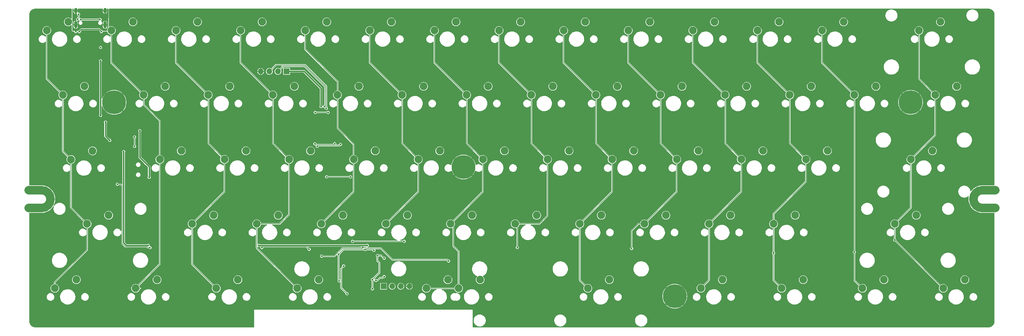
<source format=gtl>
G04 #@! TF.GenerationSoftware,KiCad,Pcbnew,7.0.5*
G04 #@! TF.CreationDate,2023-07-26T01:46:33+09:00*
G04 #@! TF.ProjectId,Hotp4ck60,486f7470-3463-46b3-9630-2e6b69636164,rev?*
G04 #@! TF.SameCoordinates,Original*
G04 #@! TF.FileFunction,Copper,L1,Top*
G04 #@! TF.FilePolarity,Positive*
%FSLAX46Y46*%
G04 Gerber Fmt 4.6, Leading zero omitted, Abs format (unit mm)*
G04 Created by KiCad (PCBNEW 7.0.5) date 2023-07-26 01:46:33*
%MOMM*%
%LPD*%
G01*
G04 APERTURE LIST*
G04 #@! TA.AperFunction,EtchedComponent*
%ADD10C,2.501900*%
G04 #@! TD*
G04 #@! TA.AperFunction,ComponentPad*
%ADD11C,2.250000*%
G04 #@! TD*
G04 #@! TA.AperFunction,ComponentPad*
%ADD12R,1.700000X1.700000*%
G04 #@! TD*
G04 #@! TA.AperFunction,ComponentPad*
%ADD13O,1.700000X1.700000*%
G04 #@! TD*
G04 #@! TA.AperFunction,ComponentPad*
%ADD14C,1.000000*%
G04 #@! TD*
G04 #@! TA.AperFunction,ComponentPad*
%ADD15C,7.001300*%
G04 #@! TD*
G04 #@! TA.AperFunction,ComponentPad*
%ADD16C,7.000240*%
G04 #@! TD*
G04 #@! TA.AperFunction,ComponentPad*
%ADD17R,0.900000X0.500000*%
G04 #@! TD*
G04 #@! TA.AperFunction,ComponentPad*
%ADD18O,1.000000X1.600000*%
G04 #@! TD*
G04 #@! TA.AperFunction,ComponentPad*
%ADD19O,1.000000X2.100000*%
G04 #@! TD*
G04 #@! TA.AperFunction,ViaPad*
%ADD20C,0.600000*%
G04 #@! TD*
G04 #@! TA.AperFunction,Conductor*
%ADD21C,0.400000*%
G04 #@! TD*
G04 #@! TA.AperFunction,Conductor*
%ADD22C,0.200000*%
G04 #@! TD*
G04 #@! TA.AperFunction,Conductor*
%ADD23C,0.150000*%
G04 #@! TD*
G04 #@! TA.AperFunction,Conductor*
%ADD24C,0.250000*%
G04 #@! TD*
G04 #@! TA.AperFunction,Conductor*
%ADD25C,0.300000*%
G04 #@! TD*
G04 APERTURE END LIST*
D10*
X71812500Y-141486550D02*
X75612500Y-141486550D01*
X71812500Y-146788450D02*
X75612500Y-146788450D01*
X353012500Y-141486550D02*
X356812500Y-141486550D01*
X353012500Y-146788450D02*
X356862500Y-146788450D01*
X78263450Y-144137500D02*
G75*
G03*
X75612500Y-141486550I-2650949J1D01*
G01*
X75612500Y-146788450D02*
G75*
G03*
X78263450Y-144137500I1J2650949D01*
G01*
X353012500Y-141486550D02*
G75*
G03*
X350361550Y-144137500I0J-2650950D01*
G01*
X350361550Y-144137500D02*
G75*
G03*
X353012500Y-146788450I2650950J0D01*
G01*
D11*
X327183750Y-151447500D03*
X333533750Y-148907500D03*
X127158750Y-170497500D03*
X133508750Y-167957500D03*
X96202500Y-94297500D03*
X102552500Y-91757500D03*
X134302500Y-94297500D03*
X140652500Y-91757500D03*
X270033750Y-170497500D03*
X276383750Y-167957500D03*
D12*
X147860000Y-106385000D03*
D13*
X145320000Y-106385000D03*
X142780000Y-106385000D03*
X140240000Y-106385000D03*
D11*
X205740000Y-132397500D03*
X212090000Y-129857500D03*
X272415000Y-151447500D03*
X278765000Y-148907500D03*
X196215000Y-151447500D03*
X202565000Y-148907500D03*
X331946250Y-132397500D03*
X338296250Y-129857500D03*
X229552500Y-94297500D03*
X235902500Y-91757500D03*
X158115000Y-151447500D03*
X164465000Y-148907500D03*
X167640000Y-132397500D03*
X173990000Y-129857500D03*
X115252500Y-94297500D03*
X121602500Y-91757500D03*
D12*
X176450000Y-169910000D03*
D13*
X178990000Y-169910000D03*
X181530000Y-169910000D03*
X184070000Y-169910000D03*
D14*
X73570465Y-141537500D03*
X73570465Y-146737500D03*
X75612500Y-141537500D03*
X75612500Y-146737500D03*
X77450978Y-142299022D03*
X77450978Y-145975978D03*
X78212500Y-144137500D03*
X94712500Y-115537500D03*
X95386154Y-113911154D03*
X95386154Y-117163846D03*
X97012500Y-113237500D03*
D15*
X97012500Y-115537500D03*
D14*
X97012500Y-117837500D03*
X98638846Y-113911154D03*
X98638846Y-117163846D03*
X99312500Y-115537500D03*
X198812500Y-132337500D03*
X198812500Y-136937500D03*
X200012500Y-132337500D03*
D16*
X200012500Y-134637500D03*
D14*
X200012500Y-136937500D03*
X201212500Y-132337500D03*
X201212500Y-136937500D03*
X261112500Y-170537500D03*
X261112500Y-175137500D03*
X262312500Y-170537500D03*
D16*
X262312500Y-172837500D03*
D14*
X262312500Y-175137500D03*
X263512500Y-170537500D03*
X263512500Y-175137500D03*
X330662500Y-113237500D03*
X330662500Y-117837500D03*
X331862500Y-113237500D03*
D16*
X331862500Y-115537500D03*
D14*
X331862500Y-117837500D03*
X333062500Y-113220500D03*
X333062500Y-117837500D03*
X350412500Y-144137500D03*
X351174022Y-142299022D03*
X351174022Y-145975978D03*
X353012500Y-141537500D03*
X353012500Y-146737500D03*
X355054535Y-141537500D03*
X355054535Y-146737500D03*
D11*
X315277500Y-113347500D03*
X321627500Y-110807500D03*
X148590000Y-132397500D03*
X154940000Y-129857500D03*
X239077500Y-113347500D03*
X245427500Y-110807500D03*
X139065000Y-151447500D03*
X145415000Y-148907500D03*
X162877500Y-113347500D03*
X169227500Y-110807500D03*
X186690000Y-132397500D03*
X193040000Y-129857500D03*
X317658750Y-170497500D03*
X324008750Y-167957500D03*
X124777500Y-113347500D03*
X131127500Y-110807500D03*
X191452500Y-94297500D03*
X197802500Y-91757500D03*
X153352500Y-94297500D03*
X159702500Y-91757500D03*
X277177500Y-113347500D03*
X283527500Y-110807500D03*
X150971250Y-170497500D03*
X157321250Y-167957500D03*
X300990000Y-132397500D03*
X307340000Y-129857500D03*
X177165000Y-151447500D03*
X183515000Y-148907500D03*
X120015000Y-151447500D03*
X126365000Y-148907500D03*
X253365000Y-151447500D03*
X259715000Y-148907500D03*
X234315000Y-151447500D03*
X240665000Y-148907500D03*
X334327500Y-94297500D03*
X340677500Y-91757500D03*
X215265000Y-151447500D03*
X221615000Y-148907500D03*
X181927500Y-113347500D03*
X188277500Y-110807500D03*
X129540000Y-132397500D03*
X135890000Y-129857500D03*
X105727500Y-113347500D03*
X112077500Y-110807500D03*
X103346250Y-170497500D03*
X109696250Y-167957500D03*
X110490000Y-132397500D03*
X116840000Y-129857500D03*
X84296250Y-132420000D03*
X90646250Y-129880000D03*
X210502500Y-94297500D03*
X216852500Y-91757500D03*
X143827500Y-113347500D03*
X150177500Y-110807500D03*
X296227500Y-113347500D03*
X302577500Y-110807500D03*
X339090000Y-113347500D03*
X345440000Y-110807500D03*
X81915000Y-113347500D03*
X88265000Y-110807500D03*
X200977500Y-113347500D03*
X207327500Y-110807500D03*
X198596250Y-170497500D03*
X204946250Y-167957500D03*
X341471250Y-170497500D03*
X347821250Y-167957500D03*
X286702500Y-94297500D03*
X293052500Y-91757500D03*
X172402500Y-94297500D03*
X178752500Y-91757500D03*
X243840000Y-132397500D03*
X250190000Y-129857500D03*
X236696250Y-170497500D03*
X243046250Y-167957500D03*
X220027500Y-113347500D03*
X226377500Y-110807500D03*
X189071250Y-170497500D03*
X195421250Y-167957500D03*
X224790000Y-132397500D03*
X231140000Y-129857500D03*
X79533750Y-170497500D03*
X85883750Y-167957500D03*
X291465000Y-151447500D03*
X297815000Y-148907500D03*
X248602500Y-94297500D03*
X254952500Y-91757500D03*
X281940000Y-132397500D03*
X288290000Y-129857500D03*
X258127500Y-113347500D03*
X264477500Y-110807500D03*
X305752500Y-94297500D03*
X312102500Y-91757500D03*
X262890000Y-132397500D03*
X269240000Y-129857500D03*
X89058750Y-151447500D03*
X95408750Y-148907500D03*
X77152500Y-94297500D03*
X83502500Y-91757500D03*
X293846250Y-170497500D03*
X300196250Y-167957500D03*
X267652500Y-94297500D03*
X274002500Y-91757500D03*
D17*
X163800000Y-176560000D03*
D18*
X85690000Y-88415000D03*
D19*
X85690000Y-92595000D03*
D18*
X94330000Y-88415000D03*
D19*
X94330000Y-92595000D03*
D20*
X94490000Y-121385000D03*
X178650000Y-166900000D03*
X160650000Y-176510000D03*
X174640000Y-169900000D03*
X161039500Y-135370000D03*
X154659764Y-107090236D03*
X119680000Y-126420000D03*
X197650000Y-176490000D03*
X158680500Y-119049500D03*
X170460000Y-157174500D03*
X169029999Y-166239996D03*
X167830002Y-165039997D03*
X147190000Y-103919500D03*
X184440000Y-174910000D03*
X153140000Y-175180000D03*
X101870000Y-139150000D03*
X139100000Y-175150000D03*
X98130000Y-123290000D03*
X99330000Y-122330000D03*
X163152274Y-141387726D03*
X145020000Y-175180000D03*
X157380500Y-119140000D03*
X163520000Y-172440000D03*
X203080000Y-181610000D03*
X206530000Y-177690000D03*
X207910000Y-181460000D03*
X98130000Y-124240000D03*
X135950000Y-175100000D03*
X163627450Y-129350339D03*
X162339500Y-138565734D03*
X104150000Y-139200000D03*
X107100000Y-103919500D03*
X166629998Y-168639998D03*
X166630001Y-167439994D03*
X158680500Y-118000500D03*
X173059500Y-153856444D03*
X190560000Y-176490000D03*
X148940000Y-176500000D03*
X173069122Y-147310878D03*
X164209266Y-140530734D03*
X162750000Y-176510000D03*
X171589500Y-151020000D03*
X157380500Y-118000500D03*
X161039500Y-131520000D03*
X163490000Y-171240000D03*
X135140824Y-103919068D03*
X155600878Y-109869122D03*
X118294647Y-126935353D03*
X158740000Y-176490000D03*
X140590000Y-175170000D03*
X97040637Y-103919500D03*
X161042354Y-128824500D03*
X166991394Y-143312862D03*
X158679500Y-112020000D03*
X176690500Y-164200000D03*
X158680500Y-114520000D03*
X164940000Y-174260000D03*
X156640000Y-175170000D03*
X135850000Y-181580000D03*
X168027485Y-142275992D03*
X139100000Y-176470000D03*
X174910000Y-167090000D03*
X151040000Y-175180000D03*
X172329500Y-159579500D03*
X89740000Y-95089500D03*
X166249639Y-142571105D03*
X162339500Y-135390000D03*
X149512892Y-105369000D03*
X95688287Y-103925875D03*
X147120000Y-176500000D03*
X108730000Y-142210000D03*
X164800000Y-176560000D03*
X170230000Y-165040000D03*
X106620000Y-139180000D03*
X189790000Y-173110000D03*
X170230001Y-166239995D03*
X178045860Y-164153970D03*
X84243573Y-93146698D03*
X204690000Y-177310000D03*
X180070000Y-174980000D03*
X177420853Y-161134647D03*
X137750000Y-176930000D03*
X181970000Y-176500000D03*
X178140000Y-174970000D03*
X166629998Y-166239999D03*
X170284500Y-154810000D03*
X178210000Y-176500000D03*
X207930000Y-179070000D03*
X80900000Y-91240000D03*
X172340851Y-170549149D03*
X160310000Y-166050000D03*
X180090000Y-176500000D03*
X147120000Y-175180000D03*
X164650000Y-164950000D03*
X158680500Y-125430000D03*
X203210000Y-178240000D03*
X199530000Y-176490000D03*
X201330000Y-176490000D03*
X169029998Y-165040000D03*
X169030002Y-167439998D03*
X137740000Y-179480000D03*
X159684266Y-127465734D03*
X135850000Y-176980000D03*
X195770000Y-176490000D03*
X171000000Y-160380000D03*
X140590000Y-176490000D03*
X170840000Y-175080000D03*
X162749999Y-174410000D03*
X173233886Y-156100500D03*
X176657863Y-158888144D03*
X156580878Y-110849122D03*
X137740000Y-181580000D03*
X160650000Y-174460000D03*
X167829998Y-168639997D03*
X169789267Y-146110733D03*
X142920000Y-175180000D03*
X171559719Y-147985578D03*
X158740000Y-175170000D03*
X174570000Y-159290000D03*
X163400500Y-169170000D03*
X188340000Y-176500000D03*
X170229999Y-168639998D03*
X164563556Y-138826444D03*
X163789500Y-131560000D03*
X91460000Y-94850000D03*
X121540000Y-125170000D03*
X142160000Y-103919500D03*
X167830000Y-167439998D03*
X135850000Y-179480000D03*
X148940000Y-175180000D03*
X156640000Y-176490000D03*
X175208000Y-158090934D03*
X174657500Y-164610000D03*
X207930000Y-176540000D03*
X173059500Y-151000000D03*
X116090727Y-103919500D03*
X170780000Y-176510000D03*
X157843010Y-127475500D03*
X170830000Y-172650000D03*
X157381000Y-114540000D03*
X151040000Y-176500000D03*
X184420000Y-176500000D03*
X92040000Y-103550000D03*
X164360000Y-172050000D03*
X162339500Y-131490000D03*
X123480000Y-103919500D03*
X171589500Y-154471115D03*
X160050000Y-161630000D03*
X186520000Y-176500000D03*
X166860000Y-176510000D03*
X167829999Y-166239997D03*
X131580000Y-103919500D03*
X117980000Y-125160000D03*
X137780000Y-175100000D03*
X99330000Y-124240000D03*
X153140000Y-176500000D03*
X170284500Y-152310000D03*
X168702274Y-146937726D03*
X98130000Y-122330000D03*
X152999617Y-105429383D03*
X160270000Y-163900000D03*
X172435103Y-157154397D03*
X142920000Y-176500000D03*
X193150000Y-176470000D03*
X160540000Y-168430000D03*
X173010000Y-175050000D03*
X163789500Y-137050500D03*
X157380500Y-125430000D03*
X170230000Y-167440001D03*
X168280000Y-161940000D03*
X174657500Y-163210000D03*
X114739650Y-103932437D03*
X175470000Y-174940000D03*
X186460000Y-175250000D03*
X157380500Y-121870000D03*
X165292646Y-143528098D03*
X158680500Y-121810000D03*
X166629998Y-165039999D03*
X173000000Y-176500000D03*
X154540000Y-176490000D03*
X161047024Y-139282476D03*
X170284500Y-149221776D03*
X167115984Y-141378873D03*
X168960000Y-176510000D03*
X160210000Y-170460000D03*
X169029995Y-168640001D03*
X101630000Y-103919500D03*
X162230000Y-164900000D03*
X145020000Y-176500000D03*
X87320000Y-100310000D03*
X175590000Y-176480000D03*
X203210000Y-176469500D03*
X182100000Y-174880000D03*
X168970000Y-175090000D03*
X166034402Y-144269854D03*
X170618556Y-144881444D03*
X99330000Y-123290000D03*
X159169993Y-128824500D03*
X171680000Y-157824500D03*
X107070000Y-157824500D03*
X139639500Y-157824500D03*
X99810000Y-130080000D03*
X164685000Y-163905000D03*
X165700000Y-172120000D03*
X173620000Y-159290000D03*
X163190000Y-160510000D03*
X176657000Y-161610000D03*
X173180000Y-170660500D03*
X171030500Y-159004500D03*
X174657500Y-160840000D03*
X163400500Y-168314500D03*
X173180000Y-167900500D03*
X107360000Y-137710000D03*
X104595000Y-123915000D03*
X86550000Y-89483000D03*
X86239500Y-90932000D03*
X174180000Y-168190000D03*
X176618628Y-167036872D03*
X215900000Y-158425500D03*
X249590000Y-158725500D03*
X291465000Y-160074500D03*
X315277500Y-159774500D03*
X327183750Y-156210000D03*
X85690000Y-94620000D03*
X91210500Y-92189500D03*
X89309500Y-92189500D03*
X87140000Y-91070000D03*
X92870000Y-91070000D03*
X159579500Y-117340000D03*
X159031000Y-116753798D03*
X97980000Y-139760000D03*
X154512000Y-158974122D03*
X140570000Y-158474000D03*
X107600000Y-158490000D03*
X103020000Y-128540000D03*
X103020000Y-125740000D03*
X156214243Y-127775999D03*
X162063556Y-127775500D03*
X156909122Y-128524500D03*
X163745878Y-127984122D03*
X160130000Y-118525000D03*
X156325500Y-118525000D03*
X166730000Y-137575000D03*
X159690000Y-137575000D03*
X182530000Y-156625000D03*
X167340000Y-156625000D03*
X195640000Y-162450000D03*
X170284500Y-158474000D03*
X158195500Y-160999500D03*
X86760000Y-94620000D03*
X93260000Y-94620000D03*
X93010000Y-103270000D03*
X93010000Y-99310000D03*
X95730000Y-126780000D03*
X158030000Y-116753798D03*
X93010000Y-119400000D03*
D21*
X95730000Y-126780000D02*
X94490000Y-125540000D01*
X94490000Y-125540000D02*
X94490000Y-121385000D01*
X107070000Y-157824500D02*
X100594500Y-157824500D01*
X100594500Y-157824500D02*
X99810000Y-157040000D01*
X99810000Y-157040000D02*
X99810000Y-130080000D01*
X139639500Y-157824500D02*
X171680000Y-157824500D01*
D22*
X163950000Y-170370000D02*
X163950000Y-164640000D01*
X165700000Y-172120000D02*
X163950000Y-170370000D01*
X163950000Y-164640000D02*
X164685000Y-163905000D01*
X163400500Y-168314500D02*
X163170000Y-168084000D01*
X176657000Y-161610000D02*
X175887000Y-160840000D01*
X174657500Y-162432182D02*
X175207500Y-162982182D01*
X171055500Y-159029500D02*
X173359500Y-159029500D01*
X173359500Y-159029500D02*
X173620000Y-159290000D01*
X164670000Y-159030000D02*
X163190000Y-160510000D01*
X171030500Y-159004500D02*
X171055500Y-159029500D01*
X163170000Y-160530000D02*
X163190000Y-160510000D01*
X175207500Y-162982182D02*
X175207500Y-165873000D01*
X173180000Y-167900500D02*
X173180000Y-170660500D01*
X171005000Y-159030000D02*
X164670000Y-159030000D01*
X174657500Y-160840000D02*
X174657500Y-162432182D01*
X175207500Y-165873000D02*
X173180000Y-167900500D01*
X163170000Y-168084000D02*
X163170000Y-160530000D01*
X171030500Y-159004500D02*
X171005000Y-159030000D01*
X175887000Y-160840000D02*
X174657500Y-160840000D01*
D21*
X106120000Y-133330000D02*
X107360000Y-134570000D01*
X104595000Y-123915000D02*
X104595000Y-131805000D01*
X104595000Y-131805000D02*
X106120000Y-133330000D01*
X107360000Y-134570000D02*
X107360000Y-137710000D01*
D23*
X89058750Y-159141250D02*
X79533750Y-168666250D01*
X81915000Y-113347500D02*
X81915000Y-130016250D01*
X84296250Y-132397500D02*
X84296250Y-146685000D01*
X79533750Y-168666250D02*
X79533750Y-170497500D01*
X84296250Y-146685000D02*
X89058750Y-151447500D01*
X77152500Y-94297500D02*
X77152500Y-108585000D01*
X89058750Y-151447500D02*
X89058750Y-159141250D01*
X77152500Y-108585000D02*
X81915000Y-113347500D01*
X81915000Y-130016250D02*
X84296250Y-132397500D01*
D22*
X86550000Y-90621500D02*
X86550000Y-89483000D01*
X86239500Y-90932000D02*
X86550000Y-90621500D01*
D23*
X105727500Y-116167500D02*
X110490000Y-120930000D01*
X110490000Y-132397500D02*
X110490000Y-163353750D01*
X110490000Y-163353750D02*
X103346250Y-170497500D01*
X96202500Y-94297500D02*
X96202500Y-103822500D01*
X104732500Y-170497500D02*
X103346250Y-170497500D01*
X105727500Y-113347500D02*
X105727500Y-116167500D01*
X110490000Y-120930000D02*
X110490000Y-132397500D01*
X96202500Y-103822500D02*
X105727500Y-113347500D01*
X129540000Y-132397500D02*
X129540000Y-141922500D01*
X129540000Y-141922500D02*
X120015000Y-151447500D01*
X124777500Y-127635000D02*
X129540000Y-132397500D01*
X124777500Y-113347500D02*
X124777500Y-127635000D01*
X115252500Y-103822500D02*
X124777500Y-113347500D01*
X115252500Y-94297500D02*
X115252500Y-103822500D01*
X120015000Y-151447500D02*
X120015000Y-163353750D01*
X120015000Y-163353750D02*
X127158750Y-170497500D01*
X139065000Y-151447500D02*
X139065000Y-158591250D01*
X139065000Y-158591250D02*
X150971250Y-170497500D01*
X134302500Y-103822500D02*
X134302500Y-94297500D01*
X143827500Y-127635000D02*
X148590000Y-132397500D01*
X148590000Y-132397500D02*
X148590000Y-148710000D01*
X143827500Y-113347500D02*
X134302500Y-103822500D01*
X143827500Y-113347500D02*
X143827500Y-127635000D01*
X148590000Y-148710000D02*
X145852500Y-151447500D01*
X145852500Y-151447500D02*
X139065000Y-151447500D01*
X167640000Y-127910000D02*
X167640000Y-132397500D01*
X162877500Y-113347500D02*
X162877500Y-123147500D01*
X153352500Y-99792500D02*
X162877500Y-109317500D01*
X153352500Y-94297500D02*
X153352500Y-99792500D01*
X162877500Y-123147500D02*
X167640000Y-127910000D01*
X167640000Y-132397500D02*
X167640000Y-141922500D01*
X167640000Y-141922500D02*
X158115000Y-151447500D01*
X162877500Y-109317500D02*
X162877500Y-113347500D01*
X186690000Y-132397500D02*
X181927500Y-127635000D01*
X175455000Y-167405000D02*
X174670000Y-168190000D01*
X172402500Y-103822500D02*
X172402500Y-94297500D01*
X186690000Y-132397500D02*
X186690000Y-141922500D01*
X176618628Y-167036872D02*
X176250500Y-167405000D01*
X176250500Y-167405000D02*
X175455000Y-167405000D01*
X186690000Y-141922500D02*
X177165000Y-151447500D01*
X174670000Y-168190000D02*
X174180000Y-168190000D01*
X181927500Y-127635000D02*
X181927500Y-113347500D01*
X181927500Y-113347500D02*
X172402500Y-103822500D01*
X205740000Y-132397500D02*
X205740000Y-141922500D01*
X197020000Y-152252500D02*
X196215000Y-151447500D01*
X197020000Y-158000000D02*
X197020000Y-152252500D01*
X198596250Y-159576250D02*
X197020000Y-158000000D01*
X205740000Y-141922500D02*
X196480165Y-151182335D01*
X191452500Y-94297500D02*
X191452500Y-103822500D01*
X198596250Y-170497500D02*
X189071250Y-170497500D01*
X191452500Y-103822500D02*
X200977500Y-113347500D01*
X200977500Y-127635000D02*
X205740000Y-132397500D01*
X200977500Y-113347500D02*
X200977500Y-127635000D01*
X198596250Y-159576250D02*
X198596250Y-170497500D01*
X210502500Y-103822500D02*
X220027500Y-113347500D01*
X220027500Y-113347500D02*
X220027500Y-127635000D01*
X224790000Y-149066250D02*
X222408750Y-151447500D01*
X215900000Y-158425500D02*
X215900000Y-152082500D01*
X215900000Y-152082500D02*
X215265000Y-151447500D01*
X220027500Y-127635000D02*
X224790000Y-132397500D01*
X222408750Y-151447500D02*
X215265000Y-151447500D01*
X210502500Y-94297500D02*
X210502500Y-103822500D01*
X224790000Y-132397500D02*
X224790000Y-149066250D01*
X243840000Y-141922500D02*
X234597842Y-151164658D01*
X239077500Y-113347500D02*
X239077500Y-127635000D01*
X243840000Y-132397500D02*
X243840000Y-141820000D01*
X234315000Y-151447500D02*
X234315000Y-168116250D01*
X229552500Y-94297500D02*
X229552500Y-103822500D01*
X239077500Y-127635000D02*
X243840000Y-132397500D01*
X234315000Y-168116250D02*
X236696250Y-170497500D01*
X229552500Y-103822500D02*
X239077500Y-113347500D01*
X243840000Y-141820000D02*
X243840000Y-141922500D01*
X262890000Y-132397500D02*
X262890000Y-141922500D01*
X251592500Y-151447500D02*
X253365000Y-151447500D01*
X249590000Y-153450000D02*
X251592500Y-151447500D01*
X258127500Y-113347500D02*
X258127500Y-127635000D01*
X248602500Y-94297500D02*
X248602500Y-103822500D01*
X262890000Y-141922500D02*
X253365000Y-151447500D01*
X248602500Y-103822500D02*
X258127500Y-113347500D01*
X249590000Y-158725500D02*
X249590000Y-153450000D01*
X258127500Y-127635000D02*
X262890000Y-132397500D01*
X277177500Y-127635000D02*
X281940000Y-132397500D01*
X272415000Y-168116250D02*
X270033750Y-170497500D01*
X281940000Y-141922500D02*
X272415000Y-151447500D01*
X277177500Y-113347500D02*
X277177500Y-127635000D01*
X281940000Y-132397500D02*
X281940000Y-141922500D01*
X272415000Y-151447500D02*
X272415000Y-168116250D01*
X267652500Y-103822500D02*
X277177500Y-113347500D01*
X267652500Y-94297500D02*
X267652500Y-103822500D01*
X286702500Y-103822500D02*
X296227500Y-113347500D01*
X291465000Y-148465000D02*
X291465000Y-151447500D01*
X300990000Y-132397500D02*
X300990000Y-138940000D01*
X300990000Y-138940000D02*
X291465000Y-148465000D01*
X291465000Y-160074500D02*
X291465000Y-168116250D01*
X291465000Y-168116250D02*
X293846250Y-170497500D01*
X296227500Y-127635000D02*
X300990000Y-132397500D01*
X286702500Y-94297500D02*
X286702500Y-103822500D01*
X291465000Y-151447500D02*
X291465000Y-160074500D01*
X296227500Y-113347500D02*
X296227500Y-127635000D01*
X305752500Y-94297500D02*
X305752500Y-103822500D01*
X315277500Y-168116250D02*
X317658750Y-170497500D01*
X315277500Y-113347500D02*
X315277500Y-159774500D01*
X305752500Y-103822500D02*
X315277500Y-113347500D01*
X315277500Y-159774500D02*
X315277500Y-168116250D01*
X331946250Y-146685000D02*
X327183750Y-151447500D01*
X334327500Y-108585000D02*
X334327500Y-94297500D01*
X339090000Y-113347500D02*
X334327500Y-108585000D01*
X327183750Y-151447500D02*
X327183750Y-156210000D01*
X339090000Y-113347500D02*
X339090000Y-125253750D01*
X327183750Y-156210000D02*
X341471250Y-170497500D01*
X339090000Y-125253750D02*
X331946250Y-132397500D01*
X331946250Y-132397500D02*
X331946250Y-146685000D01*
D22*
X90180000Y-88420000D02*
X90185000Y-88415000D01*
X85690000Y-88420000D02*
X85690000Y-92600000D01*
D23*
X85690000Y-92595000D02*
X85690000Y-94620000D01*
D22*
X94330000Y-92600000D02*
X94330000Y-88420000D01*
X90185000Y-88415000D02*
X94330000Y-88415000D01*
X85690000Y-88420000D02*
X90180000Y-88420000D01*
D24*
X87140000Y-91070000D02*
X92870000Y-91070000D01*
D22*
X153311820Y-104469500D02*
X144695500Y-104469500D01*
X159580500Y-110738180D02*
X153311820Y-104469500D01*
X159579500Y-117340000D02*
X159580500Y-117339000D01*
X159580500Y-117339000D02*
X159580500Y-110738180D01*
X144695500Y-104469500D02*
X142780000Y-106385000D01*
X153166846Y-104819500D02*
X146885500Y-104819500D01*
X159031000Y-116753798D02*
X159230500Y-116554298D01*
X159230500Y-110883154D02*
X153166846Y-104819500D01*
X146885500Y-104819500D02*
X145320000Y-106385000D01*
X159230500Y-116554298D02*
X159230500Y-110883154D01*
D23*
X106710000Y-158249500D02*
X100418460Y-158249500D01*
X99385000Y-157216040D02*
X99385000Y-140185000D01*
X140794500Y-158249500D02*
X153787378Y-158249500D01*
X106950500Y-158490000D02*
X106710000Y-158249500D01*
X100418460Y-158249500D02*
X99385000Y-157216040D01*
X153787378Y-158249500D02*
X154512000Y-158974122D01*
X98960000Y-139760000D02*
X97980000Y-139760000D01*
X140570000Y-158474000D02*
X140794500Y-158249500D01*
X107600000Y-158490000D02*
X106950500Y-158490000D01*
X99385000Y-140185000D02*
X98960000Y-139760000D01*
X103020000Y-125740000D02*
X103020000Y-128540000D01*
X161839056Y-128000000D02*
X162063556Y-127775500D01*
X156438244Y-128000000D02*
X161839056Y-128000000D01*
X156214243Y-127775999D02*
X156438244Y-128000000D01*
X157133622Y-128300000D02*
X163430000Y-128300000D01*
X156909122Y-128524500D02*
X157133622Y-128300000D01*
X163430000Y-128300000D02*
X163745878Y-127984122D01*
X160130000Y-118525000D02*
X156325500Y-118525000D01*
X166730000Y-137575000D02*
X159690000Y-137575000D01*
X182530000Y-156625000D02*
X167340000Y-156625000D01*
X161957537Y-161000000D02*
X158196000Y-161000000D01*
X171242463Y-158474000D02*
X170284500Y-158474000D01*
X164252537Y-158705000D02*
X161957537Y-161000000D01*
X175732963Y-158705000D02*
X171473463Y-158705000D01*
X170284500Y-158474000D02*
X170053500Y-158705000D01*
X179097963Y-162070000D02*
X175732963Y-158705000D01*
X170053500Y-158705000D02*
X164252537Y-158705000D01*
X195260000Y-162070000D02*
X179097963Y-162070000D01*
X195640000Y-162450000D02*
X195260000Y-162070000D01*
X171473463Y-158705000D02*
X171242463Y-158474000D01*
X158196000Y-161000000D02*
X158195500Y-160999500D01*
D25*
X86760000Y-94571471D02*
X86760000Y-94620000D01*
X87361471Y-93970000D02*
X86760000Y-94571471D01*
X92658529Y-93970000D02*
X87361471Y-93970000D01*
X93260000Y-94620000D02*
X93260000Y-94571471D01*
X93260000Y-94571471D02*
X92658529Y-93970000D01*
D21*
X153035995Y-106385000D02*
X158030000Y-111379005D01*
X158030000Y-111379005D02*
X158030000Y-116730000D01*
X93010000Y-119400000D02*
X93010000Y-103270000D01*
X147860000Y-106385000D02*
X153035995Y-106385000D01*
G04 #@! TA.AperFunction,Conductor*
G36*
X98573685Y-116921909D02*
G01*
X98541301Y-116928351D01*
X98458606Y-116983606D01*
X98403351Y-117066301D01*
X98396909Y-117098685D01*
X97804798Y-116506575D01*
X97838049Y-116482417D01*
X97982797Y-116331021D01*
X98573685Y-116921909D01*
G37*
G04 #@! TD.AperFunction*
G04 #@! TA.AperFunction,Conductor*
G36*
X96105572Y-116404612D02*
G01*
X96221169Y-116505605D01*
X95628090Y-117098684D01*
X95621649Y-117066301D01*
X95566394Y-116983606D01*
X95483699Y-116928351D01*
X95451312Y-116921908D01*
X96044806Y-116328414D01*
X96105572Y-116404612D01*
G37*
G04 #@! TD.AperFunction*
G04 #@! TA.AperFunction,Conductor*
G36*
X98403351Y-114008699D02*
G01*
X98458606Y-114091394D01*
X98541301Y-114146649D01*
X98573685Y-114153090D01*
X97980192Y-114746583D01*
X97919428Y-114670388D01*
X97803828Y-114569392D01*
X98396908Y-113976311D01*
X98403351Y-114008699D01*
G37*
G04 #@! TD.AperFunction*
G04 #@! TA.AperFunction,Conductor*
G36*
X96220201Y-114568424D02*
G01*
X96186951Y-114592583D01*
X96042201Y-114743978D01*
X95451313Y-114153090D01*
X95483699Y-114146649D01*
X95566394Y-114091394D01*
X95621649Y-114008699D01*
X95628090Y-113976313D01*
X96220201Y-114568424D01*
G37*
G04 #@! TD.AperFunction*
G04 #@! TA.AperFunction,Conductor*
G36*
X153082005Y-105090817D02*
G01*
X153095011Y-105101925D01*
X158948075Y-110954989D01*
X158978658Y-111015013D01*
X158980000Y-111032064D01*
X158980000Y-116217657D01*
X158959183Y-116281726D01*
X158904683Y-116321322D01*
X158901708Y-116322242D01*
X158841932Y-116339793D01*
X158732949Y-116409832D01*
X158648119Y-116507732D01*
X158648117Y-116507735D01*
X158648118Y-116507735D01*
X158629648Y-116548176D01*
X158584098Y-116597806D01*
X158518074Y-116611183D01*
X158456796Y-116583198D01*
X158431351Y-116548177D01*
X158412882Y-116507735D01*
X158412880Y-116507733D01*
X158412880Y-116507732D01*
X158407120Y-116501084D01*
X158380899Y-116439031D01*
X158380500Y-116429708D01*
X158380500Y-111426661D01*
X158382821Y-111404289D01*
X158385043Y-111393693D01*
X158385043Y-111393691D01*
X158380919Y-111360605D01*
X158380500Y-111353857D01*
X158380500Y-111349966D01*
X158377095Y-111329566D01*
X158376773Y-111327360D01*
X158370573Y-111277613D01*
X158370571Y-111277609D01*
X158368472Y-111270559D01*
X158366093Y-111263627D01*
X158366092Y-111263625D01*
X158366092Y-111263624D01*
X158342215Y-111219506D01*
X158341221Y-111217573D01*
X158319198Y-111172522D01*
X158319196Y-111172520D01*
X158314940Y-111166558D01*
X158310417Y-111160746D01*
X158273545Y-111126802D01*
X158271920Y-111125243D01*
X153317530Y-106170853D01*
X153303352Y-106153393D01*
X153297431Y-106144330D01*
X153297430Y-106144329D01*
X153286592Y-106135894D01*
X153271123Y-106123854D01*
X153266062Y-106119384D01*
X153263305Y-106116627D01*
X153246473Y-106104610D01*
X153244666Y-106103262D01*
X153205117Y-106072480D01*
X153198674Y-106068993D01*
X153192062Y-106065760D01*
X153144020Y-106051457D01*
X153141891Y-106050774D01*
X153129790Y-106046620D01*
X153094486Y-106034500D01*
X153087229Y-106033290D01*
X153079951Y-106032383D01*
X153079949Y-106032383D01*
X153072983Y-106032671D01*
X153029888Y-106034453D01*
X153027635Y-106034500D01*
X148969500Y-106034500D01*
X148905431Y-106013683D01*
X148865835Y-105959183D01*
X148860500Y-105925500D01*
X148860500Y-105520181D01*
X148860499Y-105520173D01*
X148851767Y-105476279D01*
X148851767Y-105476278D01*
X148818504Y-105426496D01*
X148768722Y-105393233D01*
X148768721Y-105393232D01*
X148768720Y-105393232D01*
X148724826Y-105384500D01*
X148724820Y-105384500D01*
X146995180Y-105384500D01*
X146951278Y-105393233D01*
X146951277Y-105393233D01*
X146947619Y-105393961D01*
X146880720Y-105386043D01*
X146831252Y-105340315D01*
X146818110Y-105274244D01*
X146846313Y-105213066D01*
X146849280Y-105209980D01*
X146957336Y-105101925D01*
X147017359Y-105071342D01*
X147034410Y-105070000D01*
X153017936Y-105070000D01*
X153082005Y-105090817D01*
G37*
G04 #@! TD.AperFunction*
G04 #@! TA.AperFunction,Conductor*
G36*
X84489569Y-87858817D02*
G01*
X84529165Y-87913317D01*
X84534500Y-87947000D01*
X84534500Y-90722521D01*
X84513683Y-90786590D01*
X84459183Y-90826186D01*
X84391817Y-90826186D01*
X84348425Y-90799596D01*
X84325505Y-90776676D01*
X84142691Y-90648668D01*
X84142688Y-90648667D01*
X84142686Y-90648665D01*
X83940413Y-90554344D01*
X83940411Y-90554343D01*
X83724836Y-90496580D01*
X83502502Y-90477128D01*
X83502498Y-90477128D01*
X83280163Y-90496580D01*
X83064588Y-90554343D01*
X83064584Y-90554345D01*
X82862308Y-90648668D01*
X82679494Y-90776676D01*
X82521676Y-90934494D01*
X82393668Y-91117308D01*
X82393665Y-91117313D01*
X82393665Y-91117314D01*
X82361943Y-91185341D01*
X82299345Y-91319584D01*
X82299343Y-91319588D01*
X82241580Y-91535163D01*
X82222128Y-91757497D01*
X82222128Y-91757502D01*
X82241580Y-91979836D01*
X82299343Y-92195411D01*
X82299344Y-92195413D01*
X82393665Y-92397686D01*
X82393667Y-92397688D01*
X82393668Y-92397691D01*
X82521676Y-92580505D01*
X82679494Y-92738323D01*
X82862308Y-92866331D01*
X82862314Y-92866335D01*
X83064587Y-92960656D01*
X83280166Y-93018420D01*
X83459863Y-93034141D01*
X83502498Y-93037872D01*
X83502500Y-93037872D01*
X83502502Y-93037872D01*
X83541406Y-93034468D01*
X83724834Y-93018420D01*
X83940413Y-92960656D01*
X84142686Y-92866335D01*
X84325507Y-92738322D01*
X84348423Y-92715405D01*
X84408447Y-92684820D01*
X84474983Y-92695357D01*
X84522619Y-92742991D01*
X84534500Y-92792478D01*
X84534500Y-93081109D01*
X84534698Y-93086688D01*
X84536199Y-93107670D01*
X84536204Y-93107732D01*
X84536797Y-93113241D01*
X84539377Y-93131186D01*
X84539377Y-93162204D01*
X84537514Y-93175166D01*
X84536797Y-93180152D01*
X84536794Y-93180176D01*
X84536203Y-93185669D01*
X84536200Y-93185698D01*
X84534699Y-93206703D01*
X84534698Y-93206709D01*
X84534500Y-93212284D01*
X84534500Y-94263077D01*
X84534499Y-94263077D01*
X84534739Y-94267956D01*
X84534874Y-94270702D01*
X84534875Y-94270712D01*
X84537716Y-94299557D01*
X84538836Y-94307117D01*
X84538837Y-94307119D01*
X84548480Y-94355601D01*
X84548481Y-94355605D01*
X84557330Y-94384778D01*
X84573602Y-94424062D01*
X84573604Y-94424066D01*
X84573606Y-94424070D01*
X84587974Y-94450951D01*
X84587983Y-94450964D01*
X84607230Y-94479771D01*
X84607239Y-94479784D01*
X84626577Y-94503347D01*
X84656651Y-94533421D01*
X84678314Y-94551200D01*
X84680218Y-94552762D01*
X84694537Y-94562329D01*
X84709040Y-94572020D01*
X84709044Y-94572022D01*
X84709048Y-94572025D01*
X84709052Y-94572027D01*
X84735929Y-94586393D01*
X84775219Y-94602667D01*
X84775220Y-94602667D01*
X84775221Y-94602668D01*
X84804388Y-94611516D01*
X84852877Y-94621161D01*
X84860428Y-94622282D01*
X84889293Y-94625125D01*
X84896920Y-94625500D01*
X85141209Y-94625500D01*
X85205278Y-94646317D01*
X85244874Y-94700817D01*
X85249098Y-94718982D01*
X85253303Y-94748226D01*
X85307118Y-94866063D01*
X85307119Y-94866065D01*
X85369183Y-94937691D01*
X85391951Y-94963967D01*
X85500931Y-95034004D01*
X85625228Y-95070500D01*
X85625229Y-95070500D01*
X85754771Y-95070500D01*
X85754772Y-95070500D01*
X85879069Y-95034004D01*
X85988049Y-94963967D01*
X86072882Y-94866063D01*
X86125851Y-94750077D01*
X86171401Y-94700448D01*
X86237425Y-94687069D01*
X86298703Y-94715054D01*
X86324147Y-94750076D01*
X86357122Y-94822280D01*
X86377118Y-94866064D01*
X86439183Y-94937691D01*
X86461951Y-94963967D01*
X86570931Y-95034004D01*
X86695228Y-95070500D01*
X86695229Y-95070500D01*
X86824771Y-95070500D01*
X86824772Y-95070500D01*
X86949069Y-95034004D01*
X87058049Y-94963967D01*
X87142882Y-94866063D01*
X87196697Y-94748226D01*
X87215133Y-94620000D01*
X87213006Y-94605207D01*
X87224492Y-94538830D01*
X87243822Y-94512619D01*
X87454018Y-94302425D01*
X87514041Y-94271842D01*
X87531092Y-94270500D01*
X92488908Y-94270500D01*
X92552977Y-94291317D01*
X92565983Y-94302425D01*
X92776178Y-94512620D01*
X92806761Y-94572644D01*
X92806994Y-94605205D01*
X92804893Y-94619822D01*
X92804867Y-94620000D01*
X92823303Y-94748226D01*
X92877118Y-94866063D01*
X92877119Y-94866065D01*
X92939183Y-94937691D01*
X92961951Y-94963967D01*
X93070931Y-95034004D01*
X93195228Y-95070500D01*
X93195229Y-95070500D01*
X93324771Y-95070500D01*
X93324772Y-95070500D01*
X93449069Y-95034004D01*
X93558049Y-94963967D01*
X93642882Y-94866063D01*
X93696697Y-94748226D01*
X93700900Y-94718987D01*
X93730623Y-94658534D01*
X93790203Y-94627097D01*
X93808791Y-94625500D01*
X94818273Y-94625500D01*
X94829947Y-94624323D01*
X94849269Y-94622378D01*
X94861832Y-94619822D01*
X94862383Y-94619710D01*
X94929316Y-94627334D01*
X94978984Y-94672845D01*
X94989401Y-94698308D01*
X94999344Y-94735413D01*
X95093665Y-94937686D01*
X95093667Y-94937688D01*
X95093668Y-94937691D01*
X95221676Y-95120505D01*
X95379494Y-95278323D01*
X95526506Y-95381262D01*
X95562314Y-95406335D01*
X95764587Y-95500656D01*
X95896211Y-95535924D01*
X95952708Y-95572612D01*
X95976851Y-95635503D01*
X95977000Y-95641209D01*
X95977000Y-96024171D01*
X95956183Y-96088240D01*
X95901683Y-96127836D01*
X95834317Y-96127836D01*
X95791743Y-96099615D01*
X95790724Y-96100684D01*
X95631405Y-95948774D01*
X95631403Y-95948773D01*
X95450586Y-95832568D01*
X95450580Y-95832565D01*
X95251034Y-95752678D01*
X95251025Y-95752676D01*
X95039979Y-95712001D01*
X95039975Y-95712000D01*
X95039972Y-95712000D01*
X94878882Y-95712000D01*
X94878878Y-95712000D01*
X94718533Y-95727311D01*
X94718529Y-95727311D01*
X94512289Y-95787869D01*
X94512288Y-95787870D01*
X94321244Y-95886359D01*
X94152285Y-96019229D01*
X94152279Y-96019235D01*
X94011526Y-96181672D01*
X94011523Y-96181676D01*
X93904050Y-96367825D01*
X93833750Y-96570943D01*
X93833749Y-96570949D01*
X93827886Y-96611729D01*
X93806262Y-96762138D01*
X93803161Y-96783706D01*
X93813388Y-96998407D01*
X93864062Y-97207289D01*
X93953353Y-97402809D01*
X93953356Y-97402814D01*
X94078033Y-97577898D01*
X94078034Y-97577900D01*
X94233594Y-97726225D01*
X94233595Y-97726225D01*
X94233597Y-97726227D01*
X94309080Y-97774737D01*
X94414413Y-97842431D01*
X94414416Y-97842432D01*
X94414420Y-97842435D01*
X94563866Y-97902264D01*
X94613965Y-97922321D01*
X94613966Y-97922321D01*
X94613968Y-97922322D01*
X94825028Y-97963000D01*
X94825031Y-97963000D01*
X94986122Y-97963000D01*
X95057386Y-97956194D01*
X95146471Y-97947688D01*
X95352709Y-97887131D01*
X95543759Y-97788638D01*
X95712717Y-97655768D01*
X95785625Y-97571627D01*
X95843312Y-97536842D01*
X95910430Y-97542607D01*
X95961342Y-97586722D01*
X95977000Y-97643009D01*
X95977000Y-103815150D01*
X95976925Y-103818002D01*
X95974800Y-103858564D01*
X95982543Y-103878737D01*
X95987398Y-103895129D01*
X95991891Y-103916264D01*
X95991894Y-103916272D01*
X95994181Y-103919419D01*
X96007755Y-103944416D01*
X96009153Y-103948058D01*
X96009156Y-103948062D01*
X96024435Y-103963342D01*
X96035541Y-103976345D01*
X96048241Y-103993824D01*
X96048240Y-103993824D01*
X96051606Y-103995767D01*
X96074184Y-104013090D01*
X104615662Y-112554567D01*
X104646245Y-112614591D01*
X104635707Y-112681127D01*
X104627875Y-112694161D01*
X104618666Y-112707312D01*
X104524345Y-112909584D01*
X104524343Y-112909588D01*
X104466580Y-113125163D01*
X104447128Y-113347497D01*
X104447128Y-113347502D01*
X104466580Y-113569836D01*
X104524343Y-113785411D01*
X104524344Y-113785413D01*
X104618665Y-113987686D01*
X104618667Y-113987688D01*
X104618668Y-113987691D01*
X104746676Y-114170505D01*
X104904494Y-114328323D01*
X105051506Y-114431262D01*
X105087314Y-114456335D01*
X105289587Y-114550656D01*
X105421211Y-114585924D01*
X105477708Y-114622612D01*
X105501851Y-114685503D01*
X105502000Y-114691209D01*
X105502000Y-115074171D01*
X105481183Y-115138240D01*
X105426683Y-115177836D01*
X105359317Y-115177836D01*
X105316743Y-115149615D01*
X105315724Y-115150684D01*
X105156405Y-114998774D01*
X105156403Y-114998773D01*
X104975586Y-114882568D01*
X104975580Y-114882565D01*
X104776034Y-114802678D01*
X104776025Y-114802676D01*
X104564979Y-114762001D01*
X104564975Y-114762000D01*
X104564972Y-114762000D01*
X104403882Y-114762000D01*
X104403878Y-114762000D01*
X104243533Y-114777311D01*
X104243529Y-114777311D01*
X104037289Y-114837869D01*
X104037288Y-114837870D01*
X103846244Y-114936359D01*
X103677285Y-115069229D01*
X103677279Y-115069235D01*
X103536526Y-115231672D01*
X103536523Y-115231676D01*
X103429050Y-115417825D01*
X103358750Y-115620943D01*
X103358749Y-115620949D01*
X103343561Y-115726592D01*
X103330605Y-115816708D01*
X103328161Y-115833706D01*
X103338388Y-116048407D01*
X103389062Y-116257289D01*
X103478353Y-116452809D01*
X103478356Y-116452814D01*
X103603033Y-116627898D01*
X103603034Y-116627900D01*
X103758594Y-116776225D01*
X103758595Y-116776225D01*
X103758597Y-116776227D01*
X103834080Y-116824737D01*
X103939413Y-116892431D01*
X103939416Y-116892432D01*
X103939420Y-116892435D01*
X104073546Y-116946131D01*
X104138965Y-116972321D01*
X104138966Y-116972321D01*
X104138968Y-116972322D01*
X104350028Y-117013000D01*
X104350031Y-117013000D01*
X104511122Y-117013000D01*
X104582386Y-117006194D01*
X104671471Y-116997688D01*
X104877709Y-116937131D01*
X105068759Y-116838638D01*
X105237717Y-116705768D01*
X105378476Y-116543324D01*
X105456035Y-116408986D01*
X105506096Y-116363911D01*
X105573092Y-116356869D01*
X105627506Y-116386412D01*
X110232575Y-120991480D01*
X110263158Y-121051504D01*
X110264500Y-121068555D01*
X110264500Y-131053789D01*
X110243683Y-131117858D01*
X110189183Y-131157454D01*
X110183712Y-131159075D01*
X110052086Y-131194344D01*
X110052084Y-131194345D01*
X110003835Y-131216844D01*
X109856257Y-131285661D01*
X109849808Y-131288668D01*
X109666994Y-131416676D01*
X109509176Y-131574494D01*
X109381168Y-131757308D01*
X109381166Y-131757312D01*
X109381165Y-131757314D01*
X109350349Y-131823399D01*
X109286845Y-131959584D01*
X109286843Y-131959588D01*
X109229080Y-132175163D01*
X109209628Y-132397497D01*
X109209628Y-132397502D01*
X109229080Y-132619836D01*
X109286843Y-132835411D01*
X109286844Y-132835413D01*
X109381165Y-133037686D01*
X109381167Y-133037688D01*
X109381168Y-133037691D01*
X109509176Y-133220505D01*
X109666994Y-133378323D01*
X109814006Y-133481262D01*
X109849814Y-133506335D01*
X110052087Y-133600656D01*
X110183711Y-133635924D01*
X110240208Y-133672612D01*
X110264351Y-133735503D01*
X110264500Y-133741209D01*
X110264500Y-134124171D01*
X110243683Y-134188240D01*
X110189183Y-134227836D01*
X110121817Y-134227836D01*
X110079243Y-134199615D01*
X110078224Y-134200684D01*
X109918905Y-134048774D01*
X109918903Y-134048773D01*
X109738086Y-133932568D01*
X109738080Y-133932565D01*
X109538534Y-133852678D01*
X109538525Y-133852676D01*
X109327479Y-133812001D01*
X109327475Y-133812000D01*
X109327472Y-133812000D01*
X109166382Y-133812000D01*
X109166378Y-133812000D01*
X109006033Y-133827311D01*
X109006029Y-133827311D01*
X108799789Y-133887869D01*
X108799788Y-133887870D01*
X108608744Y-133986359D01*
X108439785Y-134119229D01*
X108439779Y-134119235D01*
X108299026Y-134281672D01*
X108299023Y-134281676D01*
X108191550Y-134467825D01*
X108121250Y-134670943D01*
X108121249Y-134670949D01*
X108112151Y-134734230D01*
X108093762Y-134862138D01*
X108090661Y-134883706D01*
X108100888Y-135098407D01*
X108151562Y-135307289D01*
X108240853Y-135502809D01*
X108240856Y-135502814D01*
X108365533Y-135677898D01*
X108365534Y-135677900D01*
X108521094Y-135826225D01*
X108521095Y-135826225D01*
X108521097Y-135826227D01*
X108553442Y-135847014D01*
X108701913Y-135942431D01*
X108701916Y-135942432D01*
X108701920Y-135942435D01*
X108851366Y-136002264D01*
X108901465Y-136022321D01*
X108901466Y-136022321D01*
X108901468Y-136022322D01*
X109112528Y-136063000D01*
X109112531Y-136063000D01*
X109273622Y-136063000D01*
X109344885Y-136056194D01*
X109433971Y-136047688D01*
X109640209Y-135987131D01*
X109831259Y-135888638D01*
X110000217Y-135755768D01*
X110073125Y-135671627D01*
X110130812Y-135636842D01*
X110197930Y-135642607D01*
X110248842Y-135686722D01*
X110264500Y-135743009D01*
X110264499Y-163215194D01*
X110243682Y-163279263D01*
X110232574Y-163292269D01*
X104139182Y-169385661D01*
X104079158Y-169416244D01*
X104012622Y-169405706D01*
X103999587Y-169397873D01*
X103986439Y-169388667D01*
X103986438Y-169388666D01*
X103986436Y-169388665D01*
X103784163Y-169294344D01*
X103784161Y-169294343D01*
X103568586Y-169236580D01*
X103346252Y-169217128D01*
X103346248Y-169217128D01*
X103123913Y-169236580D01*
X102908338Y-169294343D01*
X102908334Y-169294345D01*
X102785851Y-169351460D01*
X102712507Y-169385661D01*
X102706058Y-169388668D01*
X102523244Y-169516676D01*
X102365426Y-169674494D01*
X102237418Y-169857308D01*
X102143095Y-170059584D01*
X102143093Y-170059588D01*
X102085330Y-170275163D01*
X102065878Y-170497497D01*
X102065878Y-170497502D01*
X102085330Y-170719836D01*
X102142975Y-170934969D01*
X102143094Y-170935413D01*
X102237415Y-171137686D01*
X102237417Y-171137688D01*
X102237418Y-171137691D01*
X102365426Y-171320505D01*
X102523244Y-171478323D01*
X102670256Y-171581262D01*
X102706064Y-171606335D01*
X102908337Y-171700656D01*
X103123916Y-171758420D01*
X103303613Y-171774141D01*
X103346248Y-171777872D01*
X103346250Y-171777872D01*
X103346252Y-171777872D01*
X103385155Y-171774468D01*
X103568584Y-171758420D01*
X103784163Y-171700656D01*
X103986436Y-171606335D01*
X104169257Y-171478322D01*
X104327072Y-171320507D01*
X104455085Y-171137686D01*
X104549406Y-170935413D01*
X104584674Y-170803788D01*
X104621365Y-170747291D01*
X104684257Y-170723149D01*
X104689961Y-170723000D01*
X104756203Y-170723000D01*
X104771087Y-170719836D01*
X104826268Y-170708107D01*
X104903823Y-170651760D01*
X104951755Y-170568740D01*
X104961775Y-170473402D01*
X104932152Y-170382231D01*
X104932149Y-170382228D01*
X104932149Y-170382227D01*
X104868008Y-170310992D01*
X104868007Y-170310991D01*
X104780432Y-170272000D01*
X104780430Y-170272000D01*
X104689961Y-170272000D01*
X104625892Y-170251183D01*
X104586296Y-170196683D01*
X104584675Y-170191212D01*
X104565552Y-170119844D01*
X104549406Y-170059587D01*
X104455085Y-169857314D01*
X104445874Y-169844159D01*
X104426179Y-169779743D01*
X104448109Y-169716047D01*
X104458080Y-169704574D01*
X106205152Y-167957502D01*
X108415878Y-167957502D01*
X108435330Y-168179836D01*
X108493093Y-168395411D01*
X108493094Y-168395413D01*
X108587415Y-168597686D01*
X108587417Y-168597688D01*
X108587418Y-168597691D01*
X108715426Y-168780505D01*
X108873244Y-168938323D01*
X109025853Y-169045181D01*
X109056064Y-169066335D01*
X109258337Y-169160656D01*
X109473916Y-169218420D01*
X109653613Y-169234141D01*
X109696248Y-169237872D01*
X109696250Y-169237872D01*
X109696252Y-169237872D01*
X109735155Y-169234468D01*
X109918584Y-169218420D01*
X110134163Y-169160656D01*
X110336436Y-169066335D01*
X110519257Y-168938322D01*
X110677072Y-168780507D01*
X110805085Y-168597686D01*
X110899406Y-168395413D01*
X110957170Y-168179834D01*
X110976622Y-167957500D01*
X110975435Y-167943937D01*
X110963919Y-167812307D01*
X110957170Y-167735166D01*
X110899406Y-167519587D01*
X110805085Y-167317314D01*
X110781014Y-167282937D01*
X110677073Y-167134494D01*
X110519255Y-166976676D01*
X110336441Y-166848668D01*
X110336438Y-166848667D01*
X110336436Y-166848665D01*
X110134163Y-166754344D01*
X110134161Y-166754343D01*
X109918586Y-166696580D01*
X109696252Y-166677128D01*
X109696248Y-166677128D01*
X109473913Y-166696580D01*
X109258338Y-166754343D01*
X109258334Y-166754345D01*
X109056058Y-166848668D01*
X108873244Y-166976676D01*
X108715426Y-167134494D01*
X108587418Y-167317308D01*
X108493095Y-167519584D01*
X108493093Y-167519588D01*
X108435330Y-167735163D01*
X108415878Y-167957497D01*
X108415878Y-167957502D01*
X106205152Y-167957502D01*
X110644268Y-163518385D01*
X110646339Y-163516421D01*
X110676509Y-163489257D01*
X110685296Y-163469519D01*
X110693454Y-163454492D01*
X110705226Y-163436368D01*
X110705835Y-163432520D01*
X110713918Y-163405235D01*
X110715500Y-163401682D01*
X110715500Y-163380075D01*
X110716842Y-163363025D01*
X110720222Y-163341685D01*
X110719214Y-163337922D01*
X110715500Y-163309712D01*
X110715500Y-135012869D01*
X112045723Y-135012869D01*
X112067219Y-135226550D01*
X112075882Y-135312663D01*
X112145730Y-135605759D01*
X112145731Y-135605761D01*
X112225248Y-135812223D01*
X112254023Y-135886934D01*
X112398825Y-136151165D01*
X112577554Y-136393738D01*
X112751362Y-136573454D01*
X112787022Y-136610326D01*
X113023481Y-136797055D01*
X113023485Y-136797058D01*
X113282730Y-136950609D01*
X113560128Y-137068236D01*
X113850729Y-137147840D01*
X113850733Y-137147841D01*
X114149345Y-137188000D01*
X114149347Y-137188000D01*
X114375235Y-137188000D01*
X114375244Y-137188000D01*
X114600634Y-137172912D01*
X114895903Y-137112896D01*
X115180537Y-137014060D01*
X115449459Y-136878168D01*
X115449461Y-136878166D01*
X115449467Y-136878163D01*
X115697860Y-136707650D01*
X115697863Y-136707648D01*
X115697862Y-136707648D01*
X115697869Y-136707644D01*
X115921333Y-136505532D01*
X116115865Y-136275439D01*
X116277993Y-136021470D01*
X116404823Y-135748158D01*
X116494093Y-135460379D01*
X116544209Y-135163270D01*
X116553556Y-134883706D01*
X118250661Y-134883706D01*
X118260888Y-135098407D01*
X118311562Y-135307289D01*
X118400853Y-135502809D01*
X118400856Y-135502814D01*
X118525533Y-135677898D01*
X118525534Y-135677900D01*
X118681094Y-135826225D01*
X118681095Y-135826225D01*
X118681097Y-135826227D01*
X118713442Y-135847014D01*
X118861913Y-135942431D01*
X118861916Y-135942432D01*
X118861920Y-135942435D01*
X119011366Y-136002264D01*
X119061465Y-136022321D01*
X119061466Y-136022321D01*
X119061468Y-136022322D01*
X119272528Y-136063000D01*
X119272531Y-136063000D01*
X119433622Y-136063000D01*
X119504885Y-136056194D01*
X119593971Y-136047688D01*
X119800209Y-135987131D01*
X119991259Y-135888638D01*
X120160217Y-135755768D01*
X120300976Y-135593324D01*
X120408448Y-135407177D01*
X120478750Y-135204054D01*
X120509339Y-134991297D01*
X120499112Y-134776596D01*
X120448437Y-134567710D01*
X120359146Y-134372190D01*
X120359143Y-134372185D01*
X120234466Y-134197101D01*
X120234465Y-134197099D01*
X120078905Y-134048774D01*
X120078903Y-134048773D01*
X119898086Y-133932568D01*
X119898080Y-133932565D01*
X119698534Y-133852678D01*
X119698525Y-133852676D01*
X119487479Y-133812001D01*
X119487475Y-133812000D01*
X119487472Y-133812000D01*
X119326382Y-133812000D01*
X119326378Y-133812000D01*
X119166033Y-133827311D01*
X119166029Y-133827311D01*
X118959789Y-133887869D01*
X118959788Y-133887870D01*
X118768744Y-133986359D01*
X118599785Y-134119229D01*
X118599779Y-134119235D01*
X118459026Y-134281672D01*
X118459023Y-134281676D01*
X118351550Y-134467825D01*
X118281250Y-134670943D01*
X118281249Y-134670949D01*
X118272151Y-134734230D01*
X118253762Y-134862138D01*
X118250661Y-134883706D01*
X116553556Y-134883706D01*
X116554277Y-134862131D01*
X116524118Y-134562338D01*
X116454269Y-134269239D01*
X116345977Y-133988066D01*
X116201175Y-133723835D01*
X116022446Y-133481262D01*
X115812980Y-133264676D01*
X115812979Y-133264675D01*
X115812977Y-133264673D01*
X115576518Y-133077944D01*
X115576511Y-133077939D01*
X115317272Y-132924392D01*
X115220689Y-132883437D01*
X115039872Y-132806764D01*
X114918491Y-132773514D01*
X114749266Y-132727158D01*
X114450655Y-132687000D01*
X114450653Y-132687000D01*
X114224756Y-132687000D01*
X114089521Y-132696052D01*
X113999360Y-132702088D01*
X113704101Y-132762103D01*
X113704099Y-132762103D01*
X113704097Y-132762104D01*
X113639303Y-132784603D01*
X113419469Y-132860937D01*
X113150537Y-132996833D01*
X113150532Y-132996836D01*
X112902139Y-133167349D01*
X112902136Y-133167351D01*
X112678666Y-133369469D01*
X112484136Y-133599559D01*
X112484133Y-133599562D01*
X112322010Y-133853524D01*
X112322002Y-133853538D01*
X112195177Y-134126841D01*
X112105907Y-134414620D01*
X112055791Y-134711729D01*
X112050763Y-134862131D01*
X112045723Y-135012869D01*
X110715500Y-135012869D01*
X110715500Y-133741209D01*
X110736317Y-133677140D01*
X110790817Y-133637544D01*
X110796264Y-133635930D01*
X110927913Y-133600656D01*
X111130186Y-133506335D01*
X111313007Y-133378322D01*
X111470822Y-133220507D01*
X111598835Y-133037686D01*
X111693156Y-132835413D01*
X111750920Y-132619834D01*
X111768403Y-132420002D01*
X111770372Y-132397502D01*
X111770372Y-132397497D01*
X111756588Y-132239955D01*
X111750920Y-132175166D01*
X111693156Y-131959587D01*
X111598835Y-131757314D01*
X111580499Y-131731127D01*
X111470823Y-131574494D01*
X111313005Y-131416676D01*
X111130191Y-131288668D01*
X111130188Y-131288667D01*
X111130186Y-131288665D01*
X110927913Y-131194344D01*
X110927913Y-131194343D01*
X110796288Y-131159075D01*
X110739791Y-131122385D01*
X110715649Y-131059493D01*
X110715500Y-131053789D01*
X110715500Y-129857502D01*
X115559628Y-129857502D01*
X115579080Y-130079836D01*
X115613482Y-130208226D01*
X115636844Y-130295413D01*
X115731165Y-130497686D01*
X115731167Y-130497688D01*
X115731168Y-130497691D01*
X115859176Y-130680505D01*
X116016994Y-130838323D01*
X116199808Y-130966331D01*
X116199814Y-130966335D01*
X116402087Y-131060656D01*
X116617666Y-131118420D01*
X116797363Y-131134141D01*
X116839998Y-131137872D01*
X116840000Y-131137872D01*
X116840002Y-131137872D01*
X116878905Y-131134468D01*
X117062334Y-131118420D01*
X117277913Y-131060656D01*
X117480186Y-130966335D01*
X117663007Y-130838322D01*
X117820822Y-130680507D01*
X117948835Y-130497686D01*
X118043156Y-130295413D01*
X118100920Y-130079834D01*
X118118403Y-129880002D01*
X118120372Y-129857502D01*
X118120372Y-129857497D01*
X118103617Y-129665995D01*
X118100920Y-129635166D01*
X118043156Y-129419587D01*
X117948835Y-129217314D01*
X117948831Y-129217308D01*
X117820823Y-129034494D01*
X117663005Y-128876676D01*
X117480191Y-128748668D01*
X117480188Y-128748667D01*
X117480186Y-128748665D01*
X117277913Y-128654344D01*
X117277911Y-128654343D01*
X117062336Y-128596580D01*
X116840002Y-128577128D01*
X116839998Y-128577128D01*
X116617663Y-128596580D01*
X116402088Y-128654343D01*
X116402084Y-128654345D01*
X116199808Y-128748668D01*
X116016994Y-128876676D01*
X115859176Y-129034494D01*
X115731168Y-129217308D01*
X115636845Y-129419584D01*
X115636843Y-129419588D01*
X115579080Y-129635163D01*
X115559628Y-129857497D01*
X115559628Y-129857502D01*
X110715500Y-129857502D01*
X110715500Y-120937349D01*
X110715575Y-120934497D01*
X110716439Y-120917984D01*
X110717700Y-120893936D01*
X110709953Y-120873755D01*
X110705098Y-120857362D01*
X110700607Y-120836232D01*
X110698320Y-120833084D01*
X110684741Y-120808075D01*
X110683346Y-120804440D01*
X110683343Y-120804437D01*
X110668061Y-120789154D01*
X110656953Y-120776148D01*
X110644260Y-120758677D01*
X110640886Y-120756729D01*
X110618316Y-120739410D01*
X108361314Y-118482408D01*
X105984922Y-116106016D01*
X105954341Y-116045995D01*
X105952999Y-116028956D01*
X105952999Y-115962869D01*
X107283223Y-115962869D01*
X107308855Y-116217657D01*
X107313382Y-116262663D01*
X107383230Y-116555759D01*
X107383231Y-116555761D01*
X107472360Y-116787180D01*
X107491523Y-116836934D01*
X107636325Y-117101165D01*
X107815054Y-117343738D01*
X107923171Y-117455530D01*
X108024522Y-117560326D01*
X108251990Y-117739955D01*
X108260985Y-117747058D01*
X108520230Y-117900609D01*
X108797628Y-118018236D01*
X109088229Y-118097840D01*
X109088233Y-118097841D01*
X109386845Y-118138000D01*
X109386847Y-118138000D01*
X109612735Y-118138000D01*
X109612744Y-118138000D01*
X109838134Y-118122912D01*
X110133403Y-118062896D01*
X110418037Y-117964060D01*
X110686959Y-117828168D01*
X110686961Y-117828166D01*
X110686967Y-117828163D01*
X110897026Y-117683965D01*
X110935369Y-117657644D01*
X111158833Y-117455532D01*
X111353365Y-117225439D01*
X111515493Y-116971470D01*
X111642323Y-116698158D01*
X111731593Y-116410379D01*
X111781709Y-116113270D01*
X111791056Y-115833706D01*
X113488161Y-115833706D01*
X113498388Y-116048407D01*
X113549062Y-116257289D01*
X113638353Y-116452809D01*
X113638356Y-116452814D01*
X113763033Y-116627898D01*
X113763034Y-116627900D01*
X113918594Y-116776225D01*
X113918595Y-116776225D01*
X113918597Y-116776227D01*
X113994080Y-116824737D01*
X114099413Y-116892431D01*
X114099416Y-116892432D01*
X114099420Y-116892435D01*
X114233546Y-116946131D01*
X114298965Y-116972321D01*
X114298966Y-116972321D01*
X114298968Y-116972322D01*
X114510028Y-117013000D01*
X114510031Y-117013000D01*
X114671122Y-117013000D01*
X114742386Y-117006194D01*
X114831471Y-116997688D01*
X115037709Y-116937131D01*
X115228759Y-116838638D01*
X115397717Y-116705768D01*
X115538476Y-116543324D01*
X115645948Y-116357177D01*
X115716250Y-116154054D01*
X115746839Y-115941297D01*
X115736612Y-115726596D01*
X115685937Y-115517710D01*
X115596646Y-115322190D01*
X115596643Y-115322185D01*
X115471966Y-115147101D01*
X115471965Y-115147099D01*
X115316405Y-114998774D01*
X115316403Y-114998773D01*
X115135586Y-114882568D01*
X115135580Y-114882565D01*
X114936034Y-114802678D01*
X114936025Y-114802676D01*
X114724979Y-114762001D01*
X114724975Y-114762000D01*
X114724972Y-114762000D01*
X114563882Y-114762000D01*
X114563878Y-114762000D01*
X114403533Y-114777311D01*
X114403529Y-114777311D01*
X114197289Y-114837869D01*
X114197288Y-114837870D01*
X114006244Y-114936359D01*
X113837285Y-115069229D01*
X113837279Y-115069235D01*
X113696526Y-115231672D01*
X113696523Y-115231676D01*
X113589050Y-115417825D01*
X113518750Y-115620943D01*
X113518749Y-115620949D01*
X113503561Y-115726592D01*
X113490605Y-115816708D01*
X113488161Y-115833706D01*
X111791056Y-115833706D01*
X111791777Y-115812131D01*
X111761618Y-115512338D01*
X111691769Y-115219239D01*
X111583477Y-114938066D01*
X111438675Y-114673835D01*
X111259946Y-114431262D01*
X111050480Y-114214676D01*
X111050479Y-114214675D01*
X111050477Y-114214673D01*
X110814018Y-114027944D01*
X110814011Y-114027939D01*
X110554772Y-113874392D01*
X110411429Y-113813609D01*
X110277372Y-113756764D01*
X110132853Y-113717176D01*
X109986766Y-113677158D01*
X109688155Y-113637000D01*
X109688153Y-113637000D01*
X109462256Y-113637000D01*
X109327021Y-113646052D01*
X109236860Y-113652088D01*
X108941601Y-113712103D01*
X108941599Y-113712103D01*
X108941597Y-113712104D01*
X108887427Y-113730914D01*
X108656969Y-113810937D01*
X108388037Y-113946833D01*
X108388032Y-113946836D01*
X108139639Y-114117349D01*
X108139636Y-114117351D01*
X107953411Y-114285782D01*
X107917617Y-114318157D01*
X107916166Y-114319469D01*
X107721636Y-114549559D01*
X107721633Y-114549562D01*
X107559510Y-114803524D01*
X107559502Y-114803538D01*
X107432677Y-115076841D01*
X107343407Y-115364620D01*
X107293291Y-115661729D01*
X107288110Y-115816708D01*
X107283223Y-115962869D01*
X105952999Y-115962869D01*
X105953000Y-114691209D01*
X105973817Y-114627140D01*
X106028317Y-114587544D01*
X106033764Y-114585930D01*
X106165413Y-114550656D01*
X106367686Y-114456335D01*
X106550507Y-114328322D01*
X106708322Y-114170507D01*
X106836335Y-113987686D01*
X106930656Y-113785413D01*
X106988420Y-113569834D01*
X107007872Y-113347500D01*
X107006782Y-113335045D01*
X106998248Y-113237500D01*
X106988420Y-113125166D01*
X106930656Y-112909587D01*
X106836335Y-112707314D01*
X106774665Y-112619240D01*
X106708323Y-112524494D01*
X106550505Y-112366676D01*
X106367691Y-112238668D01*
X106367687Y-112238666D01*
X106367686Y-112238665D01*
X106165413Y-112144344D01*
X106165411Y-112144343D01*
X105949836Y-112086580D01*
X105727502Y-112067128D01*
X105727498Y-112067128D01*
X105505163Y-112086580D01*
X105289588Y-112144343D01*
X105289584Y-112144345D01*
X105087312Y-112238666D01*
X105074161Y-112247875D01*
X105009739Y-112267570D01*
X104946043Y-112245638D01*
X104934567Y-112235662D01*
X103506407Y-110807502D01*
X110797128Y-110807502D01*
X110816580Y-111029836D01*
X110854812Y-111172520D01*
X110874344Y-111245413D01*
X110968665Y-111447686D01*
X110968667Y-111447688D01*
X110968668Y-111447691D01*
X111096676Y-111630505D01*
X111096678Y-111630506D01*
X111096678Y-111630507D01*
X111254493Y-111788322D01*
X111437314Y-111916335D01*
X111639587Y-112010656D01*
X111855166Y-112068420D01*
X112034863Y-112084141D01*
X112077498Y-112087872D01*
X112077500Y-112087872D01*
X112077502Y-112087872D01*
X112116405Y-112084468D01*
X112299834Y-112068420D01*
X112515413Y-112010656D01*
X112717686Y-111916335D01*
X112900507Y-111788322D01*
X113058322Y-111630507D01*
X113186335Y-111447686D01*
X113280656Y-111245413D01*
X113338420Y-111029834D01*
X113357872Y-110807500D01*
X113338420Y-110585166D01*
X113280656Y-110369587D01*
X113186335Y-110167314D01*
X113058322Y-109984493D01*
X112900507Y-109826678D01*
X112900505Y-109826676D01*
X112717691Y-109698668D01*
X112717688Y-109698667D01*
X112717686Y-109698665D01*
X112515413Y-109604344D01*
X112515411Y-109604343D01*
X112299836Y-109546580D01*
X112077502Y-109527128D01*
X112077498Y-109527128D01*
X111855163Y-109546580D01*
X111639588Y-109604343D01*
X111639584Y-109604345D01*
X111437308Y-109698668D01*
X111254494Y-109826676D01*
X111096676Y-109984494D01*
X110968668Y-110167308D01*
X110874345Y-110369584D01*
X110874343Y-110369588D01*
X110816580Y-110585163D01*
X110797128Y-110807497D01*
X110797128Y-110807502D01*
X103506407Y-110807502D01*
X96459925Y-103761019D01*
X96429342Y-103700995D01*
X96428000Y-103683944D01*
X96428000Y-96912869D01*
X97758223Y-96912869D01*
X97785030Y-97179351D01*
X97788382Y-97212663D01*
X97858230Y-97505759D01*
X97858231Y-97505761D01*
X97911091Y-97643010D01*
X97966523Y-97786934D01*
X98111325Y-98051165D01*
X98290054Y-98293738D01*
X98398171Y-98405530D01*
X98499522Y-98510326D01*
X98622758Y-98607644D01*
X98735985Y-98697058D01*
X98995230Y-98850609D01*
X99272628Y-98968236D01*
X99563229Y-99047840D01*
X99563233Y-99047841D01*
X99861845Y-99088000D01*
X99861847Y-99088000D01*
X100087735Y-99088000D01*
X100087744Y-99088000D01*
X100313134Y-99072912D01*
X100608403Y-99012896D01*
X100893037Y-98914060D01*
X101161959Y-98778168D01*
X101161961Y-98778166D01*
X101161967Y-98778163D01*
X101410360Y-98607650D01*
X101410363Y-98607648D01*
X101410362Y-98607648D01*
X101410369Y-98607644D01*
X101633833Y-98405532D01*
X101828365Y-98175439D01*
X101990493Y-97921470D01*
X102117323Y-97648158D01*
X102206593Y-97360379D01*
X102256709Y-97063270D01*
X102266056Y-96783706D01*
X103963161Y-96783706D01*
X103973388Y-96998407D01*
X104024062Y-97207289D01*
X104113353Y-97402809D01*
X104113356Y-97402814D01*
X104238033Y-97577898D01*
X104238034Y-97577900D01*
X104393594Y-97726225D01*
X104393595Y-97726225D01*
X104393597Y-97726227D01*
X104469080Y-97774737D01*
X104574413Y-97842431D01*
X104574416Y-97842432D01*
X104574420Y-97842435D01*
X104723866Y-97902264D01*
X104773965Y-97922321D01*
X104773966Y-97922321D01*
X104773968Y-97922322D01*
X104985028Y-97963000D01*
X104985031Y-97963000D01*
X105146122Y-97963000D01*
X105217386Y-97956194D01*
X105306471Y-97947688D01*
X105512709Y-97887131D01*
X105703759Y-97788638D01*
X105872717Y-97655768D01*
X106013476Y-97493324D01*
X106120948Y-97307177D01*
X106191250Y-97104054D01*
X106221839Y-96891297D01*
X106216714Y-96783706D01*
X112853161Y-96783706D01*
X112863388Y-96998407D01*
X112914062Y-97207289D01*
X113003353Y-97402809D01*
X113003356Y-97402814D01*
X113128033Y-97577898D01*
X113128034Y-97577900D01*
X113283594Y-97726225D01*
X113283595Y-97726225D01*
X113283597Y-97726227D01*
X113359080Y-97774737D01*
X113464413Y-97842431D01*
X113464416Y-97842432D01*
X113464420Y-97842435D01*
X113613866Y-97902264D01*
X113663965Y-97922321D01*
X113663966Y-97922321D01*
X113663968Y-97922322D01*
X113875028Y-97963000D01*
X113875031Y-97963000D01*
X114036122Y-97963000D01*
X114107385Y-97956194D01*
X114196471Y-97947688D01*
X114402709Y-97887131D01*
X114593759Y-97788638D01*
X114762717Y-97655768D01*
X114835625Y-97571627D01*
X114893312Y-97536842D01*
X114960430Y-97542607D01*
X115011342Y-97586722D01*
X115027000Y-97643009D01*
X115027000Y-103815150D01*
X115026925Y-103818002D01*
X115024800Y-103858564D01*
X115032543Y-103878737D01*
X115037398Y-103895129D01*
X115041891Y-103916264D01*
X115041894Y-103916272D01*
X115044181Y-103919419D01*
X115057755Y-103944416D01*
X115059153Y-103948058D01*
X115059156Y-103948062D01*
X115074435Y-103963342D01*
X115085541Y-103976345D01*
X115098241Y-103993824D01*
X115098240Y-103993824D01*
X115101606Y-103995767D01*
X115124184Y-104013090D01*
X123665662Y-112554567D01*
X123696245Y-112614591D01*
X123685707Y-112681127D01*
X123677875Y-112694161D01*
X123668666Y-112707312D01*
X123574345Y-112909584D01*
X123574343Y-112909588D01*
X123516580Y-113125163D01*
X123497128Y-113347497D01*
X123497128Y-113347502D01*
X123516580Y-113569836D01*
X123574343Y-113785411D01*
X123574344Y-113785413D01*
X123668665Y-113987686D01*
X123668667Y-113987688D01*
X123668668Y-113987691D01*
X123796676Y-114170505D01*
X123954494Y-114328323D01*
X124101506Y-114431262D01*
X124137314Y-114456335D01*
X124339587Y-114550656D01*
X124471211Y-114585924D01*
X124527708Y-114622612D01*
X124551851Y-114685503D01*
X124552000Y-114691209D01*
X124552000Y-115074171D01*
X124531183Y-115138240D01*
X124476683Y-115177836D01*
X124409317Y-115177836D01*
X124366743Y-115149615D01*
X124365724Y-115150684D01*
X124206405Y-114998774D01*
X124206403Y-114998773D01*
X124025586Y-114882568D01*
X124025580Y-114882565D01*
X123826034Y-114802678D01*
X123826025Y-114802676D01*
X123614979Y-114762001D01*
X123614975Y-114762000D01*
X123614972Y-114762000D01*
X123453882Y-114762000D01*
X123453878Y-114762000D01*
X123293533Y-114777311D01*
X123293529Y-114777311D01*
X123087289Y-114837869D01*
X123087288Y-114837870D01*
X122896244Y-114936359D01*
X122727285Y-115069229D01*
X122727279Y-115069235D01*
X122586526Y-115231672D01*
X122586523Y-115231676D01*
X122479050Y-115417825D01*
X122408750Y-115620943D01*
X122408749Y-115620949D01*
X122393561Y-115726592D01*
X122380605Y-115816708D01*
X122378161Y-115833706D01*
X122388388Y-116048407D01*
X122439062Y-116257289D01*
X122528353Y-116452809D01*
X122528356Y-116452814D01*
X122653033Y-116627898D01*
X122653034Y-116627900D01*
X122808594Y-116776225D01*
X122808595Y-116776225D01*
X122808597Y-116776227D01*
X122884080Y-116824737D01*
X122989413Y-116892431D01*
X122989416Y-116892432D01*
X122989420Y-116892435D01*
X123123546Y-116946131D01*
X123188965Y-116972321D01*
X123188966Y-116972321D01*
X123188968Y-116972322D01*
X123400028Y-117013000D01*
X123400031Y-117013000D01*
X123561122Y-117013000D01*
X123632385Y-117006194D01*
X123721471Y-116997688D01*
X123927709Y-116937131D01*
X124118759Y-116838638D01*
X124287717Y-116705768D01*
X124360625Y-116621627D01*
X124418312Y-116586842D01*
X124485430Y-116592607D01*
X124536342Y-116636722D01*
X124552000Y-116693009D01*
X124552000Y-127627650D01*
X124551925Y-127630502D01*
X124549800Y-127671064D01*
X124557543Y-127691237D01*
X124562398Y-127707629D01*
X124566891Y-127728764D01*
X124566894Y-127728772D01*
X124569181Y-127731919D01*
X124582755Y-127756916D01*
X124584153Y-127760558D01*
X124584156Y-127760562D01*
X124599435Y-127775842D01*
X124610541Y-127788845D01*
X124623241Y-127806324D01*
X124623240Y-127806324D01*
X124626606Y-127808267D01*
X124649184Y-127825590D01*
X126559628Y-129736034D01*
X128428162Y-131604567D01*
X128458745Y-131664591D01*
X128448207Y-131731127D01*
X128440376Y-131744159D01*
X128431165Y-131757314D01*
X128425879Y-131768649D01*
X128336845Y-131959584D01*
X128336843Y-131959588D01*
X128279080Y-132175163D01*
X128259628Y-132397497D01*
X128259628Y-132397502D01*
X128279080Y-132619836D01*
X128336843Y-132835411D01*
X128336844Y-132835413D01*
X128431165Y-133037686D01*
X128431167Y-133037688D01*
X128431168Y-133037691D01*
X128559176Y-133220505D01*
X128716994Y-133378323D01*
X128864006Y-133481262D01*
X128899814Y-133506335D01*
X129102087Y-133600656D01*
X129233711Y-133635924D01*
X129290208Y-133672612D01*
X129314351Y-133735503D01*
X129314500Y-133741209D01*
X129314500Y-134124171D01*
X129293683Y-134188240D01*
X129239183Y-134227836D01*
X129171817Y-134227836D01*
X129129243Y-134199615D01*
X129128224Y-134200684D01*
X128968905Y-134048774D01*
X128968903Y-134048773D01*
X128788086Y-133932568D01*
X128788080Y-133932565D01*
X128588534Y-133852678D01*
X128588525Y-133852676D01*
X128377479Y-133812001D01*
X128377475Y-133812000D01*
X128377472Y-133812000D01*
X128216382Y-133812000D01*
X128216378Y-133812000D01*
X128056033Y-133827311D01*
X128056029Y-133827311D01*
X127849789Y-133887869D01*
X127849788Y-133887870D01*
X127658744Y-133986359D01*
X127489785Y-134119229D01*
X127489779Y-134119235D01*
X127349026Y-134281672D01*
X127349023Y-134281676D01*
X127241550Y-134467825D01*
X127171250Y-134670943D01*
X127171249Y-134670949D01*
X127162151Y-134734230D01*
X127143762Y-134862138D01*
X127140661Y-134883706D01*
X127150888Y-135098407D01*
X127201562Y-135307289D01*
X127290853Y-135502809D01*
X127290856Y-135502814D01*
X127415533Y-135677898D01*
X127415534Y-135677900D01*
X127571094Y-135826225D01*
X127571095Y-135826225D01*
X127571097Y-135826227D01*
X127603442Y-135847014D01*
X127751913Y-135942431D01*
X127751916Y-135942432D01*
X127751920Y-135942435D01*
X127901366Y-136002264D01*
X127951465Y-136022321D01*
X127951466Y-136022321D01*
X127951468Y-136022322D01*
X128162528Y-136063000D01*
X128162531Y-136063000D01*
X128323622Y-136063000D01*
X128394886Y-136056194D01*
X128483971Y-136047688D01*
X128690209Y-135987131D01*
X128881259Y-135888638D01*
X129050217Y-135755768D01*
X129123125Y-135671627D01*
X129180812Y-135636842D01*
X129247930Y-135642607D01*
X129298842Y-135686722D01*
X129314500Y-135743009D01*
X129314500Y-141783944D01*
X129293683Y-141848013D01*
X129282575Y-141861019D01*
X120807932Y-150335661D01*
X120747908Y-150366244D01*
X120681372Y-150355706D01*
X120668337Y-150347873D01*
X120655189Y-150338667D01*
X120655188Y-150338666D01*
X120655186Y-150338665D01*
X120452913Y-150244344D01*
X120452911Y-150244343D01*
X120237336Y-150186580D01*
X120015002Y-150167128D01*
X120014998Y-150167128D01*
X119792663Y-150186580D01*
X119577088Y-150244343D01*
X119577084Y-150244345D01*
X119442841Y-150306943D01*
X119381257Y-150335661D01*
X119374808Y-150338668D01*
X119191994Y-150466676D01*
X119034176Y-150624494D01*
X118906168Y-150807308D01*
X118811845Y-151009584D01*
X118811843Y-151009588D01*
X118754080Y-151225163D01*
X118734628Y-151447497D01*
X118734628Y-151447502D01*
X118754080Y-151669836D01*
X118811725Y-151884969D01*
X118811844Y-151885413D01*
X118906165Y-152087686D01*
X118906167Y-152087688D01*
X118906168Y-152087691D01*
X119034176Y-152270505D01*
X119191994Y-152428323D01*
X119339006Y-152531262D01*
X119374814Y-152556335D01*
X119577087Y-152650656D01*
X119708712Y-152685924D01*
X119765207Y-152722612D01*
X119789350Y-152785504D01*
X119789499Y-152791209D01*
X119789499Y-153174171D01*
X119768682Y-153238240D01*
X119714182Y-153277836D01*
X119646816Y-153277836D01*
X119604247Y-153249610D01*
X119603224Y-153250684D01*
X119443905Y-153098774D01*
X119443903Y-153098773D01*
X119263086Y-152982568D01*
X119263080Y-152982565D01*
X119063534Y-152902678D01*
X119063525Y-152902676D01*
X118852479Y-152862001D01*
X118852475Y-152862000D01*
X118852472Y-152862000D01*
X118691382Y-152862000D01*
X118691378Y-152862000D01*
X118531033Y-152877311D01*
X118531029Y-152877311D01*
X118324789Y-152937869D01*
X118324788Y-152937870D01*
X118133744Y-153036359D01*
X117964785Y-153169229D01*
X117964779Y-153169235D01*
X117824026Y-153331672D01*
X117824023Y-153331676D01*
X117716550Y-153517825D01*
X117646250Y-153720943D01*
X117646249Y-153720949D01*
X117640386Y-153761729D01*
X117618762Y-153912138D01*
X117615661Y-153933706D01*
X117625888Y-154148407D01*
X117676562Y-154357289D01*
X117765853Y-154552809D01*
X117765856Y-154552814D01*
X117890533Y-154727898D01*
X117890534Y-154727900D01*
X118046094Y-154876225D01*
X118046095Y-154876225D01*
X118046097Y-154876227D01*
X118121580Y-154924737D01*
X118226913Y-154992431D01*
X118226916Y-154992432D01*
X118226920Y-154992435D01*
X118376366Y-155052264D01*
X118426465Y-155072321D01*
X118426466Y-155072321D01*
X118426468Y-155072322D01*
X118637528Y-155113000D01*
X118637531Y-155113000D01*
X118798622Y-155113000D01*
X118869886Y-155106194D01*
X118958971Y-155097688D01*
X119165209Y-155037131D01*
X119356259Y-154938638D01*
X119525217Y-154805768D01*
X119598125Y-154721627D01*
X119655812Y-154686842D01*
X119722930Y-154692607D01*
X119773842Y-154736722D01*
X119789500Y-154793009D01*
X119789500Y-163346400D01*
X119789425Y-163349252D01*
X119787300Y-163389814D01*
X119795043Y-163409987D01*
X119799898Y-163426379D01*
X119804391Y-163447514D01*
X119804394Y-163447522D01*
X119806681Y-163450669D01*
X119820255Y-163475666D01*
X119821653Y-163479308D01*
X119821656Y-163479312D01*
X119836935Y-163494592D01*
X119848041Y-163507595D01*
X119860741Y-163525074D01*
X119860740Y-163525074D01*
X119864106Y-163527017D01*
X119886684Y-163544340D01*
X122979364Y-166637020D01*
X126046912Y-169704567D01*
X126077495Y-169764591D01*
X126066957Y-169831127D01*
X126059125Y-169844161D01*
X126049916Y-169857312D01*
X125955595Y-170059584D01*
X125955593Y-170059588D01*
X125897830Y-170275163D01*
X125878378Y-170497497D01*
X125878378Y-170497502D01*
X125897830Y-170719836D01*
X125955475Y-170934969D01*
X125955594Y-170935413D01*
X126049915Y-171137686D01*
X126049917Y-171137688D01*
X126049918Y-171137691D01*
X126177926Y-171320505D01*
X126335744Y-171478323D01*
X126482756Y-171581262D01*
X126518564Y-171606335D01*
X126720837Y-171700656D01*
X126936416Y-171758420D01*
X127116113Y-171774141D01*
X127158748Y-171777872D01*
X127158750Y-171777872D01*
X127158752Y-171777872D01*
X127197655Y-171774468D01*
X127381084Y-171758420D01*
X127596663Y-171700656D01*
X127798936Y-171606335D01*
X127981757Y-171478322D01*
X128139572Y-171320507D01*
X128267585Y-171137686D01*
X128361906Y-170935413D01*
X128419670Y-170719834D01*
X128439122Y-170497500D01*
X128437013Y-170473399D01*
X128431855Y-170414437D01*
X128419670Y-170275166D01*
X128361906Y-170059587D01*
X128267585Y-169857314D01*
X128205915Y-169769240D01*
X128139573Y-169674494D01*
X127981755Y-169516676D01*
X127798941Y-169388668D01*
X127798937Y-169388666D01*
X127798936Y-169388665D01*
X127596663Y-169294344D01*
X127596661Y-169294343D01*
X127381086Y-169236580D01*
X127158752Y-169217128D01*
X127158748Y-169217128D01*
X126936413Y-169236580D01*
X126720838Y-169294343D01*
X126720834Y-169294345D01*
X126518557Y-169388668D01*
X126505411Y-169397874D01*
X126440989Y-169417569D01*
X126377293Y-169395637D01*
X126365817Y-169385661D01*
X124937658Y-167957502D01*
X132228378Y-167957502D01*
X132247830Y-168179836D01*
X132305593Y-168395411D01*
X132305594Y-168395413D01*
X132399915Y-168597686D01*
X132399917Y-168597688D01*
X132399918Y-168597691D01*
X132527926Y-168780505D01*
X132685744Y-168938323D01*
X132838353Y-169045181D01*
X132868564Y-169066335D01*
X133070837Y-169160656D01*
X133286416Y-169218420D01*
X133466113Y-169234141D01*
X133508748Y-169237872D01*
X133508750Y-169237872D01*
X133508752Y-169237872D01*
X133547655Y-169234468D01*
X133731084Y-169218420D01*
X133946663Y-169160656D01*
X134148936Y-169066335D01*
X134331757Y-168938322D01*
X134489572Y-168780507D01*
X134617585Y-168597686D01*
X134711906Y-168395413D01*
X134769670Y-168179834D01*
X134789122Y-167957500D01*
X134787935Y-167943937D01*
X134776419Y-167812307D01*
X134769670Y-167735166D01*
X134711906Y-167519587D01*
X134617585Y-167317314D01*
X134593514Y-167282937D01*
X134489573Y-167134494D01*
X134331755Y-166976676D01*
X134148941Y-166848668D01*
X134148938Y-166848667D01*
X134148936Y-166848665D01*
X133946663Y-166754344D01*
X133946661Y-166754343D01*
X133731086Y-166696580D01*
X133508752Y-166677128D01*
X133508748Y-166677128D01*
X133286413Y-166696580D01*
X133070838Y-166754343D01*
X133070834Y-166754345D01*
X132868558Y-166848668D01*
X132685744Y-166976676D01*
X132527926Y-167134494D01*
X132399918Y-167317308D01*
X132305595Y-167519584D01*
X132305593Y-167519588D01*
X132247830Y-167735163D01*
X132228378Y-167957497D01*
X132228378Y-167957502D01*
X124937658Y-167957502D01*
X120272424Y-163292268D01*
X120241841Y-163232244D01*
X120240499Y-163215193D01*
X120240499Y-157992650D01*
X120240499Y-154062869D01*
X121570723Y-154062869D01*
X121597531Y-154329351D01*
X121600882Y-154362663D01*
X121670730Y-154655759D01*
X121670731Y-154655761D01*
X121779023Y-154936934D01*
X121923825Y-155201165D01*
X122102554Y-155443738D01*
X122210671Y-155555530D01*
X122312022Y-155660326D01*
X122548481Y-155847055D01*
X122548488Y-155847060D01*
X122580519Y-155866032D01*
X122807730Y-156000609D01*
X123085128Y-156118236D01*
X123375729Y-156197840D01*
X123375733Y-156197841D01*
X123674345Y-156238000D01*
X123674347Y-156238000D01*
X123900235Y-156238000D01*
X123900244Y-156238000D01*
X124125634Y-156222912D01*
X124420903Y-156162896D01*
X124705537Y-156064060D01*
X124974459Y-155928168D01*
X124974461Y-155928166D01*
X124974467Y-155928163D01*
X125222860Y-155757650D01*
X125222863Y-155757648D01*
X125222862Y-155757648D01*
X125222869Y-155757644D01*
X125446333Y-155555532D01*
X125640865Y-155325439D01*
X125802993Y-155071470D01*
X125929823Y-154798158D01*
X126019093Y-154510379D01*
X126069209Y-154213270D01*
X126078556Y-153933706D01*
X127775661Y-153933706D01*
X127785888Y-154148407D01*
X127836562Y-154357289D01*
X127925853Y-154552809D01*
X127925856Y-154552814D01*
X128050533Y-154727898D01*
X128050534Y-154727900D01*
X128206094Y-154876225D01*
X128206095Y-154876225D01*
X128206097Y-154876227D01*
X128281580Y-154924737D01*
X128386913Y-154992431D01*
X128386916Y-154992432D01*
X128386920Y-154992435D01*
X128536366Y-155052264D01*
X128586465Y-155072321D01*
X128586466Y-155072321D01*
X128586468Y-155072322D01*
X128797528Y-155113000D01*
X128797531Y-155113000D01*
X128958622Y-155113000D01*
X129029886Y-155106194D01*
X129118971Y-155097688D01*
X129325209Y-155037131D01*
X129516259Y-154938638D01*
X129685217Y-154805768D01*
X129825976Y-154643324D01*
X129933448Y-154457177D01*
X130003750Y-154254054D01*
X130034339Y-154041297D01*
X130024112Y-153826596D01*
X129973437Y-153617710D01*
X129884146Y-153422190D01*
X129884143Y-153422185D01*
X129759466Y-153247101D01*
X129759465Y-153247099D01*
X129603905Y-153098774D01*
X129603903Y-153098773D01*
X129423086Y-152982568D01*
X129423080Y-152982565D01*
X129223534Y-152902678D01*
X129223525Y-152902676D01*
X129012479Y-152862001D01*
X129012475Y-152862000D01*
X129012472Y-152862000D01*
X128851382Y-152862000D01*
X128851378Y-152862000D01*
X128691033Y-152877311D01*
X128691029Y-152877311D01*
X128484789Y-152937869D01*
X128484788Y-152937870D01*
X128293744Y-153036359D01*
X128124785Y-153169229D01*
X128124779Y-153169235D01*
X127984026Y-153331672D01*
X127984023Y-153331676D01*
X127876550Y-153517825D01*
X127806250Y-153720943D01*
X127806249Y-153720949D01*
X127800386Y-153761729D01*
X127778762Y-153912138D01*
X127775661Y-153933706D01*
X126078556Y-153933706D01*
X126079277Y-153912131D01*
X126049118Y-153612338D01*
X125979269Y-153319239D01*
X125870977Y-153038066D01*
X125726175Y-152773835D01*
X125547446Y-152531262D01*
X125337980Y-152314676D01*
X125337979Y-152314675D01*
X125337977Y-152314673D01*
X125101518Y-152127944D01*
X125101511Y-152127939D01*
X124842272Y-151974392D01*
X124632435Y-151885413D01*
X124564872Y-151856764D01*
X124443491Y-151823514D01*
X124274266Y-151777158D01*
X123975655Y-151737000D01*
X123975653Y-151737000D01*
X123749756Y-151737000D01*
X123614522Y-151746052D01*
X123524360Y-151752088D01*
X123229101Y-151812103D01*
X123229099Y-151812103D01*
X123229097Y-151812104D01*
X123154019Y-151838174D01*
X122944469Y-151910937D01*
X122675537Y-152046833D01*
X122675532Y-152046836D01*
X122427139Y-152217349D01*
X122427136Y-152217351D01*
X122203666Y-152419469D01*
X122009136Y-152649559D01*
X122009133Y-152649562D01*
X121847010Y-152903524D01*
X121847002Y-152903538D01*
X121720177Y-153176841D01*
X121630907Y-153464620D01*
X121580791Y-153761729D01*
X121575763Y-153912131D01*
X121570723Y-154062869D01*
X120240499Y-154062869D01*
X120240499Y-152791205D01*
X120261316Y-152727140D01*
X120315816Y-152687544D01*
X120321253Y-152685933D01*
X120452913Y-152650656D01*
X120655186Y-152556335D01*
X120838007Y-152428322D01*
X120995822Y-152270507D01*
X121123835Y-152087686D01*
X121218156Y-151885413D01*
X121275920Y-151669834D01*
X121295372Y-151447500D01*
X121275920Y-151225166D01*
X121218156Y-151009587D01*
X121123835Y-150807314D01*
X121114624Y-150794159D01*
X121094929Y-150729743D01*
X121116859Y-150666047D01*
X121126830Y-150654574D01*
X122873902Y-148907502D01*
X125084628Y-148907502D01*
X125104080Y-149129836D01*
X125161843Y-149345411D01*
X125161844Y-149345413D01*
X125256165Y-149547686D01*
X125256167Y-149547688D01*
X125256168Y-149547691D01*
X125384176Y-149730505D01*
X125384178Y-149730507D01*
X125541993Y-149888322D01*
X125724814Y-150016335D01*
X125927087Y-150110656D01*
X126142666Y-150168420D01*
X126322363Y-150184141D01*
X126364998Y-150187872D01*
X126365000Y-150187872D01*
X126365002Y-150187872D01*
X126403906Y-150184468D01*
X126587334Y-150168420D01*
X126802913Y-150110656D01*
X127005186Y-150016335D01*
X127188007Y-149888322D01*
X127345822Y-149730507D01*
X127473835Y-149547686D01*
X127568156Y-149345413D01*
X127625920Y-149129834D01*
X127645372Y-148907502D01*
X144134628Y-148907502D01*
X144154080Y-149129836D01*
X144211843Y-149345411D01*
X144211844Y-149345413D01*
X144306165Y-149547686D01*
X144306167Y-149547688D01*
X144306168Y-149547691D01*
X144434176Y-149730505D01*
X144434178Y-149730507D01*
X144591993Y-149888322D01*
X144774814Y-150016335D01*
X144977087Y-150110656D01*
X145192666Y-150168420D01*
X145372363Y-150184141D01*
X145414998Y-150187872D01*
X145415000Y-150187872D01*
X145415002Y-150187872D01*
X145453906Y-150184468D01*
X145637334Y-150168420D01*
X145852913Y-150110656D01*
X146055186Y-150016335D01*
X146238007Y-149888322D01*
X146395822Y-149730507D01*
X146523835Y-149547686D01*
X146618156Y-149345413D01*
X146675920Y-149129834D01*
X146695372Y-148907500D01*
X146675920Y-148685166D01*
X146618156Y-148469587D01*
X146523835Y-148267314D01*
X146469629Y-148189900D01*
X146395823Y-148084494D01*
X146238005Y-147926676D01*
X146055191Y-147798668D01*
X146055188Y-147798667D01*
X146055186Y-147798665D01*
X145852913Y-147704344D01*
X145852911Y-147704343D01*
X145637336Y-147646580D01*
X145415002Y-147627128D01*
X145414998Y-147627128D01*
X145192663Y-147646580D01*
X144977088Y-147704343D01*
X144977084Y-147704345D01*
X144774808Y-147798668D01*
X144591994Y-147926676D01*
X144434176Y-148084494D01*
X144306168Y-148267308D01*
X144306165Y-148267313D01*
X144306165Y-148267314D01*
X144277172Y-148329491D01*
X144211845Y-148469584D01*
X144211843Y-148469588D01*
X144154080Y-148685163D01*
X144134628Y-148907497D01*
X144134628Y-148907502D01*
X127645372Y-148907502D01*
X127645372Y-148907500D01*
X127625920Y-148685166D01*
X127568156Y-148469587D01*
X127473835Y-148267314D01*
X127419629Y-148189900D01*
X127345823Y-148084494D01*
X127188005Y-147926676D01*
X127005191Y-147798668D01*
X127005188Y-147798667D01*
X127005186Y-147798665D01*
X126802913Y-147704344D01*
X126802911Y-147704343D01*
X126587336Y-147646580D01*
X126365002Y-147627128D01*
X126364998Y-147627128D01*
X126142663Y-147646580D01*
X125927088Y-147704343D01*
X125927084Y-147704345D01*
X125724808Y-147798668D01*
X125541994Y-147926676D01*
X125384176Y-148084494D01*
X125256168Y-148267308D01*
X125256165Y-148267313D01*
X125256165Y-148267314D01*
X125227172Y-148329491D01*
X125161845Y-148469584D01*
X125161843Y-148469588D01*
X125104080Y-148685163D01*
X125084628Y-148907497D01*
X125084628Y-148907502D01*
X122873902Y-148907502D01*
X129694268Y-142087135D01*
X129696339Y-142085171D01*
X129726509Y-142058007D01*
X129735301Y-142038258D01*
X129743461Y-142023231D01*
X129755225Y-142005118D01*
X129755833Y-142001277D01*
X129763917Y-141973985D01*
X129765500Y-141970432D01*
X129765500Y-141948825D01*
X129766842Y-141931774D01*
X129770222Y-141910435D01*
X129769214Y-141906672D01*
X129765500Y-141878462D01*
X129765500Y-135012869D01*
X131095723Y-135012869D01*
X131117219Y-135226550D01*
X131125882Y-135312663D01*
X131195730Y-135605759D01*
X131195731Y-135605761D01*
X131275248Y-135812223D01*
X131304023Y-135886934D01*
X131448825Y-136151165D01*
X131627554Y-136393738D01*
X131801362Y-136573454D01*
X131837022Y-136610326D01*
X132073481Y-136797055D01*
X132073485Y-136797058D01*
X132332730Y-136950609D01*
X132610128Y-137068236D01*
X132900729Y-137147840D01*
X132900733Y-137147841D01*
X133199345Y-137188000D01*
X133199347Y-137188000D01*
X133425235Y-137188000D01*
X133425244Y-137188000D01*
X133650634Y-137172912D01*
X133945903Y-137112896D01*
X134230537Y-137014060D01*
X134499459Y-136878168D01*
X134499461Y-136878166D01*
X134499467Y-136878163D01*
X134747860Y-136707650D01*
X134747863Y-136707648D01*
X134747862Y-136707648D01*
X134747869Y-136707644D01*
X134971333Y-136505532D01*
X135165865Y-136275439D01*
X135327993Y-136021470D01*
X135454823Y-135748158D01*
X135544093Y-135460379D01*
X135594209Y-135163270D01*
X135603556Y-134883706D01*
X137300661Y-134883706D01*
X137310888Y-135098407D01*
X137361562Y-135307289D01*
X137450853Y-135502809D01*
X137450856Y-135502814D01*
X137575533Y-135677898D01*
X137575534Y-135677900D01*
X137731094Y-135826225D01*
X137731095Y-135826225D01*
X137731097Y-135826227D01*
X137763442Y-135847014D01*
X137911913Y-135942431D01*
X137911916Y-135942432D01*
X137911920Y-135942435D01*
X138061366Y-136002264D01*
X138111465Y-136022321D01*
X138111466Y-136022321D01*
X138111468Y-136022322D01*
X138322528Y-136063000D01*
X138322531Y-136063000D01*
X138483622Y-136063000D01*
X138554886Y-136056194D01*
X138643971Y-136047688D01*
X138850209Y-135987131D01*
X139041259Y-135888638D01*
X139210217Y-135755768D01*
X139350976Y-135593324D01*
X139458448Y-135407177D01*
X139528750Y-135204054D01*
X139559339Y-134991297D01*
X139549112Y-134776596D01*
X139498437Y-134567710D01*
X139409146Y-134372190D01*
X139409143Y-134372185D01*
X139284466Y-134197101D01*
X139284465Y-134197099D01*
X139128905Y-134048774D01*
X139128903Y-134048773D01*
X138948086Y-133932568D01*
X138948080Y-133932565D01*
X138748534Y-133852678D01*
X138748525Y-133852676D01*
X138537479Y-133812001D01*
X138537475Y-133812000D01*
X138537472Y-133812000D01*
X138376382Y-133812000D01*
X138376378Y-133812000D01*
X138216033Y-133827311D01*
X138216029Y-133827311D01*
X138009789Y-133887869D01*
X138009788Y-133887870D01*
X137818744Y-133986359D01*
X137649785Y-134119229D01*
X137649779Y-134119235D01*
X137509026Y-134281672D01*
X137509023Y-134281676D01*
X137401550Y-134467825D01*
X137331250Y-134670943D01*
X137331249Y-134670949D01*
X137322151Y-134734230D01*
X137303762Y-134862138D01*
X137300661Y-134883706D01*
X135603556Y-134883706D01*
X135604277Y-134862131D01*
X135574118Y-134562338D01*
X135504269Y-134269239D01*
X135395977Y-133988066D01*
X135251175Y-133723835D01*
X135072446Y-133481262D01*
X134862980Y-133264676D01*
X134862979Y-133264675D01*
X134862977Y-133264673D01*
X134626518Y-133077944D01*
X134626511Y-133077939D01*
X134367272Y-132924392D01*
X134270689Y-132883437D01*
X134089872Y-132806764D01*
X133968491Y-132773514D01*
X133799266Y-132727158D01*
X133500655Y-132687000D01*
X133500653Y-132687000D01*
X133274756Y-132687000D01*
X133139521Y-132696052D01*
X133049360Y-132702088D01*
X132754101Y-132762103D01*
X132754099Y-132762103D01*
X132754097Y-132762104D01*
X132689303Y-132784603D01*
X132469469Y-132860937D01*
X132200537Y-132996833D01*
X132200532Y-132996836D01*
X131952139Y-133167349D01*
X131952136Y-133167351D01*
X131728666Y-133369469D01*
X131534136Y-133599559D01*
X131534133Y-133599562D01*
X131372010Y-133853524D01*
X131372002Y-133853538D01*
X131245177Y-134126841D01*
X131155907Y-134414620D01*
X131105791Y-134711729D01*
X131100763Y-134862131D01*
X131095723Y-135012869D01*
X129765500Y-135012869D01*
X129765500Y-133741209D01*
X129786317Y-133677140D01*
X129840817Y-133637544D01*
X129846264Y-133635930D01*
X129977913Y-133600656D01*
X130180186Y-133506335D01*
X130363007Y-133378322D01*
X130520822Y-133220507D01*
X130648835Y-133037686D01*
X130743156Y-132835413D01*
X130800920Y-132619834D01*
X130818403Y-132420002D01*
X130820372Y-132397502D01*
X130820372Y-132397497D01*
X130806588Y-132239955D01*
X130800920Y-132175166D01*
X130743156Y-131959587D01*
X130648835Y-131757314D01*
X130630499Y-131731127D01*
X130520823Y-131574494D01*
X130363005Y-131416676D01*
X130180191Y-131288668D01*
X130180188Y-131288667D01*
X130180186Y-131288665D01*
X129977913Y-131194344D01*
X129977911Y-131194343D01*
X129762336Y-131136580D01*
X129540002Y-131117128D01*
X129539998Y-131117128D01*
X129317663Y-131136580D01*
X129102088Y-131194343D01*
X129102084Y-131194345D01*
X128899807Y-131288668D01*
X128886661Y-131297874D01*
X128822239Y-131317569D01*
X128758543Y-131295637D01*
X128747067Y-131285661D01*
X127318908Y-129857502D01*
X134609628Y-129857502D01*
X134629080Y-130079836D01*
X134663482Y-130208226D01*
X134686844Y-130295413D01*
X134781165Y-130497686D01*
X134781167Y-130497688D01*
X134781168Y-130497691D01*
X134909176Y-130680505D01*
X135066994Y-130838323D01*
X135249808Y-130966331D01*
X135249814Y-130966335D01*
X135452087Y-131060656D01*
X135667666Y-131118420D01*
X135847363Y-131134141D01*
X135889998Y-131137872D01*
X135890000Y-131137872D01*
X135890002Y-131137872D01*
X135928905Y-131134468D01*
X136112334Y-131118420D01*
X136327913Y-131060656D01*
X136530186Y-130966335D01*
X136713007Y-130838322D01*
X136870822Y-130680507D01*
X136998835Y-130497686D01*
X137093156Y-130295413D01*
X137150920Y-130079834D01*
X137168403Y-129880002D01*
X137170372Y-129857502D01*
X137170372Y-129857497D01*
X137153617Y-129665995D01*
X137150920Y-129635166D01*
X137093156Y-129419587D01*
X136998835Y-129217314D01*
X136998831Y-129217308D01*
X136870823Y-129034494D01*
X136713005Y-128876676D01*
X136530191Y-128748668D01*
X136530188Y-128748667D01*
X136530186Y-128748665D01*
X136327913Y-128654344D01*
X136327911Y-128654343D01*
X136112336Y-128596580D01*
X135890002Y-128577128D01*
X135889998Y-128577128D01*
X135667663Y-128596580D01*
X135452088Y-128654343D01*
X135452084Y-128654345D01*
X135249808Y-128748668D01*
X135066994Y-128876676D01*
X134909176Y-129034494D01*
X134781168Y-129217308D01*
X134686845Y-129419584D01*
X134686843Y-129419588D01*
X134629080Y-129635163D01*
X134609628Y-129857497D01*
X134609628Y-129857502D01*
X127318908Y-129857502D01*
X125034925Y-127573519D01*
X125004342Y-127513495D01*
X125003000Y-127496444D01*
X125003000Y-115962869D01*
X126333223Y-115962869D01*
X126358855Y-116217657D01*
X126363382Y-116262663D01*
X126433230Y-116555759D01*
X126433231Y-116555761D01*
X126522360Y-116787180D01*
X126541523Y-116836934D01*
X126686325Y-117101165D01*
X126865054Y-117343738D01*
X126973171Y-117455530D01*
X127074522Y-117560326D01*
X127301990Y-117739955D01*
X127310985Y-117747058D01*
X127570230Y-117900609D01*
X127847628Y-118018236D01*
X128138229Y-118097840D01*
X128138233Y-118097841D01*
X128436845Y-118138000D01*
X128436847Y-118138000D01*
X128662735Y-118138000D01*
X128662744Y-118138000D01*
X128888134Y-118122912D01*
X129183403Y-118062896D01*
X129468037Y-117964060D01*
X129736959Y-117828168D01*
X129736961Y-117828166D01*
X129736967Y-117828163D01*
X129947026Y-117683965D01*
X129985369Y-117657644D01*
X130208833Y-117455532D01*
X130403365Y-117225439D01*
X130565493Y-116971470D01*
X130692323Y-116698158D01*
X130781593Y-116410379D01*
X130831709Y-116113270D01*
X130841056Y-115833706D01*
X132538161Y-115833706D01*
X132548388Y-116048407D01*
X132599062Y-116257289D01*
X132688353Y-116452809D01*
X132688356Y-116452814D01*
X132813033Y-116627898D01*
X132813034Y-116627900D01*
X132968594Y-116776225D01*
X132968595Y-116776225D01*
X132968597Y-116776227D01*
X133044080Y-116824737D01*
X133149413Y-116892431D01*
X133149416Y-116892432D01*
X133149420Y-116892435D01*
X133283546Y-116946131D01*
X133348965Y-116972321D01*
X133348966Y-116972321D01*
X133348968Y-116972322D01*
X133560028Y-117013000D01*
X133560031Y-117013000D01*
X133721122Y-117013000D01*
X133792385Y-117006194D01*
X133881471Y-116997688D01*
X134087709Y-116937131D01*
X134278759Y-116838638D01*
X134447717Y-116705768D01*
X134588476Y-116543324D01*
X134695948Y-116357177D01*
X134766250Y-116154054D01*
X134796839Y-115941297D01*
X134786612Y-115726596D01*
X134735937Y-115517710D01*
X134646646Y-115322190D01*
X134646643Y-115322185D01*
X134521966Y-115147101D01*
X134521965Y-115147099D01*
X134366405Y-114998774D01*
X134366403Y-114998773D01*
X134185586Y-114882568D01*
X134185580Y-114882565D01*
X133986034Y-114802678D01*
X133986025Y-114802676D01*
X133774979Y-114762001D01*
X133774975Y-114762000D01*
X133774972Y-114762000D01*
X133613882Y-114762000D01*
X133613878Y-114762000D01*
X133453533Y-114777311D01*
X133453529Y-114777311D01*
X133247289Y-114837869D01*
X133247288Y-114837870D01*
X133056244Y-114936359D01*
X132887285Y-115069229D01*
X132887279Y-115069235D01*
X132746526Y-115231672D01*
X132746523Y-115231676D01*
X132639050Y-115417825D01*
X132568750Y-115620943D01*
X132568749Y-115620949D01*
X132553561Y-115726592D01*
X132540605Y-115816708D01*
X132538161Y-115833706D01*
X130841056Y-115833706D01*
X130841777Y-115812131D01*
X130811618Y-115512338D01*
X130741769Y-115219239D01*
X130633477Y-114938066D01*
X130488675Y-114673835D01*
X130309946Y-114431262D01*
X130100480Y-114214676D01*
X130100479Y-114214675D01*
X130100477Y-114214673D01*
X129864018Y-114027944D01*
X129864011Y-114027939D01*
X129604772Y-113874392D01*
X129461429Y-113813609D01*
X129327372Y-113756764D01*
X129182853Y-113717176D01*
X129036766Y-113677158D01*
X128738155Y-113637000D01*
X128738153Y-113637000D01*
X128512256Y-113637000D01*
X128377022Y-113646052D01*
X128286860Y-113652088D01*
X127991601Y-113712103D01*
X127991599Y-113712103D01*
X127991597Y-113712104D01*
X127937427Y-113730914D01*
X127706969Y-113810937D01*
X127438037Y-113946833D01*
X127438032Y-113946836D01*
X127189639Y-114117349D01*
X127189636Y-114117351D01*
X127003411Y-114285782D01*
X126967617Y-114318157D01*
X126966166Y-114319469D01*
X126771636Y-114549559D01*
X126771633Y-114549562D01*
X126609510Y-114803524D01*
X126609502Y-114803538D01*
X126482677Y-115076841D01*
X126393407Y-115364620D01*
X126343291Y-115661729D01*
X126338110Y-115816708D01*
X126333223Y-115962869D01*
X125003000Y-115962869D01*
X125003000Y-114691209D01*
X125023817Y-114627140D01*
X125078317Y-114587544D01*
X125083764Y-114585930D01*
X125215413Y-114550656D01*
X125417686Y-114456335D01*
X125600507Y-114328322D01*
X125758322Y-114170507D01*
X125886335Y-113987686D01*
X125980656Y-113785413D01*
X126038420Y-113569834D01*
X126057872Y-113347500D01*
X126056782Y-113335045D01*
X126048248Y-113237500D01*
X126038420Y-113125166D01*
X125980656Y-112909587D01*
X125886335Y-112707314D01*
X125824665Y-112619240D01*
X125758323Y-112524494D01*
X125600505Y-112366676D01*
X125417691Y-112238668D01*
X125417687Y-112238666D01*
X125417686Y-112238665D01*
X125215413Y-112144344D01*
X125215411Y-112144343D01*
X124999836Y-112086580D01*
X124777502Y-112067128D01*
X124777498Y-112067128D01*
X124555163Y-112086580D01*
X124339588Y-112144343D01*
X124339584Y-112144345D01*
X124137312Y-112238666D01*
X124124161Y-112247875D01*
X124059739Y-112267570D01*
X123996043Y-112245638D01*
X123984567Y-112235662D01*
X122556407Y-110807502D01*
X129847128Y-110807502D01*
X129866580Y-111029836D01*
X129904812Y-111172520D01*
X129924344Y-111245413D01*
X130018665Y-111447686D01*
X130018667Y-111447688D01*
X130018668Y-111447691D01*
X130146676Y-111630505D01*
X130146677Y-111630506D01*
X130146678Y-111630507D01*
X130304493Y-111788322D01*
X130487314Y-111916335D01*
X130689587Y-112010656D01*
X130905166Y-112068420D01*
X131084863Y-112084141D01*
X131127498Y-112087872D01*
X131127500Y-112087872D01*
X131127502Y-112087872D01*
X131166405Y-112084468D01*
X131349834Y-112068420D01*
X131565413Y-112010656D01*
X131767686Y-111916335D01*
X131950507Y-111788322D01*
X132108322Y-111630507D01*
X132236335Y-111447686D01*
X132330656Y-111245413D01*
X132388420Y-111029834D01*
X132407872Y-110807500D01*
X132388420Y-110585166D01*
X132330656Y-110369587D01*
X132236335Y-110167314D01*
X132108322Y-109984493D01*
X131950507Y-109826678D01*
X131950505Y-109826676D01*
X131767691Y-109698668D01*
X131767688Y-109698667D01*
X131767686Y-109698665D01*
X131565413Y-109604344D01*
X131565411Y-109604343D01*
X131349836Y-109546580D01*
X131127502Y-109527128D01*
X131127498Y-109527128D01*
X130905163Y-109546580D01*
X130689588Y-109604343D01*
X130689584Y-109604345D01*
X130487308Y-109698668D01*
X130304494Y-109826676D01*
X130146676Y-109984494D01*
X130018668Y-110167308D01*
X129924345Y-110369584D01*
X129924343Y-110369588D01*
X129866580Y-110585163D01*
X129847128Y-110807497D01*
X129847128Y-110807502D01*
X122556407Y-110807502D01*
X115509925Y-103761019D01*
X115479342Y-103700995D01*
X115478000Y-103683944D01*
X115478000Y-96912869D01*
X116808223Y-96912869D01*
X116835030Y-97179351D01*
X116838382Y-97212663D01*
X116908230Y-97505759D01*
X116908231Y-97505761D01*
X116961091Y-97643010D01*
X117016523Y-97786934D01*
X117161325Y-98051165D01*
X117340054Y-98293738D01*
X117448171Y-98405530D01*
X117549522Y-98510326D01*
X117672758Y-98607644D01*
X117785985Y-98697058D01*
X118045230Y-98850609D01*
X118322628Y-98968236D01*
X118613229Y-99047840D01*
X118613233Y-99047841D01*
X118911845Y-99088000D01*
X118911847Y-99088000D01*
X119137735Y-99088000D01*
X119137744Y-99088000D01*
X119363134Y-99072912D01*
X119658403Y-99012896D01*
X119943037Y-98914060D01*
X120211959Y-98778168D01*
X120211961Y-98778166D01*
X120211967Y-98778163D01*
X120460360Y-98607650D01*
X120460363Y-98607648D01*
X120460362Y-98607648D01*
X120460369Y-98607644D01*
X120683833Y-98405532D01*
X120878365Y-98175439D01*
X121040493Y-97921470D01*
X121167323Y-97648158D01*
X121256593Y-97360379D01*
X121306709Y-97063270D01*
X121316056Y-96783706D01*
X123013161Y-96783706D01*
X123023388Y-96998407D01*
X123074062Y-97207289D01*
X123163353Y-97402809D01*
X123163356Y-97402814D01*
X123288033Y-97577898D01*
X123288034Y-97577900D01*
X123443594Y-97726225D01*
X123443595Y-97726225D01*
X123443597Y-97726227D01*
X123519080Y-97774737D01*
X123624413Y-97842431D01*
X123624416Y-97842432D01*
X123624420Y-97842435D01*
X123773866Y-97902264D01*
X123823965Y-97922321D01*
X123823966Y-97922321D01*
X123823968Y-97922322D01*
X124035028Y-97963000D01*
X124035031Y-97963000D01*
X124196122Y-97963000D01*
X124267385Y-97956194D01*
X124356471Y-97947688D01*
X124562709Y-97887131D01*
X124753759Y-97788638D01*
X124922717Y-97655768D01*
X125063476Y-97493324D01*
X125170948Y-97307177D01*
X125241250Y-97104054D01*
X125271839Y-96891297D01*
X125266714Y-96783706D01*
X131903161Y-96783706D01*
X131913388Y-96998407D01*
X131964062Y-97207289D01*
X132053353Y-97402809D01*
X132053356Y-97402814D01*
X132178033Y-97577898D01*
X132178034Y-97577900D01*
X132333594Y-97726225D01*
X132333595Y-97726225D01*
X132333597Y-97726227D01*
X132409080Y-97774737D01*
X132514413Y-97842431D01*
X132514416Y-97842432D01*
X132514420Y-97842435D01*
X132663866Y-97902264D01*
X132713965Y-97922321D01*
X132713966Y-97922321D01*
X132713968Y-97922322D01*
X132925028Y-97963000D01*
X132925031Y-97963000D01*
X133086122Y-97963000D01*
X133157386Y-97956194D01*
X133246471Y-97947688D01*
X133452709Y-97887131D01*
X133643759Y-97788638D01*
X133812717Y-97655768D01*
X133885625Y-97571627D01*
X133943312Y-97536842D01*
X134010430Y-97542607D01*
X134061342Y-97586722D01*
X134077000Y-97643009D01*
X134077000Y-103815150D01*
X134076925Y-103818002D01*
X134074800Y-103858564D01*
X134082543Y-103878737D01*
X134087398Y-103895129D01*
X134091891Y-103916264D01*
X134091894Y-103916272D01*
X134094181Y-103919419D01*
X134107755Y-103944416D01*
X134109153Y-103948058D01*
X134109156Y-103948062D01*
X134124435Y-103963342D01*
X134135541Y-103976345D01*
X134148241Y-103993824D01*
X134148240Y-103993824D01*
X134151606Y-103995767D01*
X134174184Y-104013090D01*
X142715662Y-112554567D01*
X142746245Y-112614591D01*
X142735707Y-112681127D01*
X142727875Y-112694161D01*
X142718666Y-112707312D01*
X142624345Y-112909584D01*
X142624343Y-112909588D01*
X142566580Y-113125163D01*
X142547128Y-113347497D01*
X142547128Y-113347502D01*
X142566580Y-113569836D01*
X142624343Y-113785411D01*
X142624344Y-113785413D01*
X142718665Y-113987686D01*
X142718667Y-113987688D01*
X142718668Y-113987691D01*
X142846676Y-114170505D01*
X143004494Y-114328323D01*
X143151506Y-114431262D01*
X143187314Y-114456335D01*
X143389587Y-114550656D01*
X143521211Y-114585924D01*
X143577708Y-114622612D01*
X143601851Y-114685503D01*
X143602000Y-114691209D01*
X143602000Y-115074171D01*
X143581183Y-115138240D01*
X143526683Y-115177836D01*
X143459317Y-115177836D01*
X143416743Y-115149615D01*
X143415724Y-115150684D01*
X143256405Y-114998774D01*
X143256403Y-114998773D01*
X143075586Y-114882568D01*
X143075580Y-114882565D01*
X142876034Y-114802678D01*
X142876025Y-114802676D01*
X142664979Y-114762001D01*
X142664975Y-114762000D01*
X142664972Y-114762000D01*
X142503882Y-114762000D01*
X142503878Y-114762000D01*
X142343533Y-114777311D01*
X142343529Y-114777311D01*
X142137289Y-114837869D01*
X142137288Y-114837870D01*
X141946244Y-114936359D01*
X141777285Y-115069229D01*
X141777279Y-115069235D01*
X141636526Y-115231672D01*
X141636523Y-115231676D01*
X141529050Y-115417825D01*
X141458750Y-115620943D01*
X141458749Y-115620949D01*
X141443561Y-115726592D01*
X141430605Y-115816708D01*
X141428161Y-115833706D01*
X141438388Y-116048407D01*
X141489062Y-116257289D01*
X141578353Y-116452809D01*
X141578356Y-116452814D01*
X141703033Y-116627898D01*
X141703034Y-116627900D01*
X141858594Y-116776225D01*
X141858595Y-116776225D01*
X141858597Y-116776227D01*
X141934080Y-116824737D01*
X142039413Y-116892431D01*
X142039416Y-116892432D01*
X142039420Y-116892435D01*
X142173546Y-116946131D01*
X142238965Y-116972321D01*
X142238966Y-116972321D01*
X142238968Y-116972322D01*
X142450028Y-117013000D01*
X142450031Y-117013000D01*
X142611122Y-117013000D01*
X142682386Y-117006194D01*
X142771471Y-116997688D01*
X142977709Y-116937131D01*
X143168759Y-116838638D01*
X143337717Y-116705768D01*
X143410625Y-116621627D01*
X143468312Y-116586842D01*
X143535430Y-116592607D01*
X143586342Y-116636722D01*
X143602000Y-116693009D01*
X143602000Y-127627650D01*
X143601925Y-127630502D01*
X143599800Y-127671064D01*
X143607543Y-127691237D01*
X143612398Y-127707629D01*
X143616891Y-127728764D01*
X143616894Y-127728772D01*
X143619181Y-127731919D01*
X143632755Y-127756916D01*
X143634153Y-127760558D01*
X143634156Y-127760562D01*
X143649435Y-127775842D01*
X143660541Y-127788845D01*
X143673241Y-127806324D01*
X143673240Y-127806324D01*
X143676606Y-127808267D01*
X143699184Y-127825590D01*
X145609628Y-129736034D01*
X147478162Y-131604567D01*
X147508745Y-131664591D01*
X147498207Y-131731127D01*
X147490376Y-131744159D01*
X147481165Y-131757314D01*
X147475879Y-131768649D01*
X147386845Y-131959584D01*
X147386843Y-131959588D01*
X147329080Y-132175163D01*
X147309628Y-132397497D01*
X147309628Y-132397502D01*
X147329080Y-132619836D01*
X147386843Y-132835411D01*
X147386844Y-132835413D01*
X147481165Y-133037686D01*
X147481167Y-133037688D01*
X147481168Y-133037691D01*
X147609176Y-133220505D01*
X147766994Y-133378323D01*
X147914006Y-133481262D01*
X147949814Y-133506335D01*
X148152087Y-133600656D01*
X148283711Y-133635924D01*
X148340208Y-133672612D01*
X148364351Y-133735503D01*
X148364500Y-133741209D01*
X148364500Y-134124171D01*
X148343683Y-134188240D01*
X148289183Y-134227836D01*
X148221817Y-134227836D01*
X148179243Y-134199615D01*
X148178224Y-134200684D01*
X148018905Y-134048774D01*
X148018903Y-134048773D01*
X147838086Y-133932568D01*
X147838080Y-133932565D01*
X147638534Y-133852678D01*
X147638525Y-133852676D01*
X147427479Y-133812001D01*
X147427475Y-133812000D01*
X147427472Y-133812000D01*
X147266382Y-133812000D01*
X147266378Y-133812000D01*
X147106033Y-133827311D01*
X147106029Y-133827311D01*
X146899789Y-133887869D01*
X146899788Y-133887870D01*
X146708744Y-133986359D01*
X146539785Y-134119229D01*
X146539779Y-134119235D01*
X146399026Y-134281672D01*
X146399023Y-134281676D01*
X146291550Y-134467825D01*
X146221250Y-134670943D01*
X146221249Y-134670949D01*
X146212151Y-134734230D01*
X146193762Y-134862138D01*
X146190661Y-134883706D01*
X146200888Y-135098407D01*
X146251562Y-135307289D01*
X146340853Y-135502809D01*
X146340856Y-135502814D01*
X146465533Y-135677898D01*
X146465534Y-135677900D01*
X146621094Y-135826225D01*
X146621095Y-135826225D01*
X146621097Y-135826227D01*
X146653442Y-135847014D01*
X146801913Y-135942431D01*
X146801916Y-135942432D01*
X146801920Y-135942435D01*
X146951366Y-136002264D01*
X147001465Y-136022321D01*
X147001466Y-136022321D01*
X147001468Y-136022322D01*
X147212528Y-136063000D01*
X147212531Y-136063000D01*
X147373622Y-136063000D01*
X147444885Y-136056194D01*
X147533971Y-136047688D01*
X147740209Y-135987131D01*
X147931259Y-135888638D01*
X148100217Y-135755768D01*
X148173125Y-135671627D01*
X148230812Y-135636842D01*
X148297930Y-135642607D01*
X148348842Y-135686722D01*
X148364500Y-135743009D01*
X148364500Y-148571445D01*
X148343683Y-148635514D01*
X148332575Y-148648520D01*
X145791020Y-151190075D01*
X145730996Y-151220658D01*
X145713945Y-151222000D01*
X140408711Y-151222000D01*
X140344642Y-151201183D01*
X140305046Y-151146683D01*
X140303425Y-151141212D01*
X140268156Y-151009588D01*
X140268156Y-151009587D01*
X140173835Y-150807314D01*
X140112165Y-150719240D01*
X140045823Y-150624494D01*
X139888005Y-150466676D01*
X139705191Y-150338668D01*
X139705188Y-150338667D01*
X139705186Y-150338665D01*
X139502913Y-150244344D01*
X139502911Y-150244343D01*
X139287336Y-150186580D01*
X139065002Y-150167128D01*
X139064998Y-150167128D01*
X138842663Y-150186580D01*
X138627088Y-150244343D01*
X138627084Y-150244345D01*
X138492841Y-150306943D01*
X138431257Y-150335661D01*
X138424808Y-150338668D01*
X138241994Y-150466676D01*
X138084176Y-150624494D01*
X137956168Y-150807308D01*
X137861845Y-151009584D01*
X137861843Y-151009588D01*
X137804080Y-151225163D01*
X137784628Y-151447497D01*
X137784628Y-151447502D01*
X137804080Y-151669836D01*
X137861725Y-151884969D01*
X137861844Y-151885413D01*
X137956165Y-152087686D01*
X137956167Y-152087688D01*
X137956168Y-152087691D01*
X138084176Y-152270505D01*
X138241994Y-152428323D01*
X138389006Y-152531262D01*
X138424814Y-152556335D01*
X138627087Y-152650656D01*
X138758711Y-152685924D01*
X138815208Y-152722612D01*
X138839351Y-152785503D01*
X138839500Y-152791209D01*
X138839500Y-153174171D01*
X138818683Y-153238240D01*
X138764183Y-153277836D01*
X138696817Y-153277836D01*
X138654243Y-153249615D01*
X138653224Y-153250684D01*
X138493905Y-153098774D01*
X138493903Y-153098773D01*
X138313086Y-152982568D01*
X138313080Y-152982565D01*
X138113534Y-152902678D01*
X138113525Y-152902676D01*
X137902479Y-152862001D01*
X137902475Y-152862000D01*
X137902472Y-152862000D01*
X137741382Y-152862000D01*
X137741378Y-152862000D01*
X137581033Y-152877311D01*
X137581029Y-152877311D01*
X137374789Y-152937869D01*
X137374788Y-152937870D01*
X137183744Y-153036359D01*
X137014785Y-153169229D01*
X137014779Y-153169235D01*
X136874026Y-153331672D01*
X136874023Y-153331676D01*
X136766550Y-153517825D01*
X136696250Y-153720943D01*
X136696249Y-153720949D01*
X136690386Y-153761729D01*
X136668762Y-153912138D01*
X136665661Y-153933706D01*
X136675888Y-154148407D01*
X136726562Y-154357289D01*
X136815853Y-154552809D01*
X136815856Y-154552814D01*
X136940533Y-154727898D01*
X136940534Y-154727900D01*
X137096094Y-154876225D01*
X137096095Y-154876225D01*
X137096097Y-154876227D01*
X137171580Y-154924737D01*
X137276913Y-154992431D01*
X137276916Y-154992432D01*
X137276920Y-154992435D01*
X137426366Y-155052264D01*
X137476465Y-155072321D01*
X137476466Y-155072321D01*
X137476468Y-155072322D01*
X137687528Y-155113000D01*
X137687531Y-155113000D01*
X137848622Y-155113000D01*
X137919886Y-155106194D01*
X138008971Y-155097688D01*
X138215209Y-155037131D01*
X138406259Y-154938638D01*
X138575217Y-154805768D01*
X138648125Y-154721627D01*
X138705812Y-154686842D01*
X138772930Y-154692607D01*
X138823842Y-154736722D01*
X138839500Y-154793009D01*
X138839500Y-158583900D01*
X138839425Y-158586752D01*
X138837300Y-158627314D01*
X138845043Y-158647487D01*
X138849898Y-158663879D01*
X138854391Y-158685014D01*
X138854394Y-158685022D01*
X138856681Y-158688169D01*
X138870255Y-158713166D01*
X138871653Y-158716808D01*
X138871656Y-158716812D01*
X138886935Y-158732092D01*
X138898041Y-158745095D01*
X138910741Y-158762574D01*
X138910740Y-158762574D01*
X138914106Y-158764517D01*
X138936684Y-158781840D01*
X144415882Y-164261038D01*
X149859412Y-169704567D01*
X149889995Y-169764591D01*
X149879457Y-169831127D01*
X149871625Y-169844161D01*
X149862416Y-169857312D01*
X149768095Y-170059584D01*
X149768093Y-170059588D01*
X149710330Y-170275163D01*
X149690878Y-170497497D01*
X149690878Y-170497502D01*
X149710330Y-170719836D01*
X149767975Y-170934969D01*
X149768094Y-170935413D01*
X149862415Y-171137686D01*
X149862417Y-171137688D01*
X149862418Y-171137691D01*
X149990426Y-171320505D01*
X150148244Y-171478323D01*
X150295256Y-171581262D01*
X150331064Y-171606335D01*
X150533337Y-171700656D01*
X150748916Y-171758420D01*
X150928613Y-171774141D01*
X150971248Y-171777872D01*
X150971250Y-171777872D01*
X150971252Y-171777872D01*
X151010156Y-171774468D01*
X151193584Y-171758420D01*
X151409163Y-171700656D01*
X151611436Y-171606335D01*
X151794257Y-171478322D01*
X151952072Y-171320507D01*
X152080085Y-171137686D01*
X152174406Y-170935413D01*
X152232170Y-170719834D01*
X152251622Y-170497500D01*
X152249513Y-170473399D01*
X152244355Y-170414437D01*
X152232170Y-170275166D01*
X152174406Y-170059587D01*
X152080085Y-169857314D01*
X152018415Y-169769240D01*
X151952073Y-169674494D01*
X151794255Y-169516676D01*
X151611441Y-169388668D01*
X151611437Y-169388666D01*
X151611436Y-169388665D01*
X151409163Y-169294344D01*
X151409161Y-169294343D01*
X151193586Y-169236580D01*
X150971252Y-169217128D01*
X150971248Y-169217128D01*
X150748913Y-169236580D01*
X150533338Y-169294343D01*
X150533334Y-169294345D01*
X150331062Y-169388666D01*
X150317911Y-169397875D01*
X150253489Y-169417570D01*
X150189793Y-169395638D01*
X150178317Y-169385662D01*
X148750157Y-167957502D01*
X156040878Y-167957502D01*
X156060330Y-168179836D01*
X156118093Y-168395411D01*
X156118094Y-168395413D01*
X156212415Y-168597686D01*
X156212417Y-168597688D01*
X156212418Y-168597691D01*
X156340426Y-168780505D01*
X156498244Y-168938323D01*
X156650853Y-169045181D01*
X156681064Y-169066335D01*
X156883337Y-169160656D01*
X157098916Y-169218420D01*
X157278613Y-169234141D01*
X157321248Y-169237872D01*
X157321250Y-169237872D01*
X157321252Y-169237872D01*
X157360155Y-169234468D01*
X157543584Y-169218420D01*
X157759163Y-169160656D01*
X157961436Y-169066335D01*
X158144257Y-168938322D01*
X158302072Y-168780507D01*
X158430085Y-168597686D01*
X158524406Y-168395413D01*
X158582170Y-168179834D01*
X158601622Y-167957500D01*
X158600435Y-167943937D01*
X158588919Y-167812307D01*
X158582170Y-167735166D01*
X158524406Y-167519587D01*
X158430085Y-167317314D01*
X158406014Y-167282937D01*
X158302073Y-167134494D01*
X158144255Y-166976676D01*
X157961441Y-166848668D01*
X157961438Y-166848667D01*
X157961436Y-166848665D01*
X157759163Y-166754344D01*
X157759161Y-166754343D01*
X157543586Y-166696580D01*
X157321252Y-166677128D01*
X157321248Y-166677128D01*
X157098913Y-166696580D01*
X156883338Y-166754343D01*
X156883334Y-166754345D01*
X156681058Y-166848668D01*
X156498244Y-166976676D01*
X156340426Y-167134494D01*
X156212418Y-167317308D01*
X156118095Y-167519584D01*
X156118093Y-167519588D01*
X156060330Y-167735163D01*
X156040878Y-167957497D01*
X156040878Y-167957502D01*
X148750157Y-167957502D01*
X145650312Y-164857657D01*
X150158082Y-164857657D01*
X150188161Y-165156647D01*
X150257818Y-165448943D01*
X150257820Y-165448949D01*
X150363789Y-165724089D01*
X150365821Y-165729364D01*
X150365822Y-165729368D01*
X150478856Y-165935626D01*
X150510229Y-165992875D01*
X150688473Y-166234790D01*
X150796299Y-166346281D01*
X150897373Y-166450791D01*
X151133192Y-166637015D01*
X151133196Y-166637018D01*
X151391737Y-166790152D01*
X151668383Y-166907460D01*
X151830973Y-166951998D01*
X151958198Y-166986849D01*
X152256002Y-167026900D01*
X152256005Y-167026900D01*
X152481273Y-167026900D01*
X152481283Y-167026900D01*
X152706069Y-167011852D01*
X153000537Y-166951999D01*
X153284401Y-166853431D01*
X153552593Y-166717907D01*
X153800330Y-166547846D01*
X154023189Y-166346282D01*
X154217193Y-166116812D01*
X154378881Y-165863532D01*
X154505368Y-165590960D01*
X154594396Y-165303962D01*
X154644376Y-165007658D01*
X154654417Y-164707336D01*
X154624339Y-164408355D01*
X154554680Y-164116051D01*
X154446681Y-163835640D01*
X154446677Y-163835634D01*
X154446677Y-163835631D01*
X154349845Y-163658937D01*
X154302271Y-163572125D01*
X154124027Y-163330210D01*
X153915129Y-163114211D01*
X153915128Y-163114210D01*
X153915126Y-163114208D01*
X153679307Y-162927984D01*
X153679300Y-162927979D01*
X153420765Y-162774849D01*
X153395090Y-162763962D01*
X153144117Y-162657540D01*
X152854301Y-162578150D01*
X152556498Y-162538100D01*
X152556495Y-162538100D01*
X152331217Y-162538100D01*
X152190725Y-162547505D01*
X152106425Y-162553148D01*
X151811963Y-162613001D01*
X151528104Y-162711566D01*
X151259904Y-162847094D01*
X151259898Y-162847098D01*
X151012172Y-163017151D01*
X150789310Y-163218718D01*
X150595307Y-163448187D01*
X150433622Y-163701462D01*
X150433614Y-163701476D01*
X150307132Y-163974039D01*
X150218104Y-164261037D01*
X150168124Y-164557341D01*
X150158082Y-164857657D01*
X145650312Y-164857657D01*
X139322425Y-158529770D01*
X139291842Y-158469746D01*
X139290500Y-158452695D01*
X139290500Y-158335073D01*
X139311317Y-158271004D01*
X139365817Y-158231408D01*
X139433183Y-158231408D01*
X139444783Y-158235924D01*
X139450426Y-158238501D01*
X139450431Y-158238504D01*
X139574728Y-158275000D01*
X139574729Y-158275000D01*
X139704271Y-158275000D01*
X139704272Y-158275000D01*
X139828569Y-158238504D01*
X139873173Y-158209838D01*
X139900460Y-158192303D01*
X139959389Y-158175000D01*
X140041686Y-158175000D01*
X140105755Y-158195817D01*
X140145351Y-158250317D01*
X140145351Y-158317683D01*
X140140840Y-158329268D01*
X140133303Y-158345774D01*
X140114867Y-158474000D01*
X140133303Y-158602226D01*
X140185632Y-158716810D01*
X140187119Y-158720065D01*
X140240647Y-158781840D01*
X140271951Y-158817967D01*
X140380931Y-158888004D01*
X140505228Y-158924500D01*
X140505229Y-158924500D01*
X140634771Y-158924500D01*
X140634772Y-158924500D01*
X140759069Y-158888004D01*
X140868049Y-158817967D01*
X140952882Y-158720063D01*
X141006697Y-158602226D01*
X141011547Y-158568487D01*
X141041270Y-158508034D01*
X141100850Y-158476597D01*
X141119438Y-158475000D01*
X153648822Y-158475000D01*
X153712891Y-158495817D01*
X153725897Y-158506925D01*
X153882851Y-158663879D01*
X154035410Y-158816437D01*
X154065993Y-158876460D01*
X154066226Y-158909023D01*
X154056867Y-158974121D01*
X154056867Y-158974122D01*
X154075303Y-159102348D01*
X154129046Y-159220028D01*
X154129119Y-159220187D01*
X154202508Y-159304883D01*
X154213951Y-159318089D01*
X154322931Y-159388126D01*
X154447228Y-159424622D01*
X154447229Y-159424622D01*
X154576771Y-159424622D01*
X154576772Y-159424622D01*
X154701069Y-159388126D01*
X154810049Y-159318089D01*
X154894882Y-159220185D01*
X154948697Y-159102348D01*
X154967133Y-158974122D01*
X154948697Y-158845896D01*
X154894882Y-158728059D01*
X154894880Y-158728057D01*
X154894880Y-158728056D01*
X154810050Y-158630156D01*
X154810049Y-158630155D01*
X154701069Y-158560118D01*
X154701068Y-158560117D01*
X154701067Y-158560117D01*
X154608711Y-158533000D01*
X154576772Y-158523622D01*
X154447228Y-158523622D01*
X154447225Y-158523622D01*
X154442807Y-158524257D01*
X154376429Y-158512767D01*
X154350224Y-158493441D01*
X154217858Y-158361075D01*
X154187275Y-158301051D01*
X154197813Y-158234515D01*
X154245448Y-158186880D01*
X154294933Y-158175000D01*
X169756186Y-158175000D01*
X169820255Y-158195817D01*
X169859851Y-158250317D01*
X169859851Y-158317683D01*
X169855340Y-158329268D01*
X169847803Y-158345774D01*
X169842662Y-158381536D01*
X169842018Y-158386013D01*
X169812294Y-158446466D01*
X169752714Y-158477904D01*
X169734127Y-158479500D01*
X164259886Y-158479500D01*
X164257034Y-158479425D01*
X164216473Y-158477300D01*
X164216469Y-158477300D01*
X164196288Y-158485046D01*
X164179900Y-158489900D01*
X164158772Y-158494391D01*
X164158764Y-158494395D01*
X164155608Y-158496688D01*
X164130621Y-158510254D01*
X164126978Y-158511652D01*
X164111696Y-158526934D01*
X164098694Y-158538039D01*
X164081215Y-158550738D01*
X164081214Y-158550740D01*
X164079264Y-158554117D01*
X164061948Y-158576681D01*
X161896057Y-160742575D01*
X161836033Y-160773158D01*
X161818982Y-160774500D01*
X158646411Y-160774500D01*
X158582342Y-160753683D01*
X158564040Y-160736886D01*
X158493549Y-160655533D01*
X158493548Y-160655532D01*
X158397703Y-160593937D01*
X158384569Y-160585496D01*
X158384568Y-160585495D01*
X158384567Y-160585495D01*
X158311936Y-160564169D01*
X158260272Y-160549000D01*
X158130728Y-160549000D01*
X158094233Y-160559715D01*
X158006432Y-160585495D01*
X157897449Y-160655534D01*
X157812619Y-160753434D01*
X157795824Y-160790210D01*
X157758803Y-160871274D01*
X157740367Y-160999500D01*
X157758803Y-161127726D01*
X157812618Y-161245563D01*
X157812619Y-161245565D01*
X157856009Y-161295640D01*
X157897451Y-161343467D01*
X158006431Y-161413504D01*
X158130728Y-161450000D01*
X158130729Y-161450000D01*
X158260271Y-161450000D01*
X158260272Y-161450000D01*
X158384569Y-161413504D01*
X158493549Y-161343467D01*
X158534995Y-161295635D01*
X158563169Y-161263121D01*
X158620857Y-161228333D01*
X158645546Y-161225500D01*
X161950188Y-161225500D01*
X161953040Y-161225575D01*
X161969552Y-161226439D01*
X161993601Y-161227700D01*
X162013778Y-161219954D01*
X162030164Y-161215100D01*
X162051305Y-161210607D01*
X162054450Y-161208321D01*
X162079461Y-161194741D01*
X162083097Y-161193346D01*
X162098385Y-161178056D01*
X162111378Y-161166960D01*
X162128860Y-161154260D01*
X162130803Y-161150892D01*
X162148124Y-161128317D01*
X162606215Y-160670226D01*
X162666237Y-160639645D01*
X162732773Y-160650183D01*
X162780408Y-160697818D01*
X162782437Y-160702021D01*
X162807118Y-160756063D01*
X162807118Y-160756064D01*
X162892877Y-160855036D01*
X162919100Y-160917088D01*
X162919500Y-160926415D01*
X162919500Y-168048589D01*
X162917406Y-168069852D01*
X162914592Y-168084000D01*
X162922852Y-168125525D01*
X162934034Y-168181742D01*
X162935862Y-168184477D01*
X162937344Y-168189733D01*
X162938143Y-168191661D01*
X162937914Y-168191755D01*
X162954149Y-168249313D01*
X162953124Y-168260547D01*
X162945367Y-168314500D01*
X162963803Y-168442726D01*
X163004000Y-168530744D01*
X163017619Y-168560565D01*
X163102449Y-168658465D01*
X163102451Y-168658467D01*
X163211431Y-168728504D01*
X163335728Y-168765000D01*
X163335729Y-168765000D01*
X163465271Y-168765000D01*
X163465272Y-168765000D01*
X163559792Y-168737247D01*
X163627130Y-168739171D01*
X163680477Y-168780308D01*
X163699500Y-168841832D01*
X163699500Y-170334589D01*
X163697406Y-170355852D01*
X163694592Y-170369999D01*
X163714034Y-170467742D01*
X163733917Y-170497497D01*
X163733919Y-170497500D01*
X163769399Y-170550601D01*
X163781389Y-170558612D01*
X163797908Y-170572168D01*
X165218966Y-171993226D01*
X165249549Y-172053250D01*
X165249782Y-172085811D01*
X165249703Y-172086362D01*
X165244867Y-172120000D01*
X165263303Y-172248226D01*
X165285623Y-172297099D01*
X165317119Y-172366065D01*
X165395909Y-172456994D01*
X165401951Y-172463967D01*
X165510931Y-172534004D01*
X165635228Y-172570500D01*
X165635229Y-172570500D01*
X165764771Y-172570500D01*
X165764772Y-172570500D01*
X165889069Y-172534004D01*
X165998049Y-172463967D01*
X166082882Y-172366063D01*
X166136697Y-172248226D01*
X166155133Y-172120000D01*
X166136697Y-171991774D01*
X166082882Y-171873937D01*
X166082880Y-171873935D01*
X166082880Y-171873934D01*
X165998050Y-171776034D01*
X165998049Y-171776033D01*
X165889069Y-171705996D01*
X165889068Y-171705995D01*
X165889067Y-171705995D01*
X165816436Y-171684669D01*
X165764772Y-171669500D01*
X165648911Y-171669500D01*
X165584842Y-171648683D01*
X165571836Y-171637575D01*
X164594761Y-170660500D01*
X172724867Y-170660500D01*
X172743303Y-170788726D01*
X172792305Y-170896024D01*
X172797119Y-170906565D01*
X172844235Y-170960940D01*
X172881951Y-171004467D01*
X172990931Y-171074504D01*
X173115228Y-171111000D01*
X173115229Y-171111000D01*
X173244771Y-171111000D01*
X173244772Y-171111000D01*
X173369069Y-171074504D01*
X173478049Y-171004467D01*
X173562882Y-170906563D01*
X173616697Y-170788726D01*
X173618696Y-170774826D01*
X175449500Y-170774826D01*
X175458232Y-170818720D01*
X175458232Y-170818721D01*
X175458233Y-170818722D01*
X175491496Y-170868504D01*
X175541278Y-170901767D01*
X175556043Y-170904704D01*
X175585173Y-170910499D01*
X175585178Y-170910499D01*
X175585180Y-170910500D01*
X175585181Y-170910500D01*
X177314819Y-170910500D01*
X177314820Y-170910500D01*
X177314822Y-170910499D01*
X177314826Y-170910499D01*
X177333601Y-170906764D01*
X177358722Y-170901767D01*
X177408504Y-170868504D01*
X177441767Y-170818722D01*
X177450500Y-170774820D01*
X177450500Y-169910001D01*
X177984659Y-169910001D01*
X178003976Y-170106135D01*
X178061185Y-170294726D01*
X178061186Y-170294728D01*
X178154090Y-170468538D01*
X178154090Y-170468539D01*
X178228012Y-170558612D01*
X178279117Y-170620883D01*
X178431462Y-170745910D01*
X178582826Y-170826816D01*
X178605271Y-170838813D01*
X178605273Y-170838814D01*
X178793864Y-170896023D01*
X178793865Y-170896023D01*
X178793868Y-170896024D01*
X178940838Y-170910499D01*
X178989999Y-170915341D01*
X178990000Y-170915341D01*
X178990001Y-170915341D01*
X179014056Y-170912971D01*
X179186132Y-170896024D01*
X179374727Y-170838814D01*
X179548538Y-170745910D01*
X179700883Y-170620883D01*
X179825910Y-170468538D01*
X179918814Y-170294727D01*
X179976024Y-170106132D01*
X179995341Y-169910001D01*
X180524659Y-169910001D01*
X180543976Y-170106135D01*
X180601185Y-170294726D01*
X180601186Y-170294728D01*
X180694090Y-170468538D01*
X180694090Y-170468539D01*
X180768012Y-170558612D01*
X180819117Y-170620883D01*
X180971462Y-170745910D01*
X181122826Y-170826816D01*
X181145271Y-170838813D01*
X181145273Y-170838814D01*
X181333864Y-170896023D01*
X181333865Y-170896023D01*
X181333868Y-170896024D01*
X181480838Y-170910499D01*
X181529999Y-170915341D01*
X181530000Y-170915341D01*
X181530001Y-170915341D01*
X181554056Y-170912971D01*
X181726132Y-170896024D01*
X181914727Y-170838814D01*
X182088538Y-170745910D01*
X182240883Y-170620883D01*
X182365910Y-170468538D01*
X182458814Y-170294727D01*
X182516024Y-170106132D01*
X182535341Y-169910000D01*
X182533626Y-169892591D01*
X182528857Y-169844165D01*
X182523030Y-169785000D01*
X183092544Y-169785000D01*
X183585595Y-169785000D01*
X183570000Y-169838111D01*
X183570000Y-169981889D01*
X183585595Y-170035000D01*
X183092545Y-170035000D01*
X183099252Y-170103097D01*
X183155574Y-170288766D01*
X183155575Y-170288768D01*
X183247040Y-170459885D01*
X183247040Y-170459886D01*
X183370126Y-170609865D01*
X183370134Y-170609873D01*
X183520114Y-170732959D01*
X183691228Y-170824422D01*
X183876907Y-170880747D01*
X183944999Y-170887454D01*
X183944999Y-170397169D01*
X184034237Y-170410000D01*
X184105763Y-170410000D01*
X184194999Y-170397169D01*
X184194999Y-170887454D01*
X184263091Y-170880748D01*
X184448771Y-170824422D01*
X184619885Y-170732959D01*
X184619886Y-170732959D01*
X184769865Y-170609873D01*
X184769873Y-170609865D01*
X184862088Y-170497502D01*
X187790878Y-170497502D01*
X187810330Y-170719836D01*
X187867975Y-170934969D01*
X187868094Y-170935413D01*
X187962415Y-171137686D01*
X187962417Y-171137688D01*
X187962418Y-171137691D01*
X188090426Y-171320505D01*
X188248244Y-171478323D01*
X188395256Y-171581262D01*
X188431064Y-171606335D01*
X188633337Y-171700656D01*
X188848916Y-171758420D01*
X189028613Y-171774141D01*
X189071248Y-171777872D01*
X189071250Y-171777872D01*
X189071252Y-171777872D01*
X189110156Y-171774468D01*
X189293584Y-171758420D01*
X189509163Y-171700656D01*
X189711436Y-171606335D01*
X189894257Y-171478322D01*
X190052072Y-171320507D01*
X190180085Y-171137686D01*
X190274406Y-170935413D01*
X190309674Y-170803788D01*
X190346365Y-170747291D01*
X190409257Y-170723149D01*
X190414961Y-170723000D01*
X192039751Y-170723000D01*
X192103820Y-170743817D01*
X192143416Y-170798317D01*
X192143416Y-170865683D01*
X192103820Y-170920183D01*
X192075506Y-170934968D01*
X192072392Y-170936050D01*
X192000719Y-170960937D01*
X191731787Y-171096833D01*
X191731782Y-171096836D01*
X191483389Y-171267349D01*
X191483386Y-171267351D01*
X191259916Y-171469469D01*
X191065386Y-171699559D01*
X191065383Y-171699562D01*
X190903260Y-171953524D01*
X190903252Y-171953538D01*
X190776427Y-172226841D01*
X190687157Y-172514620D01*
X190637041Y-172811729D01*
X190632013Y-172962131D01*
X190626973Y-173112869D01*
X190648881Y-173330641D01*
X190657132Y-173412663D01*
X190726980Y-173705759D01*
X190726981Y-173705761D01*
X190827970Y-173967974D01*
X190835273Y-173986934D01*
X190980075Y-174251165D01*
X191158804Y-174493738D01*
X191266921Y-174605530D01*
X191368272Y-174710326D01*
X191604731Y-174897055D01*
X191604735Y-174897058D01*
X191863980Y-175050609D01*
X192141378Y-175168236D01*
X192431979Y-175247840D01*
X192431983Y-175247841D01*
X192730595Y-175288000D01*
X192730597Y-175288000D01*
X192956485Y-175288000D01*
X192956494Y-175288000D01*
X193181884Y-175272912D01*
X193477153Y-175212896D01*
X193761787Y-175114060D01*
X194030709Y-174978168D01*
X194030711Y-174978166D01*
X194030717Y-174978163D01*
X194279110Y-174807650D01*
X194279113Y-174807648D01*
X194279112Y-174807648D01*
X194279119Y-174807644D01*
X194502583Y-174605532D01*
X194697115Y-174375439D01*
X194859243Y-174121470D01*
X194986073Y-173848158D01*
X195075343Y-173560379D01*
X195125459Y-173263270D01*
X195134806Y-172983706D01*
X196196911Y-172983706D01*
X196207138Y-173198407D01*
X196257812Y-173407289D01*
X196347103Y-173602809D01*
X196347106Y-173602814D01*
X196471783Y-173777898D01*
X196471784Y-173777900D01*
X196627344Y-173926225D01*
X196627345Y-173926225D01*
X196627347Y-173926227D01*
X196683566Y-173962357D01*
X196808163Y-174042431D01*
X196808166Y-174042432D01*
X196808170Y-174042435D01*
X196919938Y-174087180D01*
X197007715Y-174122321D01*
X197007716Y-174122321D01*
X197007718Y-174122322D01*
X197218778Y-174163000D01*
X197218781Y-174163000D01*
X197379872Y-174163000D01*
X197540212Y-174147689D01*
X197540213Y-174147688D01*
X197540221Y-174147688D01*
X197607622Y-174127896D01*
X197658954Y-174125451D01*
X197830613Y-174158535D01*
X197853772Y-174162999D01*
X197853773Y-174162999D01*
X197853778Y-174163000D01*
X197853781Y-174163000D01*
X198014872Y-174163000D01*
X198086136Y-174156194D01*
X198175221Y-174147688D01*
X198381459Y-174087131D01*
X198572509Y-173988638D01*
X198741467Y-173855768D01*
X198882226Y-173693324D01*
X198989698Y-173507177D01*
X199060000Y-173304054D01*
X199087487Y-173112869D01*
X200151973Y-173112869D01*
X200173881Y-173330641D01*
X200182132Y-173412663D01*
X200251980Y-173705759D01*
X200251981Y-173705761D01*
X200352970Y-173967974D01*
X200360273Y-173986934D01*
X200505075Y-174251165D01*
X200683804Y-174493738D01*
X200791921Y-174605530D01*
X200893272Y-174710326D01*
X201129731Y-174897055D01*
X201129735Y-174897058D01*
X201388980Y-175050609D01*
X201666378Y-175168236D01*
X201956979Y-175247840D01*
X201956983Y-175247841D01*
X202255595Y-175288000D01*
X202255597Y-175288000D01*
X202481485Y-175288000D01*
X202481494Y-175288000D01*
X202706884Y-175272912D01*
X203002153Y-175212896D01*
X203286787Y-175114060D01*
X203555709Y-174978168D01*
X203555711Y-174978166D01*
X203555717Y-174978163D01*
X203804110Y-174807650D01*
X203804113Y-174807648D01*
X203804112Y-174807648D01*
X203804119Y-174807644D01*
X204027583Y-174605532D01*
X204222115Y-174375439D01*
X204384243Y-174121470D01*
X204511073Y-173848158D01*
X204600343Y-173560379D01*
X204650459Y-173263270D01*
X204659806Y-172983706D01*
X206356911Y-172983706D01*
X206367138Y-173198407D01*
X206417812Y-173407289D01*
X206507103Y-173602809D01*
X206507106Y-173602814D01*
X206631783Y-173777898D01*
X206631784Y-173777900D01*
X206787344Y-173926225D01*
X206787345Y-173926225D01*
X206787347Y-173926227D01*
X206843566Y-173962357D01*
X206968163Y-174042431D01*
X206968166Y-174042432D01*
X206968170Y-174042435D01*
X207079938Y-174087180D01*
X207167715Y-174122321D01*
X207167716Y-174122321D01*
X207167718Y-174122322D01*
X207378778Y-174163000D01*
X207378781Y-174163000D01*
X207539872Y-174163000D01*
X207611136Y-174156194D01*
X207700221Y-174147688D01*
X207906459Y-174087131D01*
X208097509Y-173988638D01*
X208266467Y-173855768D01*
X208407226Y-173693324D01*
X208514698Y-173507177D01*
X208585000Y-173304054D01*
X208615589Y-173091297D01*
X208610464Y-172983706D01*
X234296911Y-172983706D01*
X234307138Y-173198407D01*
X234357812Y-173407289D01*
X234447103Y-173602809D01*
X234447106Y-173602814D01*
X234571783Y-173777898D01*
X234571784Y-173777900D01*
X234727344Y-173926225D01*
X234727345Y-173926225D01*
X234727347Y-173926227D01*
X234783566Y-173962357D01*
X234908163Y-174042431D01*
X234908166Y-174042432D01*
X234908170Y-174042435D01*
X235019938Y-174087180D01*
X235107715Y-174122321D01*
X235107716Y-174122321D01*
X235107718Y-174122322D01*
X235318778Y-174163000D01*
X235318781Y-174163000D01*
X235479872Y-174163000D01*
X235551136Y-174156194D01*
X235640221Y-174147688D01*
X235846459Y-174087131D01*
X236037509Y-173988638D01*
X236206467Y-173855768D01*
X236347226Y-173693324D01*
X236454698Y-173507177D01*
X236525000Y-173304054D01*
X236552487Y-173112869D01*
X238251973Y-173112869D01*
X238273881Y-173330641D01*
X238282132Y-173412663D01*
X238351980Y-173705759D01*
X238351981Y-173705761D01*
X238452970Y-173967974D01*
X238460273Y-173986934D01*
X238605075Y-174251165D01*
X238783804Y-174493738D01*
X238891921Y-174605530D01*
X238993272Y-174710326D01*
X239229731Y-174897055D01*
X239229735Y-174897058D01*
X239488980Y-175050609D01*
X239766378Y-175168236D01*
X240056979Y-175247840D01*
X240056983Y-175247841D01*
X240355595Y-175288000D01*
X240355597Y-175288000D01*
X240581485Y-175288000D01*
X240581494Y-175288000D01*
X240806884Y-175272912D01*
X241102153Y-175212896D01*
X241386787Y-175114060D01*
X241655709Y-174978168D01*
X241655711Y-174978166D01*
X241655717Y-174978163D01*
X241904110Y-174807650D01*
X241904113Y-174807648D01*
X241904112Y-174807648D01*
X241904119Y-174807644D01*
X242127583Y-174605532D01*
X242322115Y-174375439D01*
X242484243Y-174121470D01*
X242611073Y-173848158D01*
X242700343Y-173560379D01*
X242750459Y-173263270D01*
X242759806Y-172983706D01*
X244456911Y-172983706D01*
X244467138Y-173198407D01*
X244517812Y-173407289D01*
X244607103Y-173602809D01*
X244607106Y-173602814D01*
X244731783Y-173777898D01*
X244731784Y-173777900D01*
X244887344Y-173926225D01*
X244887345Y-173926225D01*
X244887347Y-173926227D01*
X244943566Y-173962357D01*
X245068163Y-174042431D01*
X245068166Y-174042432D01*
X245068170Y-174042435D01*
X245179938Y-174087180D01*
X245267715Y-174122321D01*
X245267716Y-174122321D01*
X245267718Y-174122322D01*
X245478778Y-174163000D01*
X245478781Y-174163000D01*
X245639872Y-174163000D01*
X245711136Y-174156194D01*
X245800221Y-174147688D01*
X246006459Y-174087131D01*
X246197509Y-173988638D01*
X246366467Y-173855768D01*
X246507226Y-173693324D01*
X246614698Y-173507177D01*
X246685000Y-173304054D01*
X246715589Y-173091297D01*
X246705362Y-172876596D01*
X246695877Y-172837499D01*
X258672391Y-172837499D01*
X258692333Y-173218005D01*
X258751934Y-173594313D01*
X258751936Y-173594324D01*
X258850551Y-173962357D01*
X258850552Y-173962358D01*
X258987094Y-174318065D01*
X258987097Y-174318070D01*
X259160075Y-174657559D01*
X259367591Y-174977103D01*
X259607367Y-175273202D01*
X259653693Y-175319528D01*
X260895722Y-174077497D01*
X260949077Y-174087180D01*
X261239596Y-174087180D01*
X259830471Y-175496306D01*
X259876797Y-175542632D01*
X260172896Y-175782408D01*
X260492440Y-175989924D01*
X260831929Y-176162902D01*
X260831934Y-176162905D01*
X261187641Y-176299447D01*
X261187642Y-176299448D01*
X261555675Y-176398063D01*
X261555686Y-176398065D01*
X261931994Y-176457666D01*
X262312499Y-176477608D01*
X262693005Y-176457666D01*
X263069313Y-176398065D01*
X263069324Y-176398063D01*
X263437357Y-176299448D01*
X263437358Y-176299447D01*
X263793065Y-176162905D01*
X263793070Y-176162902D01*
X264132559Y-175989924D01*
X264452103Y-175782408D01*
X264748207Y-175542627D01*
X264794528Y-175496305D01*
X263385402Y-174087180D01*
X263619571Y-174087180D01*
X263729099Y-174077322D01*
X264971305Y-175319528D01*
X265017627Y-175273207D01*
X265257408Y-174977103D01*
X265464924Y-174657559D01*
X265637902Y-174318070D01*
X265637905Y-174318065D01*
X265774447Y-173962358D01*
X265774448Y-173962357D01*
X265873063Y-173594324D01*
X265873065Y-173594313D01*
X265932666Y-173218005D01*
X265944945Y-172983706D01*
X267634411Y-172983706D01*
X267644638Y-173198407D01*
X267695312Y-173407289D01*
X267784603Y-173602809D01*
X267784606Y-173602814D01*
X267909283Y-173777898D01*
X267909284Y-173777900D01*
X268064844Y-173926225D01*
X268064845Y-173926225D01*
X268064847Y-173926227D01*
X268121066Y-173962357D01*
X268245663Y-174042431D01*
X268245666Y-174042432D01*
X268245670Y-174042435D01*
X268357438Y-174087180D01*
X268445215Y-174122321D01*
X268445216Y-174122321D01*
X268445218Y-174122322D01*
X268656278Y-174163000D01*
X268656281Y-174163000D01*
X268817372Y-174163000D01*
X268888635Y-174156194D01*
X268977721Y-174147688D01*
X269183959Y-174087131D01*
X269375009Y-173988638D01*
X269543967Y-173855768D01*
X269684726Y-173693324D01*
X269792198Y-173507177D01*
X269862500Y-173304054D01*
X269889987Y-173112869D01*
X271589473Y-173112869D01*
X271611381Y-173330641D01*
X271619632Y-173412663D01*
X271689480Y-173705759D01*
X271689481Y-173705761D01*
X271790470Y-173967974D01*
X271797773Y-173986934D01*
X271942575Y-174251165D01*
X272121304Y-174493738D01*
X272229421Y-174605530D01*
X272330772Y-174710326D01*
X272567231Y-174897055D01*
X272567235Y-174897058D01*
X272826480Y-175050609D01*
X273103878Y-175168236D01*
X273394479Y-175247840D01*
X273394483Y-175247841D01*
X273693095Y-175288000D01*
X273693097Y-175288000D01*
X273918985Y-175288000D01*
X273918994Y-175288000D01*
X274144384Y-175272912D01*
X274439653Y-175212896D01*
X274724287Y-175114060D01*
X274993209Y-174978168D01*
X274993211Y-174978166D01*
X274993217Y-174978163D01*
X275241610Y-174807650D01*
X275241613Y-174807648D01*
X275241612Y-174807648D01*
X275241619Y-174807644D01*
X275465083Y-174605532D01*
X275659615Y-174375439D01*
X275821743Y-174121470D01*
X275948573Y-173848158D01*
X276037843Y-173560379D01*
X276087959Y-173263270D01*
X276097306Y-172983706D01*
X277794411Y-172983706D01*
X277804638Y-173198407D01*
X277855312Y-173407289D01*
X277944603Y-173602809D01*
X277944606Y-173602814D01*
X278069283Y-173777898D01*
X278069284Y-173777900D01*
X278224844Y-173926225D01*
X278224845Y-173926225D01*
X278224847Y-173926227D01*
X278281066Y-173962357D01*
X278405663Y-174042431D01*
X278405666Y-174042432D01*
X278405670Y-174042435D01*
X278517438Y-174087180D01*
X278605215Y-174122321D01*
X278605216Y-174122321D01*
X278605218Y-174122322D01*
X278816278Y-174163000D01*
X278816281Y-174163000D01*
X278977372Y-174163000D01*
X279048635Y-174156194D01*
X279137721Y-174147688D01*
X279343959Y-174087131D01*
X279535009Y-173988638D01*
X279703967Y-173855768D01*
X279844726Y-173693324D01*
X279952198Y-173507177D01*
X280022500Y-173304054D01*
X280053089Y-173091297D01*
X280047964Y-172983706D01*
X291446911Y-172983706D01*
X291457138Y-173198407D01*
X291507812Y-173407289D01*
X291597103Y-173602809D01*
X291597106Y-173602814D01*
X291721783Y-173777898D01*
X291721784Y-173777900D01*
X291877344Y-173926225D01*
X291877345Y-173926225D01*
X291877347Y-173926227D01*
X291933566Y-173962357D01*
X292058163Y-174042431D01*
X292058166Y-174042432D01*
X292058170Y-174042435D01*
X292169938Y-174087180D01*
X292257715Y-174122321D01*
X292257716Y-174122321D01*
X292257718Y-174122322D01*
X292468778Y-174163000D01*
X292468781Y-174163000D01*
X292629872Y-174163000D01*
X292701136Y-174156194D01*
X292790221Y-174147688D01*
X292996459Y-174087131D01*
X293187509Y-173988638D01*
X293356467Y-173855768D01*
X293497226Y-173693324D01*
X293604698Y-173507177D01*
X293675000Y-173304054D01*
X293702487Y-173112869D01*
X295401973Y-173112869D01*
X295423881Y-173330641D01*
X295432132Y-173412663D01*
X295501980Y-173705759D01*
X295501981Y-173705761D01*
X295602970Y-173967974D01*
X295610273Y-173986934D01*
X295755075Y-174251165D01*
X295933804Y-174493738D01*
X296041921Y-174605530D01*
X296143272Y-174710326D01*
X296379731Y-174897055D01*
X296379735Y-174897058D01*
X296638980Y-175050609D01*
X296916378Y-175168236D01*
X297206979Y-175247840D01*
X297206983Y-175247841D01*
X297505595Y-175288000D01*
X297505597Y-175288000D01*
X297731485Y-175288000D01*
X297731494Y-175288000D01*
X297956884Y-175272912D01*
X298252153Y-175212896D01*
X298536787Y-175114060D01*
X298805709Y-174978168D01*
X298805711Y-174978166D01*
X298805717Y-174978163D01*
X299054110Y-174807650D01*
X299054113Y-174807648D01*
X299054112Y-174807648D01*
X299054119Y-174807644D01*
X299277583Y-174605532D01*
X299472115Y-174375439D01*
X299634243Y-174121470D01*
X299761073Y-173848158D01*
X299850343Y-173560379D01*
X299900459Y-173263270D01*
X299909806Y-172983706D01*
X301606911Y-172983706D01*
X301617138Y-173198407D01*
X301667812Y-173407289D01*
X301757103Y-173602809D01*
X301757106Y-173602814D01*
X301881783Y-173777898D01*
X301881784Y-173777900D01*
X302037344Y-173926225D01*
X302037345Y-173926225D01*
X302037347Y-173926227D01*
X302093566Y-173962357D01*
X302218163Y-174042431D01*
X302218166Y-174042432D01*
X302218170Y-174042435D01*
X302329938Y-174087180D01*
X302417715Y-174122321D01*
X302417716Y-174122321D01*
X302417718Y-174122322D01*
X302628778Y-174163000D01*
X302628781Y-174163000D01*
X302789872Y-174163000D01*
X302861136Y-174156194D01*
X302950221Y-174147688D01*
X303156459Y-174087131D01*
X303347509Y-173988638D01*
X303516467Y-173855768D01*
X303657226Y-173693324D01*
X303764698Y-173507177D01*
X303835000Y-173304054D01*
X303865589Y-173091297D01*
X303860464Y-172983706D01*
X315259411Y-172983706D01*
X315269638Y-173198407D01*
X315320312Y-173407289D01*
X315409603Y-173602809D01*
X315409606Y-173602814D01*
X315534283Y-173777898D01*
X315534284Y-173777900D01*
X315689844Y-173926225D01*
X315689845Y-173926225D01*
X315689847Y-173926227D01*
X315746066Y-173962357D01*
X315870663Y-174042431D01*
X315870666Y-174042432D01*
X315870670Y-174042435D01*
X315982438Y-174087180D01*
X316070215Y-174122321D01*
X316070216Y-174122321D01*
X316070218Y-174122322D01*
X316281278Y-174163000D01*
X316281281Y-174163000D01*
X316442372Y-174163000D01*
X316513636Y-174156194D01*
X316602721Y-174147688D01*
X316808959Y-174087131D01*
X317000009Y-173988638D01*
X317168967Y-173855768D01*
X317309726Y-173693324D01*
X317417198Y-173507177D01*
X317487500Y-173304054D01*
X317514987Y-173112869D01*
X319214473Y-173112869D01*
X319236381Y-173330641D01*
X319244632Y-173412663D01*
X319314480Y-173705759D01*
X319314481Y-173705761D01*
X319415470Y-173967974D01*
X319422773Y-173986934D01*
X319567575Y-174251165D01*
X319746304Y-174493738D01*
X319854421Y-174605530D01*
X319955772Y-174710326D01*
X320192231Y-174897055D01*
X320192235Y-174897058D01*
X320451480Y-175050609D01*
X320728878Y-175168236D01*
X321019479Y-175247840D01*
X321019483Y-175247841D01*
X321318095Y-175288000D01*
X321318097Y-175288000D01*
X321543985Y-175288000D01*
X321543994Y-175288000D01*
X321769384Y-175272912D01*
X322064653Y-175212896D01*
X322349287Y-175114060D01*
X322618209Y-174978168D01*
X322618211Y-174978166D01*
X322618217Y-174978163D01*
X322866610Y-174807650D01*
X322866613Y-174807648D01*
X322866612Y-174807648D01*
X322866619Y-174807644D01*
X323090083Y-174605532D01*
X323284615Y-174375439D01*
X323446743Y-174121470D01*
X323573573Y-173848158D01*
X323662843Y-173560379D01*
X323712959Y-173263270D01*
X323722306Y-172983706D01*
X325419411Y-172983706D01*
X325429638Y-173198407D01*
X325480312Y-173407289D01*
X325569603Y-173602809D01*
X325569606Y-173602814D01*
X325694283Y-173777898D01*
X325694284Y-173777900D01*
X325849844Y-173926225D01*
X325849845Y-173926225D01*
X325849847Y-173926227D01*
X325906066Y-173962357D01*
X326030663Y-174042431D01*
X326030666Y-174042432D01*
X326030670Y-174042435D01*
X326142438Y-174087180D01*
X326230215Y-174122321D01*
X326230216Y-174122321D01*
X326230218Y-174122322D01*
X326441278Y-174163000D01*
X326441281Y-174163000D01*
X326602372Y-174163000D01*
X326673636Y-174156194D01*
X326762721Y-174147688D01*
X326968959Y-174087131D01*
X327160009Y-173988638D01*
X327328967Y-173855768D01*
X327469726Y-173693324D01*
X327577198Y-173507177D01*
X327647500Y-173304054D01*
X327678089Y-173091297D01*
X327672964Y-172983706D01*
X339071911Y-172983706D01*
X339082138Y-173198407D01*
X339132812Y-173407289D01*
X339222103Y-173602809D01*
X339222106Y-173602814D01*
X339346783Y-173777898D01*
X339346784Y-173777900D01*
X339502344Y-173926225D01*
X339502345Y-173926225D01*
X339502347Y-173926227D01*
X339558566Y-173962357D01*
X339683163Y-174042431D01*
X339683166Y-174042432D01*
X339683170Y-174042435D01*
X339794938Y-174087180D01*
X339882715Y-174122321D01*
X339882716Y-174122321D01*
X339882718Y-174122322D01*
X340093778Y-174163000D01*
X340093781Y-174163000D01*
X340254872Y-174163000D01*
X340326136Y-174156194D01*
X340415221Y-174147688D01*
X340621459Y-174087131D01*
X340812509Y-173988638D01*
X340981467Y-173855768D01*
X341122226Y-173693324D01*
X341229698Y-173507177D01*
X341300000Y-173304054D01*
X341327487Y-173112869D01*
X343026973Y-173112869D01*
X343048881Y-173330641D01*
X343057132Y-173412663D01*
X343126980Y-173705759D01*
X343126981Y-173705761D01*
X343227970Y-173967974D01*
X343235273Y-173986934D01*
X343380075Y-174251165D01*
X343558804Y-174493738D01*
X343666921Y-174605530D01*
X343768272Y-174710326D01*
X344004731Y-174897055D01*
X344004735Y-174897058D01*
X344263980Y-175050609D01*
X344541378Y-175168236D01*
X344831979Y-175247840D01*
X344831983Y-175247841D01*
X345130595Y-175288000D01*
X345130597Y-175288000D01*
X345356485Y-175288000D01*
X345356494Y-175288000D01*
X345581884Y-175272912D01*
X345877153Y-175212896D01*
X346161787Y-175114060D01*
X346430709Y-174978168D01*
X346430711Y-174978166D01*
X346430717Y-174978163D01*
X346679110Y-174807650D01*
X346679113Y-174807648D01*
X346679112Y-174807648D01*
X346679119Y-174807644D01*
X346902583Y-174605532D01*
X347097115Y-174375439D01*
X347259243Y-174121470D01*
X347386073Y-173848158D01*
X347475343Y-173560379D01*
X347525459Y-173263270D01*
X347534806Y-172983706D01*
X349231911Y-172983706D01*
X349242138Y-173198407D01*
X349292812Y-173407289D01*
X349382103Y-173602809D01*
X349382106Y-173602814D01*
X349506783Y-173777898D01*
X349506784Y-173777900D01*
X349662344Y-173926225D01*
X349662345Y-173926225D01*
X349662347Y-173926227D01*
X349718566Y-173962357D01*
X349843163Y-174042431D01*
X349843166Y-174042432D01*
X349843170Y-174042435D01*
X349954938Y-174087180D01*
X350042715Y-174122321D01*
X350042716Y-174122321D01*
X350042718Y-174122322D01*
X350253778Y-174163000D01*
X350253781Y-174163000D01*
X350414872Y-174163000D01*
X350486136Y-174156194D01*
X350575221Y-174147688D01*
X350781459Y-174087131D01*
X350972509Y-173988638D01*
X351141467Y-173855768D01*
X351282226Y-173693324D01*
X351389698Y-173507177D01*
X351460000Y-173304054D01*
X351490589Y-173091297D01*
X351480362Y-172876596D01*
X351429687Y-172667710D01*
X351340396Y-172472190D01*
X351340393Y-172472185D01*
X351215716Y-172297101D01*
X351215715Y-172297099D01*
X351060155Y-172148774D01*
X351060153Y-172148773D01*
X350879336Y-172032568D01*
X350879330Y-172032565D01*
X350679784Y-171952678D01*
X350679775Y-171952676D01*
X350468729Y-171912001D01*
X350468725Y-171912000D01*
X350468722Y-171912000D01*
X350307632Y-171912000D01*
X350307628Y-171912000D01*
X350147283Y-171927311D01*
X350147279Y-171927311D01*
X349941039Y-171987869D01*
X349941038Y-171987870D01*
X349749994Y-172086359D01*
X349581035Y-172219229D01*
X349581029Y-172219235D01*
X349440276Y-172381672D01*
X349440273Y-172381676D01*
X349332800Y-172567825D01*
X349262500Y-172770943D01*
X349262499Y-172770949D01*
X349256636Y-172811729D01*
X349235012Y-172962138D01*
X349231911Y-172983706D01*
X347534806Y-172983706D01*
X347535527Y-172962131D01*
X347505368Y-172662338D01*
X347435519Y-172369239D01*
X347327227Y-172088066D01*
X347182425Y-171823835D01*
X347003696Y-171581262D01*
X346794230Y-171364676D01*
X346794229Y-171364675D01*
X346794227Y-171364673D01*
X346557768Y-171177944D01*
X346557761Y-171177939D01*
X346298522Y-171024392D01*
X346251534Y-171004467D01*
X346021122Y-170906764D01*
X345881451Y-170868504D01*
X345730516Y-170827158D01*
X345431905Y-170787000D01*
X345431903Y-170787000D01*
X345206006Y-170787000D01*
X345070771Y-170796052D01*
X344980610Y-170802088D01*
X344685351Y-170862103D01*
X344685349Y-170862103D01*
X344685347Y-170862104D01*
X344631658Y-170880747D01*
X344400719Y-170960937D01*
X344131787Y-171096833D01*
X344131782Y-171096836D01*
X343883389Y-171267349D01*
X343883386Y-171267351D01*
X343659916Y-171469469D01*
X343465386Y-171699559D01*
X343465383Y-171699562D01*
X343303260Y-171953524D01*
X343303252Y-171953538D01*
X343176427Y-172226841D01*
X343087157Y-172514620D01*
X343037041Y-172811729D01*
X343032013Y-172962131D01*
X343026973Y-173112869D01*
X341327487Y-173112869D01*
X341330589Y-173091297D01*
X341320362Y-172876596D01*
X341269687Y-172667710D01*
X341180396Y-172472190D01*
X341180393Y-172472185D01*
X341055716Y-172297101D01*
X341055715Y-172297099D01*
X340900155Y-172148774D01*
X340900153Y-172148773D01*
X340719336Y-172032568D01*
X340719330Y-172032565D01*
X340519784Y-171952678D01*
X340519775Y-171952676D01*
X340308729Y-171912001D01*
X340308725Y-171912000D01*
X340308722Y-171912000D01*
X340147632Y-171912000D01*
X340147628Y-171912000D01*
X339987283Y-171927311D01*
X339987279Y-171927311D01*
X339781039Y-171987869D01*
X339781038Y-171987870D01*
X339589994Y-172086359D01*
X339421035Y-172219229D01*
X339421029Y-172219235D01*
X339280276Y-172381672D01*
X339280273Y-172381676D01*
X339172800Y-172567825D01*
X339102500Y-172770943D01*
X339102499Y-172770949D01*
X339096636Y-172811729D01*
X339075012Y-172962138D01*
X339071911Y-172983706D01*
X327672964Y-172983706D01*
X327667862Y-172876596D01*
X327617187Y-172667710D01*
X327527896Y-172472190D01*
X327527893Y-172472185D01*
X327403216Y-172297101D01*
X327403215Y-172297099D01*
X327247655Y-172148774D01*
X327247653Y-172148773D01*
X327066836Y-172032568D01*
X327066830Y-172032565D01*
X326867284Y-171952678D01*
X326867275Y-171952676D01*
X326656229Y-171912001D01*
X326656225Y-171912000D01*
X326656222Y-171912000D01*
X326495132Y-171912000D01*
X326495128Y-171912000D01*
X326334783Y-171927311D01*
X326334779Y-171927311D01*
X326128539Y-171987869D01*
X326128538Y-171987870D01*
X325937494Y-172086359D01*
X325768535Y-172219229D01*
X325768529Y-172219235D01*
X325627776Y-172381672D01*
X325627773Y-172381676D01*
X325520300Y-172567825D01*
X325450000Y-172770943D01*
X325449999Y-172770949D01*
X325444136Y-172811729D01*
X325422512Y-172962138D01*
X325419411Y-172983706D01*
X323722306Y-172983706D01*
X323723027Y-172962131D01*
X323692868Y-172662338D01*
X323623019Y-172369239D01*
X323514727Y-172088066D01*
X323369925Y-171823835D01*
X323191196Y-171581262D01*
X322981730Y-171364676D01*
X322981729Y-171364675D01*
X322981727Y-171364673D01*
X322745268Y-171177944D01*
X322745261Y-171177939D01*
X322486022Y-171024392D01*
X322439034Y-171004467D01*
X322208622Y-170906764D01*
X322068951Y-170868504D01*
X321918016Y-170827158D01*
X321619405Y-170787000D01*
X321619403Y-170787000D01*
X321393506Y-170787000D01*
X321258271Y-170796052D01*
X321168110Y-170802088D01*
X320872851Y-170862103D01*
X320872849Y-170862103D01*
X320872847Y-170862104D01*
X320819158Y-170880747D01*
X320588219Y-170960937D01*
X320319287Y-171096833D01*
X320319282Y-171096836D01*
X320070889Y-171267349D01*
X320070886Y-171267351D01*
X319847416Y-171469469D01*
X319652886Y-171699559D01*
X319652883Y-171699562D01*
X319490760Y-171953524D01*
X319490752Y-171953538D01*
X319363927Y-172226841D01*
X319274657Y-172514620D01*
X319224541Y-172811729D01*
X319219513Y-172962131D01*
X319214473Y-173112869D01*
X317514987Y-173112869D01*
X317518089Y-173091297D01*
X317507862Y-172876596D01*
X317457187Y-172667710D01*
X317367896Y-172472190D01*
X317367893Y-172472185D01*
X317243216Y-172297101D01*
X317243215Y-172297099D01*
X317087655Y-172148774D01*
X317087653Y-172148773D01*
X316906836Y-172032568D01*
X316906830Y-172032565D01*
X316707284Y-171952678D01*
X316707275Y-171952676D01*
X316496229Y-171912001D01*
X316496225Y-171912000D01*
X316496222Y-171912000D01*
X316335132Y-171912000D01*
X316335128Y-171912000D01*
X316174783Y-171927311D01*
X316174779Y-171927311D01*
X315968539Y-171987869D01*
X315968538Y-171987870D01*
X315777494Y-172086359D01*
X315608535Y-172219229D01*
X315608529Y-172219235D01*
X315467776Y-172381672D01*
X315467773Y-172381676D01*
X315360300Y-172567825D01*
X315290000Y-172770943D01*
X315289999Y-172770949D01*
X315284136Y-172811729D01*
X315262512Y-172962138D01*
X315259411Y-172983706D01*
X303860464Y-172983706D01*
X303855362Y-172876596D01*
X303804687Y-172667710D01*
X303715396Y-172472190D01*
X303715393Y-172472185D01*
X303590716Y-172297101D01*
X303590715Y-172297099D01*
X303435155Y-172148774D01*
X303435153Y-172148773D01*
X303254336Y-172032568D01*
X303254330Y-172032565D01*
X303054784Y-171952678D01*
X303054775Y-171952676D01*
X302843729Y-171912001D01*
X302843725Y-171912000D01*
X302843722Y-171912000D01*
X302682632Y-171912000D01*
X302682628Y-171912000D01*
X302522283Y-171927311D01*
X302522279Y-171927311D01*
X302316039Y-171987869D01*
X302316038Y-171987870D01*
X302124994Y-172086359D01*
X301956035Y-172219229D01*
X301956029Y-172219235D01*
X301815276Y-172381672D01*
X301815273Y-172381676D01*
X301707800Y-172567825D01*
X301637500Y-172770943D01*
X301637499Y-172770949D01*
X301631636Y-172811729D01*
X301610012Y-172962138D01*
X301606911Y-172983706D01*
X299909806Y-172983706D01*
X299910527Y-172962131D01*
X299880368Y-172662338D01*
X299810519Y-172369239D01*
X299702227Y-172088066D01*
X299557425Y-171823835D01*
X299378696Y-171581262D01*
X299169230Y-171364676D01*
X299169229Y-171364675D01*
X299169227Y-171364673D01*
X298932768Y-171177944D01*
X298932761Y-171177939D01*
X298673522Y-171024392D01*
X298626534Y-171004467D01*
X298396122Y-170906764D01*
X298256451Y-170868504D01*
X298105516Y-170827158D01*
X297806905Y-170787000D01*
X297806903Y-170787000D01*
X297581006Y-170787000D01*
X297445771Y-170796052D01*
X297355610Y-170802088D01*
X297060351Y-170862103D01*
X297060349Y-170862103D01*
X297060347Y-170862104D01*
X297006658Y-170880747D01*
X296775719Y-170960937D01*
X296506787Y-171096833D01*
X296506782Y-171096836D01*
X296258389Y-171267349D01*
X296258386Y-171267351D01*
X296034916Y-171469469D01*
X295840386Y-171699559D01*
X295840383Y-171699562D01*
X295678260Y-171953524D01*
X295678252Y-171953538D01*
X295551427Y-172226841D01*
X295462157Y-172514620D01*
X295412041Y-172811729D01*
X295407013Y-172962131D01*
X295401973Y-173112869D01*
X293702487Y-173112869D01*
X293705589Y-173091297D01*
X293695362Y-172876596D01*
X293644687Y-172667710D01*
X293555396Y-172472190D01*
X293555393Y-172472185D01*
X293430716Y-172297101D01*
X293430715Y-172297099D01*
X293275155Y-172148774D01*
X293275153Y-172148773D01*
X293094336Y-172032568D01*
X293094330Y-172032565D01*
X292894784Y-171952678D01*
X292894775Y-171952676D01*
X292683729Y-171912001D01*
X292683725Y-171912000D01*
X292683722Y-171912000D01*
X292522632Y-171912000D01*
X292522628Y-171912000D01*
X292362283Y-171927311D01*
X292362279Y-171927311D01*
X292156039Y-171987869D01*
X292156038Y-171987870D01*
X291964994Y-172086359D01*
X291796035Y-172219229D01*
X291796029Y-172219235D01*
X291655276Y-172381672D01*
X291655273Y-172381676D01*
X291547800Y-172567825D01*
X291477500Y-172770943D01*
X291477499Y-172770949D01*
X291471636Y-172811729D01*
X291450012Y-172962138D01*
X291446911Y-172983706D01*
X280047964Y-172983706D01*
X280042862Y-172876596D01*
X279992187Y-172667710D01*
X279902896Y-172472190D01*
X279902893Y-172472185D01*
X279778216Y-172297101D01*
X279778215Y-172297099D01*
X279622655Y-172148774D01*
X279622653Y-172148773D01*
X279441836Y-172032568D01*
X279441830Y-172032565D01*
X279242284Y-171952678D01*
X279242275Y-171952676D01*
X279031229Y-171912001D01*
X279031225Y-171912000D01*
X279031222Y-171912000D01*
X278870132Y-171912000D01*
X278870128Y-171912000D01*
X278709783Y-171927311D01*
X278709779Y-171927311D01*
X278503539Y-171987869D01*
X278503538Y-171987870D01*
X278312494Y-172086359D01*
X278143535Y-172219229D01*
X278143529Y-172219235D01*
X278002776Y-172381672D01*
X278002773Y-172381676D01*
X277895300Y-172567825D01*
X277825000Y-172770943D01*
X277824999Y-172770949D01*
X277819136Y-172811729D01*
X277797512Y-172962138D01*
X277794411Y-172983706D01*
X276097306Y-172983706D01*
X276098027Y-172962131D01*
X276067868Y-172662338D01*
X275998019Y-172369239D01*
X275889727Y-172088066D01*
X275744925Y-171823835D01*
X275566196Y-171581262D01*
X275356730Y-171364676D01*
X275356729Y-171364675D01*
X275356727Y-171364673D01*
X275120268Y-171177944D01*
X275120261Y-171177939D01*
X274861022Y-171024392D01*
X274814034Y-171004467D01*
X274583622Y-170906764D01*
X274443951Y-170868504D01*
X274293016Y-170827158D01*
X273994405Y-170787000D01*
X273994403Y-170787000D01*
X273768506Y-170787000D01*
X273633271Y-170796052D01*
X273543110Y-170802088D01*
X273247851Y-170862103D01*
X273247849Y-170862103D01*
X273247847Y-170862104D01*
X273194158Y-170880747D01*
X272963219Y-170960937D01*
X272694287Y-171096833D01*
X272694282Y-171096836D01*
X272445889Y-171267349D01*
X272445886Y-171267351D01*
X272222416Y-171469469D01*
X272027886Y-171699559D01*
X272027883Y-171699562D01*
X271865760Y-171953524D01*
X271865752Y-171953538D01*
X271738927Y-172226841D01*
X271649657Y-172514620D01*
X271599541Y-172811729D01*
X271594513Y-172962131D01*
X271589473Y-173112869D01*
X269889987Y-173112869D01*
X269893089Y-173091297D01*
X269882862Y-172876596D01*
X269832187Y-172667710D01*
X269742896Y-172472190D01*
X269742893Y-172472185D01*
X269618216Y-172297101D01*
X269618215Y-172297099D01*
X269462655Y-172148774D01*
X269462653Y-172148773D01*
X269281836Y-172032568D01*
X269281830Y-172032565D01*
X269082284Y-171952678D01*
X269082275Y-171952676D01*
X268871229Y-171912001D01*
X268871225Y-171912000D01*
X268871222Y-171912000D01*
X268710132Y-171912000D01*
X268710128Y-171912000D01*
X268549783Y-171927311D01*
X268549779Y-171927311D01*
X268343539Y-171987869D01*
X268343538Y-171987870D01*
X268152494Y-172086359D01*
X267983535Y-172219229D01*
X267983529Y-172219235D01*
X267842776Y-172381672D01*
X267842773Y-172381676D01*
X267735300Y-172567825D01*
X267665000Y-172770943D01*
X267664999Y-172770949D01*
X267659136Y-172811729D01*
X267637512Y-172962138D01*
X267634411Y-172983706D01*
X265944945Y-172983706D01*
X265952608Y-172837499D01*
X265932666Y-172456994D01*
X265873065Y-172080686D01*
X265873063Y-172080675D01*
X265774448Y-171712642D01*
X265774447Y-171712641D01*
X265637905Y-171356934D01*
X265637902Y-171356929D01*
X265464924Y-171017441D01*
X265257411Y-170697899D01*
X265257410Y-170697898D01*
X265017632Y-170401797D01*
X264971306Y-170355471D01*
X263729274Y-171597501D01*
X263675923Y-171587820D01*
X263385400Y-171587820D01*
X264794527Y-170178692D01*
X264748202Y-170132367D01*
X264452103Y-169892591D01*
X264132559Y-169685075D01*
X263793070Y-169512097D01*
X263793065Y-169512094D01*
X263437358Y-169375552D01*
X263437357Y-169375551D01*
X263069324Y-169276936D01*
X263069313Y-169276934D01*
X262693005Y-169217333D01*
X262312499Y-169197391D01*
X261931994Y-169217333D01*
X261555686Y-169276934D01*
X261555675Y-169276936D01*
X261187642Y-169375551D01*
X261187641Y-169375552D01*
X260831934Y-169512094D01*
X260831929Y-169512097D01*
X260492441Y-169685075D01*
X260172899Y-169892588D01*
X260172898Y-169892589D01*
X259876793Y-170132371D01*
X259876781Y-170132381D01*
X259830470Y-170178692D01*
X261239598Y-171587820D01*
X261005429Y-171587820D01*
X260895899Y-171597677D01*
X259653692Y-170355470D01*
X259607381Y-170401781D01*
X259607371Y-170401793D01*
X259367589Y-170697898D01*
X259367588Y-170697899D01*
X259160075Y-171017441D01*
X258987097Y-171356929D01*
X258987094Y-171356934D01*
X258850552Y-171712641D01*
X258850551Y-171712642D01*
X258751936Y-172080675D01*
X258751934Y-172080686D01*
X258692333Y-172456994D01*
X258672391Y-172837499D01*
X246695877Y-172837499D01*
X246654687Y-172667710D01*
X246565396Y-172472190D01*
X246565393Y-172472185D01*
X246440716Y-172297101D01*
X246440715Y-172297099D01*
X246285155Y-172148774D01*
X246285153Y-172148773D01*
X246104336Y-172032568D01*
X246104330Y-172032565D01*
X245904784Y-171952678D01*
X245904775Y-171952676D01*
X245693729Y-171912001D01*
X245693725Y-171912000D01*
X245693722Y-171912000D01*
X245532632Y-171912000D01*
X245532628Y-171912000D01*
X245372283Y-171927311D01*
X245372279Y-171927311D01*
X245166039Y-171987869D01*
X245166038Y-171987870D01*
X244974994Y-172086359D01*
X244806035Y-172219229D01*
X244806029Y-172219235D01*
X244665276Y-172381672D01*
X244665273Y-172381676D01*
X244557800Y-172567825D01*
X244487500Y-172770943D01*
X244487499Y-172770949D01*
X244481636Y-172811729D01*
X244460012Y-172962138D01*
X244456911Y-172983706D01*
X242759806Y-172983706D01*
X242760527Y-172962131D01*
X242730368Y-172662338D01*
X242660519Y-172369239D01*
X242552227Y-172088066D01*
X242407425Y-171823835D01*
X242228696Y-171581262D01*
X242019230Y-171364676D01*
X242019229Y-171364675D01*
X242019227Y-171364673D01*
X241782768Y-171177944D01*
X241782761Y-171177939D01*
X241523522Y-171024392D01*
X241476534Y-171004467D01*
X241246122Y-170906764D01*
X241106451Y-170868504D01*
X240955516Y-170827158D01*
X240656905Y-170787000D01*
X240656903Y-170787000D01*
X240431006Y-170787000D01*
X240295771Y-170796052D01*
X240205610Y-170802088D01*
X239910351Y-170862103D01*
X239910349Y-170862103D01*
X239910347Y-170862104D01*
X239856658Y-170880747D01*
X239625719Y-170960937D01*
X239356787Y-171096833D01*
X239356782Y-171096836D01*
X239108389Y-171267349D01*
X239108386Y-171267351D01*
X238884916Y-171469469D01*
X238690386Y-171699559D01*
X238690383Y-171699562D01*
X238528260Y-171953524D01*
X238528252Y-171953538D01*
X238401427Y-172226841D01*
X238312157Y-172514620D01*
X238262041Y-172811729D01*
X238257013Y-172962131D01*
X238251973Y-173112869D01*
X236552487Y-173112869D01*
X236555589Y-173091297D01*
X236545362Y-172876596D01*
X236494687Y-172667710D01*
X236405396Y-172472190D01*
X236405393Y-172472185D01*
X236280716Y-172297101D01*
X236280715Y-172297099D01*
X236125155Y-172148774D01*
X236125153Y-172148773D01*
X235944336Y-172032568D01*
X235944330Y-172032565D01*
X235744784Y-171952678D01*
X235744775Y-171952676D01*
X235533729Y-171912001D01*
X235533725Y-171912000D01*
X235533722Y-171912000D01*
X235372632Y-171912000D01*
X235372628Y-171912000D01*
X235212283Y-171927311D01*
X235212279Y-171927311D01*
X235006039Y-171987869D01*
X235006038Y-171987870D01*
X234814994Y-172086359D01*
X234646035Y-172219229D01*
X234646029Y-172219235D01*
X234505276Y-172381672D01*
X234505273Y-172381676D01*
X234397800Y-172567825D01*
X234327500Y-172770943D01*
X234327499Y-172770949D01*
X234321636Y-172811729D01*
X234300012Y-172962138D01*
X234296911Y-172983706D01*
X208610464Y-172983706D01*
X208605362Y-172876596D01*
X208554687Y-172667710D01*
X208465396Y-172472190D01*
X208465393Y-172472185D01*
X208340716Y-172297101D01*
X208340715Y-172297099D01*
X208185155Y-172148774D01*
X208185153Y-172148773D01*
X208004336Y-172032568D01*
X208004330Y-172032565D01*
X207804784Y-171952678D01*
X207804775Y-171952676D01*
X207593729Y-171912001D01*
X207593725Y-171912000D01*
X207593722Y-171912000D01*
X207432632Y-171912000D01*
X207432628Y-171912000D01*
X207272283Y-171927311D01*
X207272279Y-171927311D01*
X207066039Y-171987869D01*
X207066038Y-171987870D01*
X206874994Y-172086359D01*
X206706035Y-172219229D01*
X206706029Y-172219235D01*
X206565276Y-172381672D01*
X206565273Y-172381676D01*
X206457800Y-172567825D01*
X206387500Y-172770943D01*
X206387499Y-172770949D01*
X206381636Y-172811729D01*
X206360012Y-172962138D01*
X206356911Y-172983706D01*
X204659806Y-172983706D01*
X204660527Y-172962131D01*
X204630368Y-172662338D01*
X204560519Y-172369239D01*
X204452227Y-172088066D01*
X204307425Y-171823835D01*
X204128696Y-171581262D01*
X203919230Y-171364676D01*
X203919229Y-171364675D01*
X203919227Y-171364673D01*
X203682768Y-171177944D01*
X203682761Y-171177939D01*
X203423522Y-171024392D01*
X203376534Y-171004467D01*
X203146122Y-170906764D01*
X203006451Y-170868504D01*
X202855516Y-170827158D01*
X202556905Y-170787000D01*
X202556903Y-170787000D01*
X202331006Y-170787000D01*
X202195772Y-170796052D01*
X202105610Y-170802088D01*
X201810351Y-170862103D01*
X201810349Y-170862103D01*
X201810347Y-170862104D01*
X201756658Y-170880747D01*
X201525719Y-170960937D01*
X201256787Y-171096833D01*
X201256782Y-171096836D01*
X201008389Y-171267349D01*
X201008386Y-171267351D01*
X200784916Y-171469469D01*
X200590386Y-171699559D01*
X200590383Y-171699562D01*
X200428260Y-171953524D01*
X200428252Y-171953538D01*
X200301427Y-172226841D01*
X200212157Y-172514620D01*
X200162041Y-172811729D01*
X200157013Y-172962131D01*
X200151973Y-173112869D01*
X199087487Y-173112869D01*
X199090589Y-173091297D01*
X199080362Y-172876596D01*
X199029687Y-172667710D01*
X198940396Y-172472190D01*
X198940393Y-172472185D01*
X198815716Y-172297101D01*
X198815715Y-172297099D01*
X198660155Y-172148774D01*
X198660153Y-172148773D01*
X198479336Y-172032568D01*
X198479333Y-172032566D01*
X198316209Y-171967261D01*
X198267565Y-171926706D01*
X198260740Y-171932233D01*
X198201050Y-171937503D01*
X198068729Y-171912001D01*
X198068725Y-171912000D01*
X198068722Y-171912000D01*
X197907632Y-171912000D01*
X197907628Y-171912000D01*
X197747280Y-171927311D01*
X197679877Y-171947102D01*
X197628541Y-171949547D01*
X197433729Y-171912001D01*
X197433725Y-171912000D01*
X197433722Y-171912000D01*
X197272632Y-171912000D01*
X197272628Y-171912000D01*
X197112283Y-171927311D01*
X197112279Y-171927311D01*
X196906039Y-171987869D01*
X196906038Y-171987870D01*
X196714994Y-172086359D01*
X196546035Y-172219229D01*
X196546029Y-172219235D01*
X196405276Y-172381672D01*
X196405273Y-172381676D01*
X196297800Y-172567825D01*
X196227500Y-172770943D01*
X196227499Y-172770949D01*
X196221636Y-172811729D01*
X196200012Y-172962138D01*
X196196911Y-172983706D01*
X195134806Y-172983706D01*
X195135527Y-172962131D01*
X195105368Y-172662338D01*
X195035519Y-172369239D01*
X194927227Y-172088066D01*
X194782425Y-171823835D01*
X194603696Y-171581262D01*
X194394230Y-171364676D01*
X194394229Y-171364675D01*
X194394227Y-171364673D01*
X194157768Y-171177944D01*
X194157761Y-171177939D01*
X193898522Y-171024392D01*
X193882130Y-171017441D01*
X193681462Y-170932350D01*
X193630606Y-170888174D01*
X193615427Y-170822540D01*
X193641726Y-170760520D01*
X193699457Y-170725803D01*
X193724016Y-170723000D01*
X197252539Y-170723000D01*
X197316608Y-170743817D01*
X197356204Y-170798317D01*
X197357825Y-170803788D01*
X197385418Y-170906765D01*
X197393094Y-170935413D01*
X197487415Y-171137686D01*
X197487417Y-171137688D01*
X197487418Y-171137691D01*
X197615426Y-171320505D01*
X197773244Y-171478323D01*
X197920256Y-171581262D01*
X197956064Y-171606335D01*
X198158337Y-171700656D01*
X198249889Y-171725187D01*
X198306387Y-171761877D01*
X198310524Y-171772656D01*
X198330016Y-171760391D01*
X198369090Y-171758965D01*
X198369175Y-171758005D01*
X198373914Y-171758419D01*
X198373916Y-171758420D01*
X198493024Y-171768840D01*
X198596248Y-171777872D01*
X198596250Y-171777872D01*
X198596252Y-171777872D01*
X198635155Y-171774468D01*
X198818584Y-171758420D01*
X199034163Y-171700656D01*
X199236436Y-171606335D01*
X199419257Y-171478322D01*
X199577072Y-171320507D01*
X199705085Y-171137686D01*
X199799406Y-170935413D01*
X199857170Y-170719834D01*
X199876622Y-170497500D01*
X199874513Y-170473399D01*
X199869355Y-170414437D01*
X199857170Y-170275166D01*
X199799406Y-170059587D01*
X199705085Y-169857314D01*
X199643415Y-169769240D01*
X199577073Y-169674494D01*
X199419255Y-169516676D01*
X199236441Y-169388668D01*
X199236437Y-169388666D01*
X199236436Y-169388665D01*
X199034163Y-169294344D01*
X198902536Y-169259074D01*
X198846040Y-169222385D01*
X198821898Y-169159493D01*
X198821749Y-169153826D01*
X198821749Y-164857657D01*
X202571082Y-164857657D01*
X202601161Y-165156647D01*
X202670818Y-165448943D01*
X202670820Y-165448949D01*
X202776789Y-165724089D01*
X202778821Y-165729364D01*
X202778822Y-165729368D01*
X202891856Y-165935626D01*
X202923229Y-165992875D01*
X203101473Y-166234790D01*
X203209299Y-166346281D01*
X203310373Y-166450791D01*
X203546192Y-166637015D01*
X203546196Y-166637018D01*
X203804737Y-166790152D01*
X204010548Y-166877423D01*
X204061406Y-166921600D01*
X204076585Y-166987233D01*
X204050286Y-167049254D01*
X204045071Y-167054848D01*
X203965432Y-167134487D01*
X203965426Y-167134494D01*
X203837418Y-167317308D01*
X203743095Y-167519584D01*
X203743093Y-167519588D01*
X203685330Y-167735163D01*
X203665878Y-167957497D01*
X203665878Y-167957502D01*
X203685330Y-168179836D01*
X203743093Y-168395411D01*
X203743094Y-168395413D01*
X203837415Y-168597686D01*
X203837417Y-168597688D01*
X203837418Y-168597691D01*
X203965426Y-168780505D01*
X204123244Y-168938323D01*
X204275853Y-169045181D01*
X204306064Y-169066335D01*
X204508337Y-169160656D01*
X204723916Y-169218420D01*
X204903613Y-169234141D01*
X204946248Y-169237872D01*
X204946250Y-169237872D01*
X204946252Y-169237872D01*
X204985155Y-169234468D01*
X205168584Y-169218420D01*
X205384163Y-169160656D01*
X205586436Y-169066335D01*
X205769257Y-168938322D01*
X205927072Y-168780507D01*
X206055085Y-168597686D01*
X206149406Y-168395413D01*
X206207170Y-168179834D01*
X206226622Y-167957500D01*
X206225435Y-167943937D01*
X206213919Y-167812307D01*
X206207170Y-167735166D01*
X206149406Y-167519587D01*
X206055085Y-167317314D01*
X206031014Y-167282937D01*
X205927073Y-167134494D01*
X205769719Y-166977140D01*
X205739136Y-166917116D01*
X205749674Y-166850580D01*
X205797309Y-166802945D01*
X205965593Y-166717907D01*
X206213330Y-166547846D01*
X206436189Y-166346282D01*
X206630193Y-166116812D01*
X206791881Y-165863532D01*
X206918368Y-165590960D01*
X207007396Y-165303962D01*
X207057376Y-165007658D01*
X207062391Y-164857657D01*
X226320082Y-164857657D01*
X226350161Y-165156647D01*
X226419818Y-165448943D01*
X226419820Y-165448949D01*
X226525789Y-165724089D01*
X226527821Y-165729364D01*
X226527822Y-165729368D01*
X226640856Y-165935626D01*
X226672229Y-165992875D01*
X226850473Y-166234790D01*
X226958299Y-166346281D01*
X227059373Y-166450791D01*
X227295192Y-166637015D01*
X227295196Y-166637018D01*
X227553737Y-166790152D01*
X227830383Y-166907460D01*
X227992973Y-166951998D01*
X228120198Y-166986849D01*
X228418002Y-167026900D01*
X228418005Y-167026900D01*
X228643273Y-167026900D01*
X228643283Y-167026900D01*
X228868069Y-167011852D01*
X229162537Y-166951999D01*
X229446401Y-166853431D01*
X229714593Y-166717907D01*
X229962330Y-166547846D01*
X230185189Y-166346282D01*
X230379193Y-166116812D01*
X230540881Y-165863532D01*
X230667368Y-165590960D01*
X230756396Y-165303962D01*
X230806376Y-165007658D01*
X230816417Y-164707336D01*
X230786339Y-164408355D01*
X230716680Y-164116051D01*
X230608681Y-163835640D01*
X230608677Y-163835634D01*
X230608677Y-163835631D01*
X230511845Y-163658937D01*
X230464271Y-163572125D01*
X230286027Y-163330210D01*
X230077129Y-163114211D01*
X230077128Y-163114210D01*
X230077126Y-163114208D01*
X229841307Y-162927984D01*
X229841300Y-162927979D01*
X229582765Y-162774849D01*
X229557090Y-162763962D01*
X229306117Y-162657540D01*
X229306117Y-162657539D01*
X229016301Y-162578150D01*
X228718498Y-162538100D01*
X228718495Y-162538100D01*
X228493217Y-162538100D01*
X228352725Y-162547505D01*
X228268425Y-162553148D01*
X227973963Y-162613001D01*
X227690104Y-162711566D01*
X227421904Y-162847094D01*
X227421898Y-162847098D01*
X227174172Y-163017151D01*
X226951310Y-163218718D01*
X226757307Y-163448187D01*
X226595622Y-163701462D01*
X226595614Y-163701476D01*
X226469132Y-163974039D01*
X226380104Y-164261037D01*
X226330124Y-164557341D01*
X226320082Y-164857657D01*
X207062391Y-164857657D01*
X207067417Y-164707336D01*
X207037339Y-164408355D01*
X206967680Y-164116051D01*
X206859681Y-163835640D01*
X206859677Y-163835634D01*
X206859677Y-163835631D01*
X206762845Y-163658937D01*
X206715271Y-163572125D01*
X206537027Y-163330210D01*
X206328129Y-163114211D01*
X206328128Y-163114210D01*
X206328126Y-163114208D01*
X206092307Y-162927984D01*
X206092300Y-162927979D01*
X205833765Y-162774849D01*
X205808090Y-162763962D01*
X205557117Y-162657540D01*
X205267301Y-162578150D01*
X204969498Y-162538100D01*
X204969495Y-162538100D01*
X204744217Y-162538100D01*
X204603725Y-162547505D01*
X204519425Y-162553148D01*
X204224963Y-162613001D01*
X203941104Y-162711566D01*
X203672904Y-162847094D01*
X203672898Y-162847098D01*
X203425172Y-163017151D01*
X203202310Y-163218718D01*
X203008307Y-163448187D01*
X202846622Y-163701462D01*
X202846614Y-163701476D01*
X202720132Y-163974039D01*
X202631104Y-164261037D01*
X202581124Y-164557341D01*
X202571082Y-164857657D01*
X198821749Y-164857657D01*
X198821749Y-159583582D01*
X198821824Y-159580729D01*
X198823950Y-159540186D01*
X198816202Y-159520002D01*
X198811348Y-159503612D01*
X198806857Y-159482482D01*
X198804568Y-159479332D01*
X198790991Y-159454325D01*
X198789596Y-159450690D01*
X198789593Y-159450687D01*
X198774318Y-159435412D01*
X198763207Y-159422403D01*
X198750511Y-159404928D01*
X198750510Y-159404927D01*
X198747135Y-159402978D01*
X198724566Y-159385660D01*
X197277425Y-157938519D01*
X197246842Y-157878495D01*
X197245500Y-157861444D01*
X197245500Y-154062869D01*
X197770723Y-154062869D01*
X197797531Y-154329351D01*
X197800882Y-154362663D01*
X197870730Y-154655759D01*
X197870731Y-154655761D01*
X197979023Y-154936934D01*
X198123825Y-155201165D01*
X198302554Y-155443738D01*
X198410671Y-155555530D01*
X198512022Y-155660326D01*
X198748481Y-155847055D01*
X198748488Y-155847060D01*
X198780519Y-155866032D01*
X199007730Y-156000609D01*
X199285128Y-156118236D01*
X199575729Y-156197840D01*
X199575733Y-156197841D01*
X199874345Y-156238000D01*
X199874347Y-156238000D01*
X200100235Y-156238000D01*
X200100244Y-156238000D01*
X200325634Y-156222912D01*
X200620903Y-156162896D01*
X200905537Y-156064060D01*
X201174459Y-155928168D01*
X201174461Y-155928166D01*
X201174467Y-155928163D01*
X201422860Y-155757650D01*
X201422863Y-155757648D01*
X201422862Y-155757648D01*
X201422869Y-155757644D01*
X201646333Y-155555532D01*
X201840865Y-155325439D01*
X202002993Y-155071470D01*
X202129823Y-154798158D01*
X202219093Y-154510379D01*
X202269209Y-154213270D01*
X202278556Y-153933706D01*
X203975661Y-153933706D01*
X203985888Y-154148407D01*
X204036562Y-154357289D01*
X204125853Y-154552809D01*
X204125856Y-154552814D01*
X204250533Y-154727898D01*
X204250534Y-154727900D01*
X204406094Y-154876225D01*
X204406095Y-154876225D01*
X204406097Y-154876227D01*
X204481580Y-154924737D01*
X204586913Y-154992431D01*
X204586916Y-154992432D01*
X204586920Y-154992435D01*
X204736366Y-155052264D01*
X204786465Y-155072321D01*
X204786466Y-155072321D01*
X204786468Y-155072322D01*
X204997528Y-155113000D01*
X204997531Y-155113000D01*
X205158622Y-155113000D01*
X205229886Y-155106194D01*
X205318971Y-155097688D01*
X205525209Y-155037131D01*
X205716259Y-154938638D01*
X205885217Y-154805768D01*
X206025976Y-154643324D01*
X206133448Y-154457177D01*
X206203750Y-154254054D01*
X206234339Y-154041297D01*
X206229214Y-153933706D01*
X212865661Y-153933706D01*
X212875888Y-154148407D01*
X212926562Y-154357289D01*
X213015853Y-154552809D01*
X213015856Y-154552814D01*
X213140533Y-154727898D01*
X213140534Y-154727900D01*
X213296094Y-154876225D01*
X213296095Y-154876225D01*
X213296097Y-154876227D01*
X213371580Y-154924737D01*
X213476913Y-154992431D01*
X213476916Y-154992432D01*
X213476920Y-154992435D01*
X213626366Y-155052264D01*
X213676465Y-155072321D01*
X213676466Y-155072321D01*
X213676468Y-155072322D01*
X213887528Y-155113000D01*
X213887531Y-155113000D01*
X214048622Y-155113000D01*
X214119886Y-155106194D01*
X214208971Y-155097688D01*
X214415209Y-155037131D01*
X214606259Y-154938638D01*
X214775217Y-154805768D01*
X214915976Y-154643324D01*
X215023448Y-154457177D01*
X215093750Y-154254054D01*
X215124339Y-154041297D01*
X215114112Y-153826596D01*
X215063437Y-153617710D01*
X214974146Y-153422190D01*
X214974143Y-153422185D01*
X214849466Y-153247101D01*
X214849465Y-153247099D01*
X214693905Y-153098774D01*
X214693903Y-153098773D01*
X214513086Y-152982568D01*
X214513080Y-152982565D01*
X214313534Y-152902678D01*
X214313525Y-152902676D01*
X214102479Y-152862001D01*
X214102475Y-152862000D01*
X214102472Y-152862000D01*
X213941382Y-152862000D01*
X213941378Y-152862000D01*
X213781033Y-152877311D01*
X213781029Y-152877311D01*
X213574789Y-152937869D01*
X213574788Y-152937870D01*
X213383744Y-153036359D01*
X213214785Y-153169229D01*
X213214779Y-153169235D01*
X213074026Y-153331672D01*
X213074023Y-153331676D01*
X212966550Y-153517825D01*
X212896250Y-153720943D01*
X212896249Y-153720949D01*
X212890386Y-153761729D01*
X212868762Y-153912138D01*
X212865661Y-153933706D01*
X206229214Y-153933706D01*
X206224112Y-153826596D01*
X206173437Y-153617710D01*
X206084146Y-153422190D01*
X206084143Y-153422185D01*
X205959466Y-153247101D01*
X205959465Y-153247099D01*
X205803905Y-153098774D01*
X205803903Y-153098773D01*
X205623086Y-152982568D01*
X205623080Y-152982565D01*
X205423534Y-152902678D01*
X205423525Y-152902676D01*
X205212479Y-152862001D01*
X205212475Y-152862000D01*
X205212472Y-152862000D01*
X205051382Y-152862000D01*
X205051378Y-152862000D01*
X204891033Y-152877311D01*
X204891029Y-152877311D01*
X204684789Y-152937869D01*
X204684788Y-152937870D01*
X204493744Y-153036359D01*
X204324785Y-153169229D01*
X204324779Y-153169235D01*
X204184026Y-153331672D01*
X204184023Y-153331676D01*
X204076550Y-153517825D01*
X204006250Y-153720943D01*
X204006249Y-153720949D01*
X204000386Y-153761729D01*
X203978762Y-153912138D01*
X203975661Y-153933706D01*
X202278556Y-153933706D01*
X202279277Y-153912131D01*
X202249118Y-153612338D01*
X202179269Y-153319239D01*
X202070977Y-153038066D01*
X201926175Y-152773835D01*
X201747446Y-152531262D01*
X201537980Y-152314676D01*
X201537979Y-152314675D01*
X201537977Y-152314673D01*
X201301518Y-152127944D01*
X201301511Y-152127939D01*
X201042272Y-151974392D01*
X200832435Y-151885413D01*
X200764872Y-151856764D01*
X200643491Y-151823514D01*
X200474266Y-151777158D01*
X200175655Y-151737000D01*
X200175653Y-151737000D01*
X199949756Y-151737000D01*
X199814522Y-151746052D01*
X199724360Y-151752088D01*
X199429101Y-151812103D01*
X199429099Y-151812103D01*
X199429097Y-151812104D01*
X199354019Y-151838174D01*
X199144469Y-151910937D01*
X198875537Y-152046833D01*
X198875532Y-152046836D01*
X198627139Y-152217349D01*
X198627136Y-152217351D01*
X198403666Y-152419469D01*
X198209136Y-152649559D01*
X198209133Y-152649562D01*
X198047010Y-152903524D01*
X198047002Y-152903538D01*
X197920177Y-153176841D01*
X197830907Y-153464620D01*
X197780791Y-153761729D01*
X197775763Y-153912131D01*
X197770723Y-154062869D01*
X197245500Y-154062869D01*
X197245500Y-152259850D01*
X197245575Y-152257000D01*
X197246299Y-152243151D01*
X197247198Y-152226010D01*
X197266759Y-152169197D01*
X197323835Y-152087686D01*
X197418156Y-151885413D01*
X197475920Y-151669834D01*
X197495372Y-151447500D01*
X197475920Y-151225166D01*
X197418156Y-151009587D01*
X197323835Y-150807314D01*
X197314624Y-150794159D01*
X197294929Y-150729743D01*
X197316859Y-150666047D01*
X197326830Y-150654574D01*
X199073902Y-148907502D01*
X201284628Y-148907502D01*
X201304080Y-149129836D01*
X201361843Y-149345411D01*
X201361844Y-149345413D01*
X201456165Y-149547686D01*
X201456167Y-149547688D01*
X201456168Y-149547691D01*
X201584176Y-149730505D01*
X201584178Y-149730507D01*
X201741993Y-149888322D01*
X201924814Y-150016335D01*
X202127087Y-150110656D01*
X202342666Y-150168420D01*
X202522363Y-150184141D01*
X202564998Y-150187872D01*
X202565000Y-150187872D01*
X202565002Y-150187872D01*
X202603906Y-150184468D01*
X202787334Y-150168420D01*
X203002913Y-150110656D01*
X203205186Y-150016335D01*
X203388007Y-149888322D01*
X203545822Y-149730507D01*
X203673835Y-149547686D01*
X203768156Y-149345413D01*
X203825920Y-149129834D01*
X203845372Y-148907502D01*
X220334628Y-148907502D01*
X220354080Y-149129836D01*
X220411843Y-149345411D01*
X220411844Y-149345413D01*
X220506165Y-149547686D01*
X220506167Y-149547688D01*
X220506168Y-149547691D01*
X220634176Y-149730505D01*
X220634178Y-149730507D01*
X220791993Y-149888322D01*
X220974814Y-150016335D01*
X221177087Y-150110656D01*
X221392666Y-150168420D01*
X221572363Y-150184141D01*
X221614998Y-150187872D01*
X221615000Y-150187872D01*
X221615002Y-150187872D01*
X221653905Y-150184468D01*
X221837334Y-150168420D01*
X222052913Y-150110656D01*
X222255186Y-150016335D01*
X222438007Y-149888322D01*
X222595822Y-149730507D01*
X222723835Y-149547686D01*
X222818156Y-149345413D01*
X222875920Y-149129834D01*
X222895372Y-148907500D01*
X222875920Y-148685166D01*
X222818156Y-148469587D01*
X222723835Y-148267314D01*
X222669629Y-148189900D01*
X222595823Y-148084494D01*
X222438005Y-147926676D01*
X222255191Y-147798668D01*
X222255188Y-147798667D01*
X222255186Y-147798665D01*
X222052913Y-147704344D01*
X222052911Y-147704343D01*
X221837336Y-147646580D01*
X221615002Y-147627128D01*
X221614998Y-147627128D01*
X221392663Y-147646580D01*
X221177088Y-147704343D01*
X221177084Y-147704345D01*
X220974808Y-147798668D01*
X220791994Y-147926676D01*
X220634176Y-148084494D01*
X220506168Y-148267308D01*
X220506165Y-148267313D01*
X220506165Y-148267314D01*
X220477172Y-148329491D01*
X220411845Y-148469584D01*
X220411843Y-148469588D01*
X220354080Y-148685163D01*
X220334628Y-148907497D01*
X220334628Y-148907502D01*
X203845372Y-148907502D01*
X203845372Y-148907500D01*
X203825920Y-148685166D01*
X203768156Y-148469587D01*
X203673835Y-148267314D01*
X203619629Y-148189900D01*
X203545823Y-148084494D01*
X203388005Y-147926676D01*
X203205191Y-147798668D01*
X203205188Y-147798667D01*
X203205186Y-147798665D01*
X203002913Y-147704344D01*
X203002911Y-147704343D01*
X202787336Y-147646580D01*
X202565002Y-147627128D01*
X202564998Y-147627128D01*
X202342663Y-147646580D01*
X202127088Y-147704343D01*
X202127084Y-147704345D01*
X201924808Y-147798668D01*
X201741994Y-147926676D01*
X201584176Y-148084494D01*
X201456168Y-148267308D01*
X201456165Y-148267313D01*
X201456165Y-148267314D01*
X201427172Y-148329491D01*
X201361845Y-148469584D01*
X201361843Y-148469588D01*
X201304080Y-148685163D01*
X201284628Y-148907497D01*
X201284628Y-148907502D01*
X199073902Y-148907502D01*
X205894268Y-142087135D01*
X205896339Y-142085171D01*
X205926509Y-142058007D01*
X205935301Y-142038258D01*
X205943461Y-142023231D01*
X205955225Y-142005118D01*
X205955833Y-142001277D01*
X205963917Y-141973985D01*
X205965500Y-141970432D01*
X205965500Y-141948825D01*
X205966842Y-141931774D01*
X205970222Y-141910435D01*
X205969214Y-141906672D01*
X205965500Y-141878462D01*
X205965500Y-135012869D01*
X207295723Y-135012869D01*
X207317219Y-135226550D01*
X207325882Y-135312663D01*
X207395730Y-135605759D01*
X207395731Y-135605761D01*
X207475248Y-135812223D01*
X207504023Y-135886934D01*
X207648825Y-136151165D01*
X207827554Y-136393738D01*
X208001362Y-136573454D01*
X208037022Y-136610326D01*
X208273481Y-136797055D01*
X208273485Y-136797058D01*
X208532730Y-136950609D01*
X208810128Y-137068236D01*
X209100729Y-137147840D01*
X209100733Y-137147841D01*
X209399345Y-137188000D01*
X209399347Y-137188000D01*
X209625235Y-137188000D01*
X209625244Y-137188000D01*
X209850634Y-137172912D01*
X210145903Y-137112896D01*
X210430537Y-137014060D01*
X210699459Y-136878168D01*
X210699461Y-136878166D01*
X210699467Y-136878163D01*
X210947860Y-136707650D01*
X210947863Y-136707648D01*
X210947862Y-136707648D01*
X210947869Y-136707644D01*
X211171333Y-136505532D01*
X211365865Y-136275439D01*
X211527993Y-136021470D01*
X211654823Y-135748158D01*
X211744093Y-135460379D01*
X211794209Y-135163270D01*
X211803556Y-134883706D01*
X213500661Y-134883706D01*
X213510888Y-135098407D01*
X213561562Y-135307289D01*
X213650853Y-135502809D01*
X213650856Y-135502814D01*
X213775533Y-135677898D01*
X213775534Y-135677900D01*
X213931094Y-135826225D01*
X213931095Y-135826225D01*
X213931097Y-135826227D01*
X213963442Y-135847014D01*
X214111913Y-135942431D01*
X214111916Y-135942432D01*
X214111920Y-135942435D01*
X214261366Y-136002264D01*
X214311465Y-136022321D01*
X214311466Y-136022321D01*
X214311468Y-136022322D01*
X214522528Y-136063000D01*
X214522531Y-136063000D01*
X214683622Y-136063000D01*
X214754886Y-136056194D01*
X214843971Y-136047688D01*
X215050209Y-135987131D01*
X215241259Y-135888638D01*
X215410217Y-135755768D01*
X215550976Y-135593324D01*
X215658448Y-135407177D01*
X215728750Y-135204054D01*
X215759339Y-134991297D01*
X215749112Y-134776596D01*
X215698437Y-134567710D01*
X215609146Y-134372190D01*
X215609143Y-134372185D01*
X215484466Y-134197101D01*
X215484465Y-134197099D01*
X215328905Y-134048774D01*
X215328903Y-134048773D01*
X215148086Y-133932568D01*
X215148080Y-133932565D01*
X214948534Y-133852678D01*
X214948525Y-133852676D01*
X214737479Y-133812001D01*
X214737475Y-133812000D01*
X214737472Y-133812000D01*
X214576382Y-133812000D01*
X214576378Y-133812000D01*
X214416033Y-133827311D01*
X214416029Y-133827311D01*
X214209789Y-133887869D01*
X214209788Y-133887870D01*
X214018744Y-133986359D01*
X213849785Y-134119229D01*
X213849779Y-134119235D01*
X213709026Y-134281672D01*
X213709023Y-134281676D01*
X213601550Y-134467825D01*
X213531250Y-134670943D01*
X213531249Y-134670949D01*
X213522151Y-134734230D01*
X213503762Y-134862138D01*
X213500661Y-134883706D01*
X211803556Y-134883706D01*
X211804277Y-134862131D01*
X211774118Y-134562338D01*
X211704269Y-134269239D01*
X211595977Y-133988066D01*
X211451175Y-133723835D01*
X211272446Y-133481262D01*
X211062980Y-133264676D01*
X211062979Y-133264675D01*
X211062977Y-133264673D01*
X210826518Y-133077944D01*
X210826511Y-133077939D01*
X210567272Y-132924392D01*
X210470689Y-132883437D01*
X210289872Y-132806764D01*
X210168491Y-132773514D01*
X209999266Y-132727158D01*
X209700655Y-132687000D01*
X209700653Y-132687000D01*
X209474756Y-132687000D01*
X209339521Y-132696052D01*
X209249360Y-132702088D01*
X208954101Y-132762103D01*
X208954099Y-132762103D01*
X208954097Y-132762104D01*
X208889303Y-132784603D01*
X208669469Y-132860937D01*
X208400537Y-132996833D01*
X208400532Y-132996836D01*
X208152139Y-133167349D01*
X208152136Y-133167351D01*
X207928666Y-133369469D01*
X207734136Y-133599559D01*
X207734133Y-133599562D01*
X207572010Y-133853524D01*
X207572002Y-133853538D01*
X207445177Y-134126841D01*
X207355907Y-134414620D01*
X207305791Y-134711729D01*
X207300763Y-134862131D01*
X207295723Y-135012869D01*
X205965500Y-135012869D01*
X205965500Y-133741209D01*
X205986317Y-133677140D01*
X206040817Y-133637544D01*
X206046264Y-133635930D01*
X206177913Y-133600656D01*
X206380186Y-133506335D01*
X206563007Y-133378322D01*
X206720822Y-133220507D01*
X206848835Y-133037686D01*
X206943156Y-132835413D01*
X207000920Y-132619834D01*
X207018403Y-132420002D01*
X207020372Y-132397502D01*
X207020372Y-132397497D01*
X207006588Y-132239955D01*
X207000920Y-132175166D01*
X206943156Y-131959587D01*
X206848835Y-131757314D01*
X206830499Y-131731127D01*
X206720823Y-131574494D01*
X206563005Y-131416676D01*
X206380191Y-131288668D01*
X206380188Y-131288667D01*
X206380186Y-131288665D01*
X206177913Y-131194344D01*
X206177911Y-131194343D01*
X205962336Y-131136580D01*
X205740002Y-131117128D01*
X205739998Y-131117128D01*
X205517663Y-131136580D01*
X205302088Y-131194343D01*
X205302084Y-131194345D01*
X205099807Y-131288668D01*
X205086661Y-131297874D01*
X205022239Y-131317569D01*
X204958543Y-131295637D01*
X204947067Y-131285661D01*
X203518908Y-129857502D01*
X210809628Y-129857502D01*
X210829080Y-130079836D01*
X210863482Y-130208226D01*
X210886844Y-130295413D01*
X210981165Y-130497686D01*
X210981167Y-130497688D01*
X210981168Y-130497691D01*
X211109176Y-130680505D01*
X211266994Y-130838323D01*
X211449808Y-130966331D01*
X211449814Y-130966335D01*
X211652087Y-131060656D01*
X211867666Y-131118420D01*
X212047363Y-131134141D01*
X212089998Y-131137872D01*
X212090000Y-131137872D01*
X212090002Y-131137872D01*
X212128906Y-131134468D01*
X212312334Y-131118420D01*
X212527913Y-131060656D01*
X212730186Y-130966335D01*
X212913007Y-130838322D01*
X213070822Y-130680507D01*
X213198835Y-130497686D01*
X213293156Y-130295413D01*
X213350920Y-130079834D01*
X213368403Y-129880002D01*
X213370372Y-129857502D01*
X213370372Y-129857497D01*
X213353617Y-129665995D01*
X213350920Y-129635166D01*
X213293156Y-129419587D01*
X213198835Y-129217314D01*
X213198831Y-129217308D01*
X213070823Y-129034494D01*
X212913005Y-128876676D01*
X212730191Y-128748668D01*
X212730188Y-128748667D01*
X212730186Y-128748665D01*
X212527913Y-128654344D01*
X212527911Y-128654343D01*
X212312336Y-128596580D01*
X212090002Y-128577128D01*
X212089998Y-128577128D01*
X211867663Y-128596580D01*
X211652088Y-128654343D01*
X211652084Y-128654345D01*
X211449808Y-128748668D01*
X211266994Y-128876676D01*
X211109176Y-129034494D01*
X210981168Y-129217308D01*
X210886845Y-129419584D01*
X210886843Y-129419588D01*
X210829080Y-129635163D01*
X210809628Y-129857497D01*
X210809628Y-129857502D01*
X203518908Y-129857502D01*
X201234924Y-127573518D01*
X201204341Y-127513494D01*
X201202999Y-127496443D01*
X201202999Y-115962869D01*
X202533223Y-115962869D01*
X202558855Y-116217657D01*
X202563382Y-116262663D01*
X202633230Y-116555759D01*
X202633231Y-116555761D01*
X202722360Y-116787180D01*
X202741523Y-116836934D01*
X202886325Y-117101165D01*
X203065054Y-117343738D01*
X203173171Y-117455530D01*
X203274522Y-117560326D01*
X203501990Y-117739955D01*
X203510985Y-117747058D01*
X203770230Y-117900609D01*
X204047628Y-118018236D01*
X204338229Y-118097840D01*
X204338233Y-118097841D01*
X204636845Y-118138000D01*
X204636847Y-118138000D01*
X204862735Y-118138000D01*
X204862744Y-118138000D01*
X205088134Y-118122912D01*
X205383403Y-118062896D01*
X205668037Y-117964060D01*
X205936959Y-117828168D01*
X205936961Y-117828166D01*
X205936967Y-117828163D01*
X206147026Y-117683965D01*
X206185369Y-117657644D01*
X206408833Y-117455532D01*
X206603365Y-117225439D01*
X206765493Y-116971470D01*
X206892323Y-116698158D01*
X206981593Y-116410379D01*
X207031709Y-116113270D01*
X207041056Y-115833706D01*
X208738161Y-115833706D01*
X208748388Y-116048407D01*
X208799062Y-116257289D01*
X208888353Y-116452809D01*
X208888356Y-116452814D01*
X209013033Y-116627898D01*
X209013034Y-116627900D01*
X209168594Y-116776225D01*
X209168595Y-116776225D01*
X209168597Y-116776227D01*
X209244080Y-116824737D01*
X209349413Y-116892431D01*
X209349416Y-116892432D01*
X209349420Y-116892435D01*
X209483546Y-116946131D01*
X209548965Y-116972321D01*
X209548966Y-116972321D01*
X209548968Y-116972322D01*
X209760028Y-117013000D01*
X209760031Y-117013000D01*
X209921122Y-117013000D01*
X209992385Y-117006194D01*
X210081471Y-116997688D01*
X210287709Y-116937131D01*
X210478759Y-116838638D01*
X210647717Y-116705768D01*
X210788476Y-116543324D01*
X210895948Y-116357177D01*
X210966250Y-116154054D01*
X210996839Y-115941297D01*
X210986612Y-115726596D01*
X210935937Y-115517710D01*
X210846646Y-115322190D01*
X210846643Y-115322185D01*
X210721966Y-115147101D01*
X210721965Y-115147099D01*
X210566405Y-114998774D01*
X210566403Y-114998773D01*
X210385586Y-114882568D01*
X210385580Y-114882565D01*
X210186034Y-114802678D01*
X210186025Y-114802676D01*
X209974979Y-114762001D01*
X209974975Y-114762000D01*
X209974972Y-114762000D01*
X209813882Y-114762000D01*
X209813878Y-114762000D01*
X209653533Y-114777311D01*
X209653529Y-114777311D01*
X209447289Y-114837869D01*
X209447288Y-114837870D01*
X209256244Y-114936359D01*
X209087285Y-115069229D01*
X209087279Y-115069235D01*
X208946526Y-115231672D01*
X208946523Y-115231676D01*
X208839050Y-115417825D01*
X208768750Y-115620943D01*
X208768749Y-115620949D01*
X208753561Y-115726592D01*
X208740605Y-115816708D01*
X208738161Y-115833706D01*
X207041056Y-115833706D01*
X207041777Y-115812131D01*
X207011618Y-115512338D01*
X206941769Y-115219239D01*
X206833477Y-114938066D01*
X206688675Y-114673835D01*
X206509946Y-114431262D01*
X206300480Y-114214676D01*
X206300479Y-114214675D01*
X206300477Y-114214673D01*
X206064018Y-114027944D01*
X206064011Y-114027939D01*
X205804772Y-113874392D01*
X205661429Y-113813609D01*
X205527372Y-113756764D01*
X205382853Y-113717176D01*
X205236766Y-113677158D01*
X204938155Y-113637000D01*
X204938153Y-113637000D01*
X204712256Y-113637000D01*
X204577022Y-113646052D01*
X204486860Y-113652088D01*
X204191601Y-113712103D01*
X204191599Y-113712103D01*
X204191597Y-113712104D01*
X204137427Y-113730914D01*
X203906969Y-113810937D01*
X203638037Y-113946833D01*
X203638032Y-113946836D01*
X203389639Y-114117349D01*
X203389636Y-114117351D01*
X203203410Y-114285782D01*
X203167617Y-114318157D01*
X203166166Y-114319469D01*
X202971636Y-114549559D01*
X202971633Y-114549562D01*
X202809510Y-114803524D01*
X202809502Y-114803538D01*
X202682677Y-115076841D01*
X202593407Y-115364620D01*
X202543291Y-115661729D01*
X202538110Y-115816708D01*
X202533223Y-115962869D01*
X201202999Y-115962869D01*
X201202999Y-114691209D01*
X201223816Y-114627140D01*
X201278316Y-114587544D01*
X201283759Y-114585931D01*
X201415413Y-114550656D01*
X201617686Y-114456335D01*
X201800507Y-114328322D01*
X201958322Y-114170507D01*
X202086335Y-113987686D01*
X202180656Y-113785413D01*
X202238420Y-113569834D01*
X202257872Y-113347500D01*
X202256782Y-113335045D01*
X202248248Y-113237500D01*
X202238420Y-113125166D01*
X202180656Y-112909587D01*
X202086335Y-112707314D01*
X202024665Y-112619240D01*
X201958323Y-112524494D01*
X201800505Y-112366676D01*
X201617691Y-112238668D01*
X201617687Y-112238666D01*
X201617686Y-112238665D01*
X201415413Y-112144344D01*
X201415411Y-112144343D01*
X201199836Y-112086580D01*
X200977502Y-112067128D01*
X200977498Y-112067128D01*
X200755163Y-112086580D01*
X200539588Y-112144343D01*
X200539584Y-112144345D01*
X200337312Y-112238666D01*
X200324161Y-112247875D01*
X200259739Y-112267570D01*
X200196043Y-112245638D01*
X200184567Y-112235662D01*
X198756407Y-110807502D01*
X206047128Y-110807502D01*
X206066580Y-111029836D01*
X206104812Y-111172520D01*
X206124344Y-111245413D01*
X206218665Y-111447686D01*
X206218667Y-111447688D01*
X206218668Y-111447691D01*
X206346676Y-111630505D01*
X206346678Y-111630507D01*
X206504493Y-111788322D01*
X206687314Y-111916335D01*
X206889587Y-112010656D01*
X207105166Y-112068420D01*
X207284863Y-112084141D01*
X207327498Y-112087872D01*
X207327500Y-112087872D01*
X207327502Y-112087872D01*
X207366406Y-112084468D01*
X207549834Y-112068420D01*
X207765413Y-112010656D01*
X207967686Y-111916335D01*
X208150507Y-111788322D01*
X208308322Y-111630507D01*
X208436335Y-111447686D01*
X208530656Y-111245413D01*
X208588420Y-111029834D01*
X208607872Y-110807500D01*
X208588420Y-110585166D01*
X208530656Y-110369587D01*
X208436335Y-110167314D01*
X208308322Y-109984493D01*
X208150507Y-109826678D01*
X208150505Y-109826676D01*
X207967691Y-109698668D01*
X207967688Y-109698667D01*
X207967686Y-109698665D01*
X207765413Y-109604344D01*
X207765411Y-109604343D01*
X207549836Y-109546580D01*
X207327502Y-109527128D01*
X207327498Y-109527128D01*
X207105163Y-109546580D01*
X206889588Y-109604343D01*
X206889584Y-109604345D01*
X206687308Y-109698668D01*
X206504494Y-109826676D01*
X206346676Y-109984494D01*
X206218668Y-110167308D01*
X206124345Y-110369584D01*
X206124343Y-110369588D01*
X206066580Y-110585163D01*
X206047128Y-110807497D01*
X206047128Y-110807502D01*
X198756407Y-110807502D01*
X191709925Y-103761019D01*
X191679342Y-103700995D01*
X191678000Y-103683944D01*
X191678000Y-96912869D01*
X193008223Y-96912869D01*
X193035030Y-97179351D01*
X193038382Y-97212663D01*
X193108230Y-97505759D01*
X193108231Y-97505761D01*
X193161091Y-97643010D01*
X193216523Y-97786934D01*
X193361325Y-98051165D01*
X193540054Y-98293738D01*
X193648171Y-98405530D01*
X193749522Y-98510326D01*
X193872758Y-98607644D01*
X193985985Y-98697058D01*
X194245230Y-98850609D01*
X194522628Y-98968236D01*
X194813229Y-99047840D01*
X194813233Y-99047841D01*
X195111845Y-99088000D01*
X195111847Y-99088000D01*
X195337735Y-99088000D01*
X195337744Y-99088000D01*
X195563134Y-99072912D01*
X195858403Y-99012896D01*
X196143037Y-98914060D01*
X196411959Y-98778168D01*
X196411961Y-98778166D01*
X196411967Y-98778163D01*
X196660360Y-98607650D01*
X196660363Y-98607648D01*
X196660362Y-98607648D01*
X196660369Y-98607644D01*
X196883833Y-98405532D01*
X197078365Y-98175439D01*
X197240493Y-97921470D01*
X197367323Y-97648158D01*
X197456593Y-97360379D01*
X197506709Y-97063270D01*
X197516056Y-96783706D01*
X199213161Y-96783706D01*
X199223388Y-96998407D01*
X199274062Y-97207289D01*
X199363353Y-97402809D01*
X199363356Y-97402814D01*
X199488033Y-97577898D01*
X199488034Y-97577900D01*
X199643594Y-97726225D01*
X199643595Y-97726225D01*
X199643597Y-97726227D01*
X199719080Y-97774737D01*
X199824413Y-97842431D01*
X199824416Y-97842432D01*
X199824420Y-97842435D01*
X199973866Y-97902264D01*
X200023965Y-97922321D01*
X200023966Y-97922321D01*
X200023968Y-97922322D01*
X200235028Y-97963000D01*
X200235031Y-97963000D01*
X200396122Y-97963000D01*
X200467385Y-97956194D01*
X200556471Y-97947688D01*
X200762709Y-97887131D01*
X200953759Y-97788638D01*
X201122717Y-97655768D01*
X201263476Y-97493324D01*
X201370948Y-97307177D01*
X201441250Y-97104054D01*
X201471839Y-96891297D01*
X201466714Y-96783706D01*
X208103161Y-96783706D01*
X208113388Y-96998407D01*
X208164062Y-97207289D01*
X208253353Y-97402809D01*
X208253356Y-97402814D01*
X208378033Y-97577898D01*
X208378034Y-97577900D01*
X208533594Y-97726225D01*
X208533595Y-97726225D01*
X208533597Y-97726227D01*
X208609080Y-97774737D01*
X208714413Y-97842431D01*
X208714416Y-97842432D01*
X208714420Y-97842435D01*
X208863866Y-97902264D01*
X208913965Y-97922321D01*
X208913966Y-97922321D01*
X208913968Y-97922322D01*
X209125028Y-97963000D01*
X209125031Y-97963000D01*
X209286122Y-97963000D01*
X209357386Y-97956194D01*
X209446471Y-97947688D01*
X209652709Y-97887131D01*
X209843759Y-97788638D01*
X210012717Y-97655768D01*
X210085624Y-97571628D01*
X210143310Y-97536842D01*
X210210429Y-97542606D01*
X210261341Y-97586721D01*
X210276999Y-97643009D01*
X210276999Y-103815152D01*
X210276924Y-103818003D01*
X210274800Y-103858564D01*
X210274800Y-103858566D01*
X210282542Y-103878736D01*
X210287398Y-103895129D01*
X210291891Y-103916264D01*
X210291894Y-103916272D01*
X210294181Y-103919419D01*
X210307755Y-103944416D01*
X210309153Y-103948058D01*
X210309156Y-103948062D01*
X210324435Y-103963342D01*
X210335541Y-103976345D01*
X210348241Y-103993824D01*
X210348240Y-103993824D01*
X210351606Y-103995767D01*
X210374184Y-104013090D01*
X218915662Y-112554567D01*
X218946245Y-112614591D01*
X218935707Y-112681127D01*
X218927875Y-112694161D01*
X218918666Y-112707312D01*
X218824345Y-112909584D01*
X218824343Y-112909588D01*
X218766580Y-113125163D01*
X218747128Y-113347497D01*
X218747128Y-113347502D01*
X218766580Y-113569836D01*
X218824343Y-113785411D01*
X218824344Y-113785413D01*
X218918665Y-113987686D01*
X218918667Y-113987688D01*
X218918668Y-113987691D01*
X219046676Y-114170505D01*
X219204494Y-114328323D01*
X219351506Y-114431262D01*
X219387314Y-114456335D01*
X219589587Y-114550656D01*
X219721211Y-114585924D01*
X219777708Y-114622612D01*
X219801851Y-114685503D01*
X219802000Y-114691209D01*
X219802000Y-115074171D01*
X219781183Y-115138240D01*
X219726683Y-115177836D01*
X219659317Y-115177836D01*
X219616743Y-115149615D01*
X219615724Y-115150684D01*
X219456405Y-114998774D01*
X219456403Y-114998773D01*
X219275586Y-114882568D01*
X219275580Y-114882565D01*
X219076034Y-114802678D01*
X219076025Y-114802676D01*
X218864979Y-114762001D01*
X218864975Y-114762000D01*
X218864972Y-114762000D01*
X218703882Y-114762000D01*
X218703878Y-114762000D01*
X218543533Y-114777311D01*
X218543529Y-114777311D01*
X218337289Y-114837869D01*
X218337288Y-114837870D01*
X218146244Y-114936359D01*
X217977285Y-115069229D01*
X217977279Y-115069235D01*
X217836526Y-115231672D01*
X217836523Y-115231676D01*
X217729050Y-115417825D01*
X217658750Y-115620943D01*
X217658749Y-115620949D01*
X217643561Y-115726592D01*
X217630605Y-115816708D01*
X217628161Y-115833706D01*
X217638388Y-116048407D01*
X217689062Y-116257289D01*
X217778353Y-116452809D01*
X217778356Y-116452814D01*
X217903033Y-116627898D01*
X217903034Y-116627900D01*
X218058594Y-116776225D01*
X218058595Y-116776225D01*
X218058597Y-116776227D01*
X218134080Y-116824737D01*
X218239413Y-116892431D01*
X218239416Y-116892432D01*
X218239420Y-116892435D01*
X218373546Y-116946131D01*
X218438965Y-116972321D01*
X218438966Y-116972321D01*
X218438968Y-116972322D01*
X218650028Y-117013000D01*
X218650031Y-117013000D01*
X218811122Y-117013000D01*
X218882386Y-117006194D01*
X218971471Y-116997688D01*
X219177709Y-116937131D01*
X219368759Y-116838638D01*
X219537717Y-116705768D01*
X219610625Y-116621627D01*
X219668312Y-116586842D01*
X219735430Y-116592607D01*
X219786342Y-116636722D01*
X219802000Y-116693009D01*
X219802000Y-127627650D01*
X219801925Y-127630502D01*
X219799800Y-127671064D01*
X219807543Y-127691237D01*
X219812398Y-127707629D01*
X219816891Y-127728764D01*
X219816894Y-127728772D01*
X219819181Y-127731919D01*
X219832755Y-127756916D01*
X219834153Y-127760558D01*
X219834156Y-127760562D01*
X219849435Y-127775842D01*
X219860541Y-127788845D01*
X219873241Y-127806324D01*
X219873240Y-127806324D01*
X219876606Y-127808267D01*
X219899184Y-127825590D01*
X221809628Y-129736034D01*
X223678162Y-131604567D01*
X223708745Y-131664591D01*
X223698207Y-131731127D01*
X223690376Y-131744159D01*
X223681165Y-131757314D01*
X223675879Y-131768649D01*
X223586845Y-131959584D01*
X223586843Y-131959588D01*
X223529080Y-132175163D01*
X223509628Y-132397497D01*
X223509628Y-132397502D01*
X223529080Y-132619836D01*
X223586843Y-132835411D01*
X223586844Y-132835413D01*
X223681165Y-133037686D01*
X223681167Y-133037688D01*
X223681168Y-133037691D01*
X223809176Y-133220505D01*
X223966994Y-133378323D01*
X224114006Y-133481262D01*
X224149814Y-133506335D01*
X224352087Y-133600656D01*
X224483711Y-133635924D01*
X224540208Y-133672612D01*
X224564351Y-133735503D01*
X224564500Y-133741209D01*
X224564500Y-134124171D01*
X224543683Y-134188240D01*
X224489183Y-134227836D01*
X224421817Y-134227836D01*
X224379243Y-134199615D01*
X224378224Y-134200684D01*
X224218905Y-134048774D01*
X224218903Y-134048773D01*
X224038086Y-133932568D01*
X224038080Y-133932565D01*
X223838534Y-133852678D01*
X223838525Y-133852676D01*
X223627479Y-133812001D01*
X223627475Y-133812000D01*
X223627472Y-133812000D01*
X223466382Y-133812000D01*
X223466378Y-133812000D01*
X223306033Y-133827311D01*
X223306029Y-133827311D01*
X223099789Y-133887869D01*
X223099788Y-133887870D01*
X222908744Y-133986359D01*
X222739785Y-134119229D01*
X222739779Y-134119235D01*
X222599026Y-134281672D01*
X222599023Y-134281676D01*
X222491550Y-134467825D01*
X222421250Y-134670943D01*
X222421249Y-134670949D01*
X222412151Y-134734230D01*
X222393762Y-134862138D01*
X222390661Y-134883706D01*
X222400888Y-135098407D01*
X222451562Y-135307289D01*
X222540853Y-135502809D01*
X222540856Y-135502814D01*
X222665533Y-135677898D01*
X222665534Y-135677900D01*
X222821094Y-135826225D01*
X222821095Y-135826225D01*
X222821097Y-135826227D01*
X222853442Y-135847014D01*
X223001913Y-135942431D01*
X223001916Y-135942432D01*
X223001920Y-135942435D01*
X223151366Y-136002264D01*
X223201465Y-136022321D01*
X223201466Y-136022321D01*
X223201468Y-136022322D01*
X223412528Y-136063000D01*
X223412531Y-136063000D01*
X223573622Y-136063000D01*
X223644885Y-136056194D01*
X223733971Y-136047688D01*
X223940209Y-135987131D01*
X224131259Y-135888638D01*
X224300217Y-135755768D01*
X224373125Y-135671627D01*
X224430812Y-135636842D01*
X224497930Y-135642607D01*
X224548842Y-135686722D01*
X224564500Y-135743009D01*
X224564500Y-148927694D01*
X224543683Y-148991763D01*
X224532575Y-149004769D01*
X222347270Y-151190075D01*
X222287246Y-151220658D01*
X222270195Y-151222000D01*
X216608711Y-151222000D01*
X216544642Y-151201183D01*
X216505046Y-151146683D01*
X216503425Y-151141212D01*
X216468156Y-151009588D01*
X216468156Y-151009587D01*
X216373835Y-150807314D01*
X216312165Y-150719240D01*
X216245823Y-150624494D01*
X216088005Y-150466676D01*
X215905191Y-150338668D01*
X215905188Y-150338667D01*
X215905186Y-150338665D01*
X215702913Y-150244344D01*
X215702911Y-150244343D01*
X215487336Y-150186580D01*
X215265002Y-150167128D01*
X215264998Y-150167128D01*
X215042663Y-150186580D01*
X214827088Y-150244343D01*
X214827084Y-150244345D01*
X214692841Y-150306943D01*
X214631257Y-150335661D01*
X214624808Y-150338668D01*
X214441994Y-150466676D01*
X214284176Y-150624494D01*
X214156168Y-150807308D01*
X214061845Y-151009584D01*
X214061843Y-151009588D01*
X214004080Y-151225163D01*
X213984628Y-151447497D01*
X213984628Y-151447502D01*
X214004080Y-151669836D01*
X214061725Y-151884969D01*
X214061844Y-151885413D01*
X214156165Y-152087686D01*
X214156167Y-152087688D01*
X214156168Y-152087691D01*
X214284176Y-152270505D01*
X214441994Y-152428323D01*
X214589006Y-152531262D01*
X214624814Y-152556335D01*
X214827087Y-152650656D01*
X215042666Y-152708420D01*
X215222363Y-152724141D01*
X215264998Y-152727872D01*
X215265000Y-152727872D01*
X215265002Y-152727872D01*
X215295817Y-152725175D01*
X215487334Y-152708420D01*
X215537290Y-152695034D01*
X215604561Y-152698559D01*
X215656914Y-152740953D01*
X215674500Y-152800320D01*
X215674499Y-157975390D01*
X215653682Y-158039459D01*
X215624431Y-158067085D01*
X215601954Y-158081530D01*
X215601947Y-158081536D01*
X215517119Y-158179434D01*
X215493383Y-158231408D01*
X215463303Y-158297274D01*
X215444867Y-158425500D01*
X215463303Y-158553726D01*
X215498208Y-158630156D01*
X215517119Y-158671565D01*
X215595977Y-158762573D01*
X215601951Y-158769467D01*
X215710931Y-158839504D01*
X215835228Y-158876000D01*
X215835229Y-158876000D01*
X215964771Y-158876000D01*
X215964772Y-158876000D01*
X216089069Y-158839504D01*
X216198049Y-158769467D01*
X216282882Y-158671563D01*
X216336697Y-158553726D01*
X216355133Y-158425500D01*
X216336697Y-158297274D01*
X216282882Y-158179437D01*
X216282880Y-158179435D01*
X216282880Y-158179434D01*
X216198049Y-158081533D01*
X216175568Y-158067085D01*
X216132925Y-158014934D01*
X216125499Y-157975389D01*
X216125499Y-155325437D01*
X216125499Y-152435973D01*
X216146316Y-152371908D01*
X216157418Y-152358909D01*
X216245822Y-152270507D01*
X216373835Y-152087686D01*
X216468156Y-151885413D01*
X216503424Y-151753788D01*
X216540115Y-151697291D01*
X216603007Y-151673149D01*
X216608711Y-151673000D01*
X218233501Y-151673000D01*
X218297570Y-151693817D01*
X218337166Y-151748317D01*
X218337166Y-151815683D01*
X218297570Y-151870183D01*
X218269256Y-151884968D01*
X218266142Y-151886050D01*
X218194469Y-151910937D01*
X217925537Y-152046833D01*
X217925532Y-152046836D01*
X217677139Y-152217349D01*
X217677136Y-152217351D01*
X217453666Y-152419469D01*
X217259136Y-152649559D01*
X217259133Y-152649562D01*
X217097010Y-152903524D01*
X217097002Y-152903538D01*
X216970177Y-153176841D01*
X216880907Y-153464620D01*
X216830791Y-153761729D01*
X216825763Y-153912131D01*
X216820723Y-154062869D01*
X216847531Y-154329351D01*
X216850882Y-154362663D01*
X216920730Y-154655759D01*
X216920731Y-154655761D01*
X217029023Y-154936934D01*
X217173825Y-155201165D01*
X217352554Y-155443738D01*
X217460671Y-155555530D01*
X217562022Y-155660326D01*
X217798481Y-155847055D01*
X217798488Y-155847060D01*
X217830519Y-155866032D01*
X218057730Y-156000609D01*
X218335128Y-156118236D01*
X218625729Y-156197840D01*
X218625733Y-156197841D01*
X218924345Y-156238000D01*
X218924347Y-156238000D01*
X219150235Y-156238000D01*
X219150244Y-156238000D01*
X219375634Y-156222912D01*
X219670903Y-156162896D01*
X219955537Y-156064060D01*
X220224459Y-155928168D01*
X220224461Y-155928166D01*
X220224467Y-155928163D01*
X220472860Y-155757650D01*
X220472863Y-155757648D01*
X220472862Y-155757648D01*
X220472869Y-155757644D01*
X220696333Y-155555532D01*
X220890865Y-155325439D01*
X221052993Y-155071470D01*
X221179823Y-154798158D01*
X221269093Y-154510379D01*
X221319209Y-154213270D01*
X221328556Y-153933706D01*
X223025661Y-153933706D01*
X223035888Y-154148407D01*
X223086562Y-154357289D01*
X223175853Y-154552809D01*
X223175856Y-154552814D01*
X223300533Y-154727898D01*
X223300534Y-154727900D01*
X223456094Y-154876225D01*
X223456095Y-154876225D01*
X223456097Y-154876227D01*
X223531580Y-154924737D01*
X223636913Y-154992431D01*
X223636916Y-154992432D01*
X223636920Y-154992435D01*
X223786366Y-155052264D01*
X223836465Y-155072321D01*
X223836466Y-155072321D01*
X223836468Y-155072322D01*
X224047528Y-155113000D01*
X224047531Y-155113000D01*
X224208622Y-155113000D01*
X224279886Y-155106194D01*
X224368971Y-155097688D01*
X224575209Y-155037131D01*
X224766259Y-154938638D01*
X224935217Y-154805768D01*
X225075976Y-154643324D01*
X225183448Y-154457177D01*
X225253750Y-154254054D01*
X225284339Y-154041297D01*
X225274112Y-153826596D01*
X225223437Y-153617710D01*
X225134146Y-153422190D01*
X225134143Y-153422185D01*
X225009466Y-153247101D01*
X225009465Y-153247099D01*
X224853905Y-153098774D01*
X224853903Y-153098773D01*
X224673086Y-152982568D01*
X224673080Y-152982565D01*
X224473534Y-152902678D01*
X224473525Y-152902676D01*
X224262479Y-152862001D01*
X224262475Y-152862000D01*
X224262472Y-152862000D01*
X224101382Y-152862000D01*
X224101378Y-152862000D01*
X223941033Y-152877311D01*
X223941029Y-152877311D01*
X223734789Y-152937869D01*
X223734788Y-152937870D01*
X223543744Y-153036359D01*
X223374785Y-153169229D01*
X223374779Y-153169235D01*
X223234026Y-153331672D01*
X223234023Y-153331676D01*
X223126550Y-153517825D01*
X223056250Y-153720943D01*
X223056249Y-153720949D01*
X223050386Y-153761729D01*
X223028762Y-153912138D01*
X223025661Y-153933706D01*
X221328556Y-153933706D01*
X221329277Y-153912131D01*
X221299118Y-153612338D01*
X221229269Y-153319239D01*
X221120977Y-153038066D01*
X220976175Y-152773835D01*
X220797446Y-152531262D01*
X220587980Y-152314676D01*
X220587979Y-152314675D01*
X220587977Y-152314673D01*
X220351518Y-152127944D01*
X220351511Y-152127939D01*
X220092272Y-151974392D01*
X219882439Y-151885415D01*
X219875212Y-151882350D01*
X219824356Y-151838174D01*
X219809177Y-151772540D01*
X219835476Y-151710520D01*
X219893207Y-151675803D01*
X219917766Y-151673000D01*
X222401401Y-151673000D01*
X222404253Y-151673075D01*
X222420765Y-151673939D01*
X222444814Y-151675200D01*
X222464991Y-151667454D01*
X222481377Y-151662600D01*
X222502518Y-151658107D01*
X222505663Y-151655821D01*
X222530674Y-151642241D01*
X222534310Y-151640846D01*
X222549598Y-151625556D01*
X222562591Y-151614460D01*
X222580073Y-151601760D01*
X222582016Y-151598392D01*
X222599337Y-151575817D01*
X224944268Y-149230885D01*
X224946339Y-149228921D01*
X224976509Y-149201757D01*
X224985296Y-149182019D01*
X224993454Y-149166992D01*
X225005226Y-149148868D01*
X225005835Y-149145020D01*
X225013918Y-149117735D01*
X225015500Y-149114182D01*
X225015500Y-149092576D01*
X225016842Y-149075525D01*
X225020222Y-149054185D01*
X225019214Y-149050422D01*
X225015500Y-149022212D01*
X225015500Y-135012869D01*
X226345723Y-135012869D01*
X226367219Y-135226550D01*
X226375882Y-135312663D01*
X226445730Y-135605759D01*
X226445731Y-135605761D01*
X226525248Y-135812223D01*
X226554023Y-135886934D01*
X226698825Y-136151165D01*
X226877554Y-136393738D01*
X227051362Y-136573454D01*
X227087022Y-136610326D01*
X227323481Y-136797055D01*
X227323485Y-136797058D01*
X227582730Y-136950609D01*
X227860128Y-137068236D01*
X228150729Y-137147840D01*
X228150733Y-137147841D01*
X228449345Y-137188000D01*
X228449347Y-137188000D01*
X228675235Y-137188000D01*
X228675244Y-137188000D01*
X228900634Y-137172912D01*
X229195903Y-137112896D01*
X229480537Y-137014060D01*
X229749459Y-136878168D01*
X229749461Y-136878166D01*
X229749467Y-136878163D01*
X229997860Y-136707650D01*
X229997863Y-136707648D01*
X229997862Y-136707648D01*
X229997869Y-136707644D01*
X230221333Y-136505532D01*
X230415865Y-136275439D01*
X230577993Y-136021470D01*
X230704823Y-135748158D01*
X230794093Y-135460379D01*
X230844209Y-135163270D01*
X230853556Y-134883706D01*
X232550661Y-134883706D01*
X232560888Y-135098407D01*
X232611562Y-135307289D01*
X232700853Y-135502809D01*
X232700856Y-135502814D01*
X232825533Y-135677898D01*
X232825534Y-135677900D01*
X232981094Y-135826225D01*
X2
... [534887 chars truncated]
</source>
